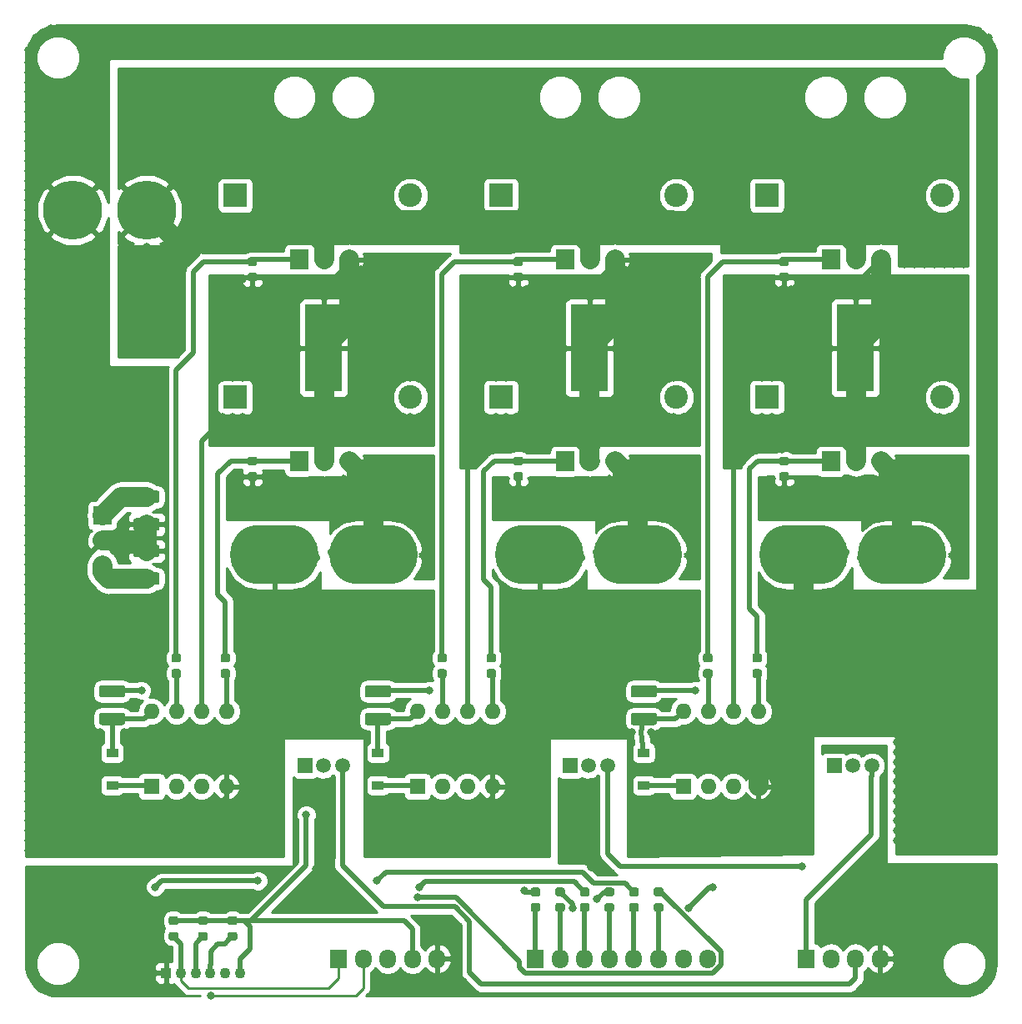
<source format=gbr>
G04 #@! TF.GenerationSoftware,KiCad,Pcbnew,(5.0.0)*
G04 #@! TF.CreationDate,2019-07-28T19:46:13+09:00*
G04 #@! TF.ProjectId,ver.2019_part7,7665722E323031395F70617274372E6B,rev?*
G04 #@! TF.SameCoordinates,Original*
G04 #@! TF.FileFunction,Copper,L2,Bot,Mixed*
G04 #@! TF.FilePolarity,Positive*
%FSLAX46Y46*%
G04 Gerber Fmt 4.6, Leading zero omitted, Abs format (unit mm)*
G04 Created by KiCad (PCBNEW (5.0.0)) date 07/28/19 19:46:13*
%MOMM*%
%LPD*%
G01*
G04 APERTURE LIST*
G04 #@! TA.AperFunction,ComponentPad*
%ADD10C,2.400000*%
G04 #@! TD*
G04 #@! TA.AperFunction,ComponentPad*
%ADD11R,2.400000X2.400000*%
G04 #@! TD*
G04 #@! TA.AperFunction,Conductor*
%ADD12C,0.100000*%
G04 #@! TD*
G04 #@! TA.AperFunction,SMDPad,CuDef*
%ADD13C,1.250000*%
G04 #@! TD*
G04 #@! TA.AperFunction,SMDPad,CuDef*
%ADD14R,1.200000X0.900000*%
G04 #@! TD*
G04 #@! TA.AperFunction,ComponentPad*
%ADD15C,6.000000*%
G04 #@! TD*
G04 #@! TA.AperFunction,ConnectorPad*
%ADD16R,3.810000X8.890000*%
G04 #@! TD*
G04 #@! TA.AperFunction,ComponentPad*
%ADD17R,1.700000X1.950000*%
G04 #@! TD*
G04 #@! TA.AperFunction,ComponentPad*
%ADD18O,1.700000X1.950000*%
G04 #@! TD*
G04 #@! TA.AperFunction,ComponentPad*
%ADD19R,1.100000X1.100000*%
G04 #@! TD*
G04 #@! TA.AperFunction,ComponentPad*
%ADD20C,1.100000*%
G04 #@! TD*
G04 #@! TA.AperFunction,ComponentPad*
%ADD21R,1.905000X2.000000*%
G04 #@! TD*
G04 #@! TA.AperFunction,ComponentPad*
%ADD22O,1.905000X2.000000*%
G04 #@! TD*
G04 #@! TA.AperFunction,SMDPad,CuDef*
%ADD23C,0.875000*%
G04 #@! TD*
G04 #@! TA.AperFunction,ComponentPad*
%ADD24R,1.600000X1.600000*%
G04 #@! TD*
G04 #@! TA.AperFunction,ComponentPad*
%ADD25O,1.600000X1.600000*%
G04 #@! TD*
G04 #@! TA.AperFunction,ComponentPad*
%ADD26R,1.875000X1.875000*%
G04 #@! TD*
G04 #@! TA.AperFunction,ComponentPad*
%ADD27C,1.875000*%
G04 #@! TD*
G04 #@! TA.AperFunction,ComponentPad*
%ADD28O,9.000000X6.000000*%
G04 #@! TD*
G04 #@! TA.AperFunction,ComponentPad*
%ADD29R,1.500000X1.500000*%
G04 #@! TD*
G04 #@! TA.AperFunction,ComponentPad*
%ADD30C,1.500000*%
G04 #@! TD*
G04 #@! TA.AperFunction,ComponentPad*
%ADD31C,0.800000*%
G04 #@! TD*
G04 #@! TA.AperFunction,Conductor*
%ADD32C,0.800000*%
G04 #@! TD*
G04 #@! TA.AperFunction,ViaPad*
%ADD33C,0.800000*%
G04 #@! TD*
G04 #@! TA.AperFunction,Conductor*
%ADD34C,2.000000*%
G04 #@! TD*
G04 #@! TA.AperFunction,Conductor*
%ADD35C,0.500000*%
G04 #@! TD*
G04 #@! TA.AperFunction,Conductor*
%ADD36C,0.250000*%
G04 #@! TD*
G04 #@! TA.AperFunction,Conductor*
%ADD37C,0.254000*%
G04 #@! TD*
G04 APERTURE END LIST*
D10*
G04 #@! TO.P,U17,2*
G04 #@! TO.N,N/C*
X139800000Y-88500000D03*
D11*
G04 #@! TO.P,U17,1*
X122000000Y-88500000D03*
G04 #@! TD*
D12*
G04 #@! TO.N,Net-(C2-Pad1)*
G04 #@! TO.C,C2*
G36*
X164599504Y-120526204D02*
X164623773Y-120529804D01*
X164647571Y-120535765D01*
X164670671Y-120544030D01*
X164692849Y-120554520D01*
X164713893Y-120567133D01*
X164733598Y-120581747D01*
X164751777Y-120598223D01*
X164768253Y-120616402D01*
X164782867Y-120636107D01*
X164795480Y-120657151D01*
X164805970Y-120679329D01*
X164814235Y-120702429D01*
X164820196Y-120726227D01*
X164823796Y-120750496D01*
X164825000Y-120775000D01*
X164825000Y-121525000D01*
X164823796Y-121549504D01*
X164820196Y-121573773D01*
X164814235Y-121597571D01*
X164805970Y-121620671D01*
X164795480Y-121642849D01*
X164782867Y-121663893D01*
X164768253Y-121683598D01*
X164751777Y-121701777D01*
X164733598Y-121718253D01*
X164713893Y-121732867D01*
X164692849Y-121745480D01*
X164670671Y-121755970D01*
X164647571Y-121764235D01*
X164623773Y-121770196D01*
X164599504Y-121773796D01*
X164575000Y-121775000D01*
X162425000Y-121775000D01*
X162400496Y-121773796D01*
X162376227Y-121770196D01*
X162352429Y-121764235D01*
X162329329Y-121755970D01*
X162307151Y-121745480D01*
X162286107Y-121732867D01*
X162266402Y-121718253D01*
X162248223Y-121701777D01*
X162231747Y-121683598D01*
X162217133Y-121663893D01*
X162204520Y-121642849D01*
X162194030Y-121620671D01*
X162185765Y-121597571D01*
X162179804Y-121573773D01*
X162176204Y-121549504D01*
X162175000Y-121525000D01*
X162175000Y-120775000D01*
X162176204Y-120750496D01*
X162179804Y-120726227D01*
X162185765Y-120702429D01*
X162194030Y-120679329D01*
X162204520Y-120657151D01*
X162217133Y-120636107D01*
X162231747Y-120616402D01*
X162248223Y-120598223D01*
X162266402Y-120581747D01*
X162286107Y-120567133D01*
X162307151Y-120554520D01*
X162329329Y-120544030D01*
X162352429Y-120535765D01*
X162376227Y-120529804D01*
X162400496Y-120526204D01*
X162425000Y-120525000D01*
X164575000Y-120525000D01*
X164599504Y-120526204D01*
X164599504Y-120526204D01*
G37*
D13*
G04 #@! TD*
G04 #@! TO.P,C2,1*
G04 #@! TO.N,Net-(C2-Pad1)*
X163500000Y-121150000D03*
D12*
G04 #@! TO.N,/U_Out*
G04 #@! TO.C,C2*
G36*
X164599504Y-117726204D02*
X164623773Y-117729804D01*
X164647571Y-117735765D01*
X164670671Y-117744030D01*
X164692849Y-117754520D01*
X164713893Y-117767133D01*
X164733598Y-117781747D01*
X164751777Y-117798223D01*
X164768253Y-117816402D01*
X164782867Y-117836107D01*
X164795480Y-117857151D01*
X164805970Y-117879329D01*
X164814235Y-117902429D01*
X164820196Y-117926227D01*
X164823796Y-117950496D01*
X164825000Y-117975000D01*
X164825000Y-118725000D01*
X164823796Y-118749504D01*
X164820196Y-118773773D01*
X164814235Y-118797571D01*
X164805970Y-118820671D01*
X164795480Y-118842849D01*
X164782867Y-118863893D01*
X164768253Y-118883598D01*
X164751777Y-118901777D01*
X164733598Y-118918253D01*
X164713893Y-118932867D01*
X164692849Y-118945480D01*
X164670671Y-118955970D01*
X164647571Y-118964235D01*
X164623773Y-118970196D01*
X164599504Y-118973796D01*
X164575000Y-118975000D01*
X162425000Y-118975000D01*
X162400496Y-118973796D01*
X162376227Y-118970196D01*
X162352429Y-118964235D01*
X162329329Y-118955970D01*
X162307151Y-118945480D01*
X162286107Y-118932867D01*
X162266402Y-118918253D01*
X162248223Y-118901777D01*
X162231747Y-118883598D01*
X162217133Y-118863893D01*
X162204520Y-118842849D01*
X162194030Y-118820671D01*
X162185765Y-118797571D01*
X162179804Y-118773773D01*
X162176204Y-118749504D01*
X162175000Y-118725000D01*
X162175000Y-117975000D01*
X162176204Y-117950496D01*
X162179804Y-117926227D01*
X162185765Y-117902429D01*
X162194030Y-117879329D01*
X162204520Y-117857151D01*
X162217133Y-117836107D01*
X162231747Y-117816402D01*
X162248223Y-117798223D01*
X162266402Y-117781747D01*
X162286107Y-117767133D01*
X162307151Y-117754520D01*
X162329329Y-117744030D01*
X162352429Y-117735765D01*
X162376227Y-117729804D01*
X162400496Y-117726204D01*
X162425000Y-117725000D01*
X164575000Y-117725000D01*
X164599504Y-117726204D01*
X164599504Y-117726204D01*
G37*
D13*
G04 #@! TD*
G04 #@! TO.P,C2,2*
G04 #@! TO.N,/U_Out*
X163500000Y-118350000D03*
D12*
G04 #@! TO.N,/V_Out*
G04 #@! TO.C,C3*
G36*
X137599504Y-117726204D02*
X137623773Y-117729804D01*
X137647571Y-117735765D01*
X137670671Y-117744030D01*
X137692849Y-117754520D01*
X137713893Y-117767133D01*
X137733598Y-117781747D01*
X137751777Y-117798223D01*
X137768253Y-117816402D01*
X137782867Y-117836107D01*
X137795480Y-117857151D01*
X137805970Y-117879329D01*
X137814235Y-117902429D01*
X137820196Y-117926227D01*
X137823796Y-117950496D01*
X137825000Y-117975000D01*
X137825000Y-118725000D01*
X137823796Y-118749504D01*
X137820196Y-118773773D01*
X137814235Y-118797571D01*
X137805970Y-118820671D01*
X137795480Y-118842849D01*
X137782867Y-118863893D01*
X137768253Y-118883598D01*
X137751777Y-118901777D01*
X137733598Y-118918253D01*
X137713893Y-118932867D01*
X137692849Y-118945480D01*
X137670671Y-118955970D01*
X137647571Y-118964235D01*
X137623773Y-118970196D01*
X137599504Y-118973796D01*
X137575000Y-118975000D01*
X135425000Y-118975000D01*
X135400496Y-118973796D01*
X135376227Y-118970196D01*
X135352429Y-118964235D01*
X135329329Y-118955970D01*
X135307151Y-118945480D01*
X135286107Y-118932867D01*
X135266402Y-118918253D01*
X135248223Y-118901777D01*
X135231747Y-118883598D01*
X135217133Y-118863893D01*
X135204520Y-118842849D01*
X135194030Y-118820671D01*
X135185765Y-118797571D01*
X135179804Y-118773773D01*
X135176204Y-118749504D01*
X135175000Y-118725000D01*
X135175000Y-117975000D01*
X135176204Y-117950496D01*
X135179804Y-117926227D01*
X135185765Y-117902429D01*
X135194030Y-117879329D01*
X135204520Y-117857151D01*
X135217133Y-117836107D01*
X135231747Y-117816402D01*
X135248223Y-117798223D01*
X135266402Y-117781747D01*
X135286107Y-117767133D01*
X135307151Y-117754520D01*
X135329329Y-117744030D01*
X135352429Y-117735765D01*
X135376227Y-117729804D01*
X135400496Y-117726204D01*
X135425000Y-117725000D01*
X137575000Y-117725000D01*
X137599504Y-117726204D01*
X137599504Y-117726204D01*
G37*
D13*
G04 #@! TD*
G04 #@! TO.P,C3,2*
G04 #@! TO.N,/V_Out*
X136500000Y-118350000D03*
D12*
G04 #@! TO.N,Net-(C3-Pad1)*
G04 #@! TO.C,C3*
G36*
X137599504Y-120526204D02*
X137623773Y-120529804D01*
X137647571Y-120535765D01*
X137670671Y-120544030D01*
X137692849Y-120554520D01*
X137713893Y-120567133D01*
X137733598Y-120581747D01*
X137751777Y-120598223D01*
X137768253Y-120616402D01*
X137782867Y-120636107D01*
X137795480Y-120657151D01*
X137805970Y-120679329D01*
X137814235Y-120702429D01*
X137820196Y-120726227D01*
X137823796Y-120750496D01*
X137825000Y-120775000D01*
X137825000Y-121525000D01*
X137823796Y-121549504D01*
X137820196Y-121573773D01*
X137814235Y-121597571D01*
X137805970Y-121620671D01*
X137795480Y-121642849D01*
X137782867Y-121663893D01*
X137768253Y-121683598D01*
X137751777Y-121701777D01*
X137733598Y-121718253D01*
X137713893Y-121732867D01*
X137692849Y-121745480D01*
X137670671Y-121755970D01*
X137647571Y-121764235D01*
X137623773Y-121770196D01*
X137599504Y-121773796D01*
X137575000Y-121775000D01*
X135425000Y-121775000D01*
X135400496Y-121773796D01*
X135376227Y-121770196D01*
X135352429Y-121764235D01*
X135329329Y-121755970D01*
X135307151Y-121745480D01*
X135286107Y-121732867D01*
X135266402Y-121718253D01*
X135248223Y-121701777D01*
X135231747Y-121683598D01*
X135217133Y-121663893D01*
X135204520Y-121642849D01*
X135194030Y-121620671D01*
X135185765Y-121597571D01*
X135179804Y-121573773D01*
X135176204Y-121549504D01*
X135175000Y-121525000D01*
X135175000Y-120775000D01*
X135176204Y-120750496D01*
X135179804Y-120726227D01*
X135185765Y-120702429D01*
X135194030Y-120679329D01*
X135204520Y-120657151D01*
X135217133Y-120636107D01*
X135231747Y-120616402D01*
X135248223Y-120598223D01*
X135266402Y-120581747D01*
X135286107Y-120567133D01*
X135307151Y-120554520D01*
X135329329Y-120544030D01*
X135352429Y-120535765D01*
X135376227Y-120529804D01*
X135400496Y-120526204D01*
X135425000Y-120525000D01*
X137575000Y-120525000D01*
X137599504Y-120526204D01*
X137599504Y-120526204D01*
G37*
D13*
G04 #@! TD*
G04 #@! TO.P,C3,1*
G04 #@! TO.N,Net-(C3-Pad1)*
X136500000Y-121150000D03*
D12*
G04 #@! TO.N,/W_Out*
G04 #@! TO.C,C4*
G36*
X110599504Y-117726204D02*
X110623773Y-117729804D01*
X110647571Y-117735765D01*
X110670671Y-117744030D01*
X110692849Y-117754520D01*
X110713893Y-117767133D01*
X110733598Y-117781747D01*
X110751777Y-117798223D01*
X110768253Y-117816402D01*
X110782867Y-117836107D01*
X110795480Y-117857151D01*
X110805970Y-117879329D01*
X110814235Y-117902429D01*
X110820196Y-117926227D01*
X110823796Y-117950496D01*
X110825000Y-117975000D01*
X110825000Y-118725000D01*
X110823796Y-118749504D01*
X110820196Y-118773773D01*
X110814235Y-118797571D01*
X110805970Y-118820671D01*
X110795480Y-118842849D01*
X110782867Y-118863893D01*
X110768253Y-118883598D01*
X110751777Y-118901777D01*
X110733598Y-118918253D01*
X110713893Y-118932867D01*
X110692849Y-118945480D01*
X110670671Y-118955970D01*
X110647571Y-118964235D01*
X110623773Y-118970196D01*
X110599504Y-118973796D01*
X110575000Y-118975000D01*
X108425000Y-118975000D01*
X108400496Y-118973796D01*
X108376227Y-118970196D01*
X108352429Y-118964235D01*
X108329329Y-118955970D01*
X108307151Y-118945480D01*
X108286107Y-118932867D01*
X108266402Y-118918253D01*
X108248223Y-118901777D01*
X108231747Y-118883598D01*
X108217133Y-118863893D01*
X108204520Y-118842849D01*
X108194030Y-118820671D01*
X108185765Y-118797571D01*
X108179804Y-118773773D01*
X108176204Y-118749504D01*
X108175000Y-118725000D01*
X108175000Y-117975000D01*
X108176204Y-117950496D01*
X108179804Y-117926227D01*
X108185765Y-117902429D01*
X108194030Y-117879329D01*
X108204520Y-117857151D01*
X108217133Y-117836107D01*
X108231747Y-117816402D01*
X108248223Y-117798223D01*
X108266402Y-117781747D01*
X108286107Y-117767133D01*
X108307151Y-117754520D01*
X108329329Y-117744030D01*
X108352429Y-117735765D01*
X108376227Y-117729804D01*
X108400496Y-117726204D01*
X108425000Y-117725000D01*
X110575000Y-117725000D01*
X110599504Y-117726204D01*
X110599504Y-117726204D01*
G37*
D13*
G04 #@! TD*
G04 #@! TO.P,C4,2*
G04 #@! TO.N,/W_Out*
X109500000Y-118350000D03*
D12*
G04 #@! TO.N,Net-(C4-Pad1)*
G04 #@! TO.C,C4*
G36*
X110599504Y-120526204D02*
X110623773Y-120529804D01*
X110647571Y-120535765D01*
X110670671Y-120544030D01*
X110692849Y-120554520D01*
X110713893Y-120567133D01*
X110733598Y-120581747D01*
X110751777Y-120598223D01*
X110768253Y-120616402D01*
X110782867Y-120636107D01*
X110795480Y-120657151D01*
X110805970Y-120679329D01*
X110814235Y-120702429D01*
X110820196Y-120726227D01*
X110823796Y-120750496D01*
X110825000Y-120775000D01*
X110825000Y-121525000D01*
X110823796Y-121549504D01*
X110820196Y-121573773D01*
X110814235Y-121597571D01*
X110805970Y-121620671D01*
X110795480Y-121642849D01*
X110782867Y-121663893D01*
X110768253Y-121683598D01*
X110751777Y-121701777D01*
X110733598Y-121718253D01*
X110713893Y-121732867D01*
X110692849Y-121745480D01*
X110670671Y-121755970D01*
X110647571Y-121764235D01*
X110623773Y-121770196D01*
X110599504Y-121773796D01*
X110575000Y-121775000D01*
X108425000Y-121775000D01*
X108400496Y-121773796D01*
X108376227Y-121770196D01*
X108352429Y-121764235D01*
X108329329Y-121755970D01*
X108307151Y-121745480D01*
X108286107Y-121732867D01*
X108266402Y-121718253D01*
X108248223Y-121701777D01*
X108231747Y-121683598D01*
X108217133Y-121663893D01*
X108204520Y-121642849D01*
X108194030Y-121620671D01*
X108185765Y-121597571D01*
X108179804Y-121573773D01*
X108176204Y-121549504D01*
X108175000Y-121525000D01*
X108175000Y-120775000D01*
X108176204Y-120750496D01*
X108179804Y-120726227D01*
X108185765Y-120702429D01*
X108194030Y-120679329D01*
X108204520Y-120657151D01*
X108217133Y-120636107D01*
X108231747Y-120616402D01*
X108248223Y-120598223D01*
X108266402Y-120581747D01*
X108286107Y-120567133D01*
X108307151Y-120554520D01*
X108329329Y-120544030D01*
X108352429Y-120535765D01*
X108376227Y-120529804D01*
X108400496Y-120526204D01*
X108425000Y-120525000D01*
X110575000Y-120525000D01*
X110599504Y-120526204D01*
X110599504Y-120526204D01*
G37*
D13*
G04 #@! TD*
G04 #@! TO.P,C4,1*
G04 #@! TO.N,Net-(C4-Pad1)*
X109500000Y-121150000D03*
D12*
G04 #@! TO.N,VCC*
G04 #@! TO.C,C5*
G36*
X114099504Y-97976204D02*
X114123773Y-97979804D01*
X114147571Y-97985765D01*
X114170671Y-97994030D01*
X114192849Y-98004520D01*
X114213893Y-98017133D01*
X114233598Y-98031747D01*
X114251777Y-98048223D01*
X114268253Y-98066402D01*
X114282867Y-98086107D01*
X114295480Y-98107151D01*
X114305970Y-98129329D01*
X114314235Y-98152429D01*
X114320196Y-98176227D01*
X114323796Y-98200496D01*
X114325000Y-98225000D01*
X114325000Y-98975000D01*
X114323796Y-98999504D01*
X114320196Y-99023773D01*
X114314235Y-99047571D01*
X114305970Y-99070671D01*
X114295480Y-99092849D01*
X114282867Y-99113893D01*
X114268253Y-99133598D01*
X114251777Y-99151777D01*
X114233598Y-99168253D01*
X114213893Y-99182867D01*
X114192849Y-99195480D01*
X114170671Y-99205970D01*
X114147571Y-99214235D01*
X114123773Y-99220196D01*
X114099504Y-99223796D01*
X114075000Y-99225000D01*
X111925000Y-99225000D01*
X111900496Y-99223796D01*
X111876227Y-99220196D01*
X111852429Y-99214235D01*
X111829329Y-99205970D01*
X111807151Y-99195480D01*
X111786107Y-99182867D01*
X111766402Y-99168253D01*
X111748223Y-99151777D01*
X111731747Y-99133598D01*
X111717133Y-99113893D01*
X111704520Y-99092849D01*
X111694030Y-99070671D01*
X111685765Y-99047571D01*
X111679804Y-99023773D01*
X111676204Y-98999504D01*
X111675000Y-98975000D01*
X111675000Y-98225000D01*
X111676204Y-98200496D01*
X111679804Y-98176227D01*
X111685765Y-98152429D01*
X111694030Y-98129329D01*
X111704520Y-98107151D01*
X111717133Y-98086107D01*
X111731747Y-98066402D01*
X111748223Y-98048223D01*
X111766402Y-98031747D01*
X111786107Y-98017133D01*
X111807151Y-98004520D01*
X111829329Y-97994030D01*
X111852429Y-97985765D01*
X111876227Y-97979804D01*
X111900496Y-97976204D01*
X111925000Y-97975000D01*
X114075000Y-97975000D01*
X114099504Y-97976204D01*
X114099504Y-97976204D01*
G37*
D13*
G04 #@! TD*
G04 #@! TO.P,C5,1*
G04 #@! TO.N,VCC*
X113000000Y-98600000D03*
D12*
G04 #@! TO.N,GNDPWR*
G04 #@! TO.C,C5*
G36*
X114099504Y-100776204D02*
X114123773Y-100779804D01*
X114147571Y-100785765D01*
X114170671Y-100794030D01*
X114192849Y-100804520D01*
X114213893Y-100817133D01*
X114233598Y-100831747D01*
X114251777Y-100848223D01*
X114268253Y-100866402D01*
X114282867Y-100886107D01*
X114295480Y-100907151D01*
X114305970Y-100929329D01*
X114314235Y-100952429D01*
X114320196Y-100976227D01*
X114323796Y-101000496D01*
X114325000Y-101025000D01*
X114325000Y-101775000D01*
X114323796Y-101799504D01*
X114320196Y-101823773D01*
X114314235Y-101847571D01*
X114305970Y-101870671D01*
X114295480Y-101892849D01*
X114282867Y-101913893D01*
X114268253Y-101933598D01*
X114251777Y-101951777D01*
X114233598Y-101968253D01*
X114213893Y-101982867D01*
X114192849Y-101995480D01*
X114170671Y-102005970D01*
X114147571Y-102014235D01*
X114123773Y-102020196D01*
X114099504Y-102023796D01*
X114075000Y-102025000D01*
X111925000Y-102025000D01*
X111900496Y-102023796D01*
X111876227Y-102020196D01*
X111852429Y-102014235D01*
X111829329Y-102005970D01*
X111807151Y-101995480D01*
X111786107Y-101982867D01*
X111766402Y-101968253D01*
X111748223Y-101951777D01*
X111731747Y-101933598D01*
X111717133Y-101913893D01*
X111704520Y-101892849D01*
X111694030Y-101870671D01*
X111685765Y-101847571D01*
X111679804Y-101823773D01*
X111676204Y-101799504D01*
X111675000Y-101775000D01*
X111675000Y-101025000D01*
X111676204Y-101000496D01*
X111679804Y-100976227D01*
X111685765Y-100952429D01*
X111694030Y-100929329D01*
X111704520Y-100907151D01*
X111717133Y-100886107D01*
X111731747Y-100866402D01*
X111748223Y-100848223D01*
X111766402Y-100831747D01*
X111786107Y-100817133D01*
X111807151Y-100804520D01*
X111829329Y-100794030D01*
X111852429Y-100785765D01*
X111876227Y-100779804D01*
X111900496Y-100776204D01*
X111925000Y-100775000D01*
X114075000Y-100775000D01*
X114099504Y-100776204D01*
X114099504Y-100776204D01*
G37*
D13*
G04 #@! TD*
G04 #@! TO.P,C5,2*
G04 #@! TO.N,GNDPWR*
X113000000Y-101400000D03*
D12*
G04 #@! TO.N,GNDPWR*
G04 #@! TO.C,C6*
G36*
X114099504Y-103476204D02*
X114123773Y-103479804D01*
X114147571Y-103485765D01*
X114170671Y-103494030D01*
X114192849Y-103504520D01*
X114213893Y-103517133D01*
X114233598Y-103531747D01*
X114251777Y-103548223D01*
X114268253Y-103566402D01*
X114282867Y-103586107D01*
X114295480Y-103607151D01*
X114305970Y-103629329D01*
X114314235Y-103652429D01*
X114320196Y-103676227D01*
X114323796Y-103700496D01*
X114325000Y-103725000D01*
X114325000Y-104475000D01*
X114323796Y-104499504D01*
X114320196Y-104523773D01*
X114314235Y-104547571D01*
X114305970Y-104570671D01*
X114295480Y-104592849D01*
X114282867Y-104613893D01*
X114268253Y-104633598D01*
X114251777Y-104651777D01*
X114233598Y-104668253D01*
X114213893Y-104682867D01*
X114192849Y-104695480D01*
X114170671Y-104705970D01*
X114147571Y-104714235D01*
X114123773Y-104720196D01*
X114099504Y-104723796D01*
X114075000Y-104725000D01*
X111925000Y-104725000D01*
X111900496Y-104723796D01*
X111876227Y-104720196D01*
X111852429Y-104714235D01*
X111829329Y-104705970D01*
X111807151Y-104695480D01*
X111786107Y-104682867D01*
X111766402Y-104668253D01*
X111748223Y-104651777D01*
X111731747Y-104633598D01*
X111717133Y-104613893D01*
X111704520Y-104592849D01*
X111694030Y-104570671D01*
X111685765Y-104547571D01*
X111679804Y-104523773D01*
X111676204Y-104499504D01*
X111675000Y-104475000D01*
X111675000Y-103725000D01*
X111676204Y-103700496D01*
X111679804Y-103676227D01*
X111685765Y-103652429D01*
X111694030Y-103629329D01*
X111704520Y-103607151D01*
X111717133Y-103586107D01*
X111731747Y-103566402D01*
X111748223Y-103548223D01*
X111766402Y-103531747D01*
X111786107Y-103517133D01*
X111807151Y-103504520D01*
X111829329Y-103494030D01*
X111852429Y-103485765D01*
X111876227Y-103479804D01*
X111900496Y-103476204D01*
X111925000Y-103475000D01*
X114075000Y-103475000D01*
X114099504Y-103476204D01*
X114099504Y-103476204D01*
G37*
D13*
G04 #@! TD*
G04 #@! TO.P,C6,2*
G04 #@! TO.N,GNDPWR*
X113000000Y-104100000D03*
D12*
G04 #@! TO.N,+12V*
G04 #@! TO.C,C6*
G36*
X114099504Y-106276204D02*
X114123773Y-106279804D01*
X114147571Y-106285765D01*
X114170671Y-106294030D01*
X114192849Y-106304520D01*
X114213893Y-106317133D01*
X114233598Y-106331747D01*
X114251777Y-106348223D01*
X114268253Y-106366402D01*
X114282867Y-106386107D01*
X114295480Y-106407151D01*
X114305970Y-106429329D01*
X114314235Y-106452429D01*
X114320196Y-106476227D01*
X114323796Y-106500496D01*
X114325000Y-106525000D01*
X114325000Y-107275000D01*
X114323796Y-107299504D01*
X114320196Y-107323773D01*
X114314235Y-107347571D01*
X114305970Y-107370671D01*
X114295480Y-107392849D01*
X114282867Y-107413893D01*
X114268253Y-107433598D01*
X114251777Y-107451777D01*
X114233598Y-107468253D01*
X114213893Y-107482867D01*
X114192849Y-107495480D01*
X114170671Y-107505970D01*
X114147571Y-107514235D01*
X114123773Y-107520196D01*
X114099504Y-107523796D01*
X114075000Y-107525000D01*
X111925000Y-107525000D01*
X111900496Y-107523796D01*
X111876227Y-107520196D01*
X111852429Y-107514235D01*
X111829329Y-107505970D01*
X111807151Y-107495480D01*
X111786107Y-107482867D01*
X111766402Y-107468253D01*
X111748223Y-107451777D01*
X111731747Y-107433598D01*
X111717133Y-107413893D01*
X111704520Y-107392849D01*
X111694030Y-107370671D01*
X111685765Y-107347571D01*
X111679804Y-107323773D01*
X111676204Y-107299504D01*
X111675000Y-107275000D01*
X111675000Y-106525000D01*
X111676204Y-106500496D01*
X111679804Y-106476227D01*
X111685765Y-106452429D01*
X111694030Y-106429329D01*
X111704520Y-106407151D01*
X111717133Y-106386107D01*
X111731747Y-106366402D01*
X111748223Y-106348223D01*
X111766402Y-106331747D01*
X111786107Y-106317133D01*
X111807151Y-106304520D01*
X111829329Y-106294030D01*
X111852429Y-106285765D01*
X111876227Y-106279804D01*
X111900496Y-106276204D01*
X111925000Y-106275000D01*
X114075000Y-106275000D01*
X114099504Y-106276204D01*
X114099504Y-106276204D01*
G37*
D13*
G04 #@! TD*
G04 #@! TO.P,C6,1*
G04 #@! TO.N,+12V*
X113000000Y-106900000D03*
D14*
G04 #@! TO.P,D1,1*
G04 #@! TO.N,Net-(C2-Pad1)*
X163500000Y-124600000D03*
G04 #@! TO.P,D1,2*
G04 #@! TO.N,+12V*
X163500000Y-127900000D03*
G04 #@! TD*
G04 #@! TO.P,D2,2*
G04 #@! TO.N,+12V*
X136500000Y-127900000D03*
G04 #@! TO.P,D2,1*
G04 #@! TO.N,Net-(C3-Pad1)*
X136500000Y-124600000D03*
G04 #@! TD*
G04 #@! TO.P,D3,1*
G04 #@! TO.N,Net-(C4-Pad1)*
X109500000Y-124600000D03*
G04 #@! TO.P,D3,2*
G04 #@! TO.N,+12V*
X109500000Y-127900000D03*
G04 #@! TD*
D15*
G04 #@! TO.P,J1,1*
G04 #@! TO.N,GNDPWR*
X105500000Y-69500000D03*
G04 #@! TO.P,J1,2*
G04 #@! TO.N,VCC*
X113000000Y-69500000D03*
G04 #@! TD*
D16*
G04 #@! TO.P,J2,1*
G04 #@! TO.N,/U_Out*
X185000000Y-83500000D03*
G04 #@! TD*
G04 #@! TO.P,J3,1*
G04 #@! TO.N,/V_Out*
X158000000Y-83500000D03*
G04 #@! TD*
G04 #@! TO.P,J4,1*
G04 #@! TO.N,/W_Out*
X131000000Y-83500000D03*
G04 #@! TD*
D17*
G04 #@! TO.P,J5,1*
G04 #@! TO.N,/input_U_H*
X152500000Y-145500000D03*
D18*
G04 #@! TO.P,J5,2*
G04 #@! TO.N,/input_U_L*
X155000000Y-145500000D03*
G04 #@! TO.P,J5,3*
G04 #@! TO.N,/input_V_H*
X157500000Y-145500000D03*
G04 #@! TO.P,J5,4*
G04 #@! TO.N,/input_V_L*
X160000000Y-145500000D03*
G04 #@! TO.P,J5,5*
G04 #@! TO.N,/input_W_H*
X162500000Y-145500000D03*
G04 #@! TO.P,J5,6*
G04 #@! TO.N,/input_W_L*
X165000000Y-145500000D03*
G04 #@! TO.P,J5,7*
G04 #@! TO.N,+5VL*
X167500000Y-145500000D03*
G04 #@! TO.P,J5,8*
G04 #@! TO.N,GND*
X170000000Y-145500000D03*
G04 #@! TD*
D17*
G04 #@! TO.P,J6,1*
G04 #@! TO.N,/U_ADC*
X180000000Y-145500000D03*
D18*
G04 #@! TO.P,J6,2*
G04 #@! TO.N,/V_ADC*
X182500000Y-145500000D03*
G04 #@! TO.P,J6,3*
G04 #@! TO.N,/W_ADC*
X185000000Y-145500000D03*
G04 #@! TO.P,J6,4*
G04 #@! TO.N,GND*
X187500000Y-145500000D03*
G04 #@! TD*
D17*
G04 #@! TO.P,J7,1*
G04 #@! TO.N,/U_Hall*
X132500000Y-145500000D03*
D18*
G04 #@! TO.P,J7,2*
G04 #@! TO.N,/V_Hall*
X135000000Y-145500000D03*
G04 #@! TO.P,J7,3*
G04 #@! TO.N,/W_Hall*
X137500000Y-145500000D03*
G04 #@! TO.P,J7,4*
G04 #@! TO.N,+5VL*
X140000000Y-145500000D03*
G04 #@! TO.P,J7,5*
G04 #@! TO.N,GND*
X142500000Y-145500000D03*
G04 #@! TD*
D19*
G04 #@! TO.P,J8,1*
G04 #@! TO.N,GND*
X114975000Y-146922000D03*
D20*
G04 #@! TO.P,J8,2*
G04 #@! TO.N,/U_Hall*
X116475000Y-146922000D03*
G04 #@! TO.P,J8,3*
G04 #@! TO.N,/V_Hall*
X117975000Y-146922000D03*
G04 #@! TO.P,J8,4*
G04 #@! TO.N,/W_Hall*
X119475000Y-146922000D03*
G04 #@! TO.P,J8,5*
G04 #@! TO.N,N/C*
X120975000Y-146922000D03*
G04 #@! TO.P,J8,6*
G04 #@! TO.N,+5VL*
X122475000Y-146922000D03*
G04 #@! TD*
D21*
G04 #@! TO.P,Q1,1*
G04 #@! TO.N,Net-(Q1-Pad1)*
X128500000Y-74500000D03*
D22*
G04 #@! TO.P,Q1,2*
G04 #@! TO.N,VCC*
X131040000Y-74500000D03*
G04 #@! TO.P,Q1,3*
G04 #@! TO.N,/W_Out*
X133580000Y-74500000D03*
G04 #@! TD*
G04 #@! TO.P,Q2,3*
G04 #@! TO.N,/W_Current*
X133580000Y-95000000D03*
G04 #@! TO.P,Q2,2*
G04 #@! TO.N,/W_Out*
X131040000Y-95000000D03*
D21*
G04 #@! TO.P,Q2,1*
G04 #@! TO.N,Net-(Q2-Pad1)*
X128500000Y-95000000D03*
G04 #@! TD*
G04 #@! TO.P,Q3,1*
G04 #@! TO.N,Net-(Q3-Pad1)*
X155500000Y-74500000D03*
D22*
G04 #@! TO.P,Q3,2*
G04 #@! TO.N,VCC*
X158040000Y-74500000D03*
G04 #@! TO.P,Q3,3*
G04 #@! TO.N,/V_Out*
X160580000Y-74500000D03*
G04 #@! TD*
G04 #@! TO.P,Q4,3*
G04 #@! TO.N,/V_Current*
X160580000Y-95000000D03*
G04 #@! TO.P,Q4,2*
G04 #@! TO.N,/V_Out*
X158040000Y-95000000D03*
D21*
G04 #@! TO.P,Q4,1*
G04 #@! TO.N,Net-(Q4-Pad1)*
X155500000Y-95000000D03*
G04 #@! TD*
D22*
G04 #@! TO.P,Q5,3*
G04 #@! TO.N,/U_Out*
X187580000Y-74500000D03*
G04 #@! TO.P,Q5,2*
G04 #@! TO.N,VCC*
X185040000Y-74500000D03*
D21*
G04 #@! TO.P,Q5,1*
G04 #@! TO.N,Net-(Q5-Pad1)*
X182500000Y-74500000D03*
G04 #@! TD*
G04 #@! TO.P,Q6,1*
G04 #@! TO.N,Net-(Q6-Pad1)*
X182500000Y-95000000D03*
D22*
G04 #@! TO.P,Q6,2*
G04 #@! TO.N,/U_Out*
X185040000Y-95000000D03*
G04 #@! TO.P,Q6,3*
G04 #@! TO.N,/U_Current*
X187580000Y-95000000D03*
G04 #@! TD*
D12*
G04 #@! TO.N,+5VL*
G04 #@! TO.C,R1*
G36*
X122002691Y-141198053D02*
X122023926Y-141201203D01*
X122044750Y-141206419D01*
X122064962Y-141213651D01*
X122084368Y-141222830D01*
X122102781Y-141233866D01*
X122120024Y-141246654D01*
X122135930Y-141261070D01*
X122150346Y-141276976D01*
X122163134Y-141294219D01*
X122174170Y-141312632D01*
X122183349Y-141332038D01*
X122190581Y-141352250D01*
X122195797Y-141373074D01*
X122198947Y-141394309D01*
X122200000Y-141415750D01*
X122200000Y-141853250D01*
X122198947Y-141874691D01*
X122195797Y-141895926D01*
X122190581Y-141916750D01*
X122183349Y-141936962D01*
X122174170Y-141956368D01*
X122163134Y-141974781D01*
X122150346Y-141992024D01*
X122135930Y-142007930D01*
X122120024Y-142022346D01*
X122102781Y-142035134D01*
X122084368Y-142046170D01*
X122064962Y-142055349D01*
X122044750Y-142062581D01*
X122023926Y-142067797D01*
X122002691Y-142070947D01*
X121981250Y-142072000D01*
X121468750Y-142072000D01*
X121447309Y-142070947D01*
X121426074Y-142067797D01*
X121405250Y-142062581D01*
X121385038Y-142055349D01*
X121365632Y-142046170D01*
X121347219Y-142035134D01*
X121329976Y-142022346D01*
X121314070Y-142007930D01*
X121299654Y-141992024D01*
X121286866Y-141974781D01*
X121275830Y-141956368D01*
X121266651Y-141936962D01*
X121259419Y-141916750D01*
X121254203Y-141895926D01*
X121251053Y-141874691D01*
X121250000Y-141853250D01*
X121250000Y-141415750D01*
X121251053Y-141394309D01*
X121254203Y-141373074D01*
X121259419Y-141352250D01*
X121266651Y-141332038D01*
X121275830Y-141312632D01*
X121286866Y-141294219D01*
X121299654Y-141276976D01*
X121314070Y-141261070D01*
X121329976Y-141246654D01*
X121347219Y-141233866D01*
X121365632Y-141222830D01*
X121385038Y-141213651D01*
X121405250Y-141206419D01*
X121426074Y-141201203D01*
X121447309Y-141198053D01*
X121468750Y-141197000D01*
X121981250Y-141197000D01*
X122002691Y-141198053D01*
X122002691Y-141198053D01*
G37*
D23*
G04 #@! TD*
G04 #@! TO.P,R1,2*
G04 #@! TO.N,+5VL*
X121725000Y-141634500D03*
D12*
G04 #@! TO.N,/W_Hall*
G04 #@! TO.C,R1*
G36*
X122002691Y-142773053D02*
X122023926Y-142776203D01*
X122044750Y-142781419D01*
X122064962Y-142788651D01*
X122084368Y-142797830D01*
X122102781Y-142808866D01*
X122120024Y-142821654D01*
X122135930Y-142836070D01*
X122150346Y-142851976D01*
X122163134Y-142869219D01*
X122174170Y-142887632D01*
X122183349Y-142907038D01*
X122190581Y-142927250D01*
X122195797Y-142948074D01*
X122198947Y-142969309D01*
X122200000Y-142990750D01*
X122200000Y-143428250D01*
X122198947Y-143449691D01*
X122195797Y-143470926D01*
X122190581Y-143491750D01*
X122183349Y-143511962D01*
X122174170Y-143531368D01*
X122163134Y-143549781D01*
X122150346Y-143567024D01*
X122135930Y-143582930D01*
X122120024Y-143597346D01*
X122102781Y-143610134D01*
X122084368Y-143621170D01*
X122064962Y-143630349D01*
X122044750Y-143637581D01*
X122023926Y-143642797D01*
X122002691Y-143645947D01*
X121981250Y-143647000D01*
X121468750Y-143647000D01*
X121447309Y-143645947D01*
X121426074Y-143642797D01*
X121405250Y-143637581D01*
X121385038Y-143630349D01*
X121365632Y-143621170D01*
X121347219Y-143610134D01*
X121329976Y-143597346D01*
X121314070Y-143582930D01*
X121299654Y-143567024D01*
X121286866Y-143549781D01*
X121275830Y-143531368D01*
X121266651Y-143511962D01*
X121259419Y-143491750D01*
X121254203Y-143470926D01*
X121251053Y-143449691D01*
X121250000Y-143428250D01*
X121250000Y-142990750D01*
X121251053Y-142969309D01*
X121254203Y-142948074D01*
X121259419Y-142927250D01*
X121266651Y-142907038D01*
X121275830Y-142887632D01*
X121286866Y-142869219D01*
X121299654Y-142851976D01*
X121314070Y-142836070D01*
X121329976Y-142821654D01*
X121347219Y-142808866D01*
X121365632Y-142797830D01*
X121385038Y-142788651D01*
X121405250Y-142781419D01*
X121426074Y-142776203D01*
X121447309Y-142773053D01*
X121468750Y-142772000D01*
X121981250Y-142772000D01*
X122002691Y-142773053D01*
X122002691Y-142773053D01*
G37*
D23*
G04 #@! TD*
G04 #@! TO.P,R1,1*
G04 #@! TO.N,/W_Hall*
X121725000Y-143209500D03*
D12*
G04 #@! TO.N,/V_Hall*
G04 #@! TO.C,R2*
G36*
X119002691Y-142773053D02*
X119023926Y-142776203D01*
X119044750Y-142781419D01*
X119064962Y-142788651D01*
X119084368Y-142797830D01*
X119102781Y-142808866D01*
X119120024Y-142821654D01*
X119135930Y-142836070D01*
X119150346Y-142851976D01*
X119163134Y-142869219D01*
X119174170Y-142887632D01*
X119183349Y-142907038D01*
X119190581Y-142927250D01*
X119195797Y-142948074D01*
X119198947Y-142969309D01*
X119200000Y-142990750D01*
X119200000Y-143428250D01*
X119198947Y-143449691D01*
X119195797Y-143470926D01*
X119190581Y-143491750D01*
X119183349Y-143511962D01*
X119174170Y-143531368D01*
X119163134Y-143549781D01*
X119150346Y-143567024D01*
X119135930Y-143582930D01*
X119120024Y-143597346D01*
X119102781Y-143610134D01*
X119084368Y-143621170D01*
X119064962Y-143630349D01*
X119044750Y-143637581D01*
X119023926Y-143642797D01*
X119002691Y-143645947D01*
X118981250Y-143647000D01*
X118468750Y-143647000D01*
X118447309Y-143645947D01*
X118426074Y-143642797D01*
X118405250Y-143637581D01*
X118385038Y-143630349D01*
X118365632Y-143621170D01*
X118347219Y-143610134D01*
X118329976Y-143597346D01*
X118314070Y-143582930D01*
X118299654Y-143567024D01*
X118286866Y-143549781D01*
X118275830Y-143531368D01*
X118266651Y-143511962D01*
X118259419Y-143491750D01*
X118254203Y-143470926D01*
X118251053Y-143449691D01*
X118250000Y-143428250D01*
X118250000Y-142990750D01*
X118251053Y-142969309D01*
X118254203Y-142948074D01*
X118259419Y-142927250D01*
X118266651Y-142907038D01*
X118275830Y-142887632D01*
X118286866Y-142869219D01*
X118299654Y-142851976D01*
X118314070Y-142836070D01*
X118329976Y-142821654D01*
X118347219Y-142808866D01*
X118365632Y-142797830D01*
X118385038Y-142788651D01*
X118405250Y-142781419D01*
X118426074Y-142776203D01*
X118447309Y-142773053D01*
X118468750Y-142772000D01*
X118981250Y-142772000D01*
X119002691Y-142773053D01*
X119002691Y-142773053D01*
G37*
D23*
G04 #@! TD*
G04 #@! TO.P,R2,1*
G04 #@! TO.N,/V_Hall*
X118725000Y-143209500D03*
D12*
G04 #@! TO.N,+5VL*
G04 #@! TO.C,R2*
G36*
X119002691Y-141198053D02*
X119023926Y-141201203D01*
X119044750Y-141206419D01*
X119064962Y-141213651D01*
X119084368Y-141222830D01*
X119102781Y-141233866D01*
X119120024Y-141246654D01*
X119135930Y-141261070D01*
X119150346Y-141276976D01*
X119163134Y-141294219D01*
X119174170Y-141312632D01*
X119183349Y-141332038D01*
X119190581Y-141352250D01*
X119195797Y-141373074D01*
X119198947Y-141394309D01*
X119200000Y-141415750D01*
X119200000Y-141853250D01*
X119198947Y-141874691D01*
X119195797Y-141895926D01*
X119190581Y-141916750D01*
X119183349Y-141936962D01*
X119174170Y-141956368D01*
X119163134Y-141974781D01*
X119150346Y-141992024D01*
X119135930Y-142007930D01*
X119120024Y-142022346D01*
X119102781Y-142035134D01*
X119084368Y-142046170D01*
X119064962Y-142055349D01*
X119044750Y-142062581D01*
X119023926Y-142067797D01*
X119002691Y-142070947D01*
X118981250Y-142072000D01*
X118468750Y-142072000D01*
X118447309Y-142070947D01*
X118426074Y-142067797D01*
X118405250Y-142062581D01*
X118385038Y-142055349D01*
X118365632Y-142046170D01*
X118347219Y-142035134D01*
X118329976Y-142022346D01*
X118314070Y-142007930D01*
X118299654Y-141992024D01*
X118286866Y-141974781D01*
X118275830Y-141956368D01*
X118266651Y-141936962D01*
X118259419Y-141916750D01*
X118254203Y-141895926D01*
X118251053Y-141874691D01*
X118250000Y-141853250D01*
X118250000Y-141415750D01*
X118251053Y-141394309D01*
X118254203Y-141373074D01*
X118259419Y-141352250D01*
X118266651Y-141332038D01*
X118275830Y-141312632D01*
X118286866Y-141294219D01*
X118299654Y-141276976D01*
X118314070Y-141261070D01*
X118329976Y-141246654D01*
X118347219Y-141233866D01*
X118365632Y-141222830D01*
X118385038Y-141213651D01*
X118405250Y-141206419D01*
X118426074Y-141201203D01*
X118447309Y-141198053D01*
X118468750Y-141197000D01*
X118981250Y-141197000D01*
X119002691Y-141198053D01*
X119002691Y-141198053D01*
G37*
D23*
G04 #@! TD*
G04 #@! TO.P,R2,2*
G04 #@! TO.N,+5VL*
X118725000Y-141634500D03*
D12*
G04 #@! TO.N,+5VL*
G04 #@! TO.C,R3*
G36*
X116002691Y-141198053D02*
X116023926Y-141201203D01*
X116044750Y-141206419D01*
X116064962Y-141213651D01*
X116084368Y-141222830D01*
X116102781Y-141233866D01*
X116120024Y-141246654D01*
X116135930Y-141261070D01*
X116150346Y-141276976D01*
X116163134Y-141294219D01*
X116174170Y-141312632D01*
X116183349Y-141332038D01*
X116190581Y-141352250D01*
X116195797Y-141373074D01*
X116198947Y-141394309D01*
X116200000Y-141415750D01*
X116200000Y-141853250D01*
X116198947Y-141874691D01*
X116195797Y-141895926D01*
X116190581Y-141916750D01*
X116183349Y-141936962D01*
X116174170Y-141956368D01*
X116163134Y-141974781D01*
X116150346Y-141992024D01*
X116135930Y-142007930D01*
X116120024Y-142022346D01*
X116102781Y-142035134D01*
X116084368Y-142046170D01*
X116064962Y-142055349D01*
X116044750Y-142062581D01*
X116023926Y-142067797D01*
X116002691Y-142070947D01*
X115981250Y-142072000D01*
X115468750Y-142072000D01*
X115447309Y-142070947D01*
X115426074Y-142067797D01*
X115405250Y-142062581D01*
X115385038Y-142055349D01*
X115365632Y-142046170D01*
X115347219Y-142035134D01*
X115329976Y-142022346D01*
X115314070Y-142007930D01*
X115299654Y-141992024D01*
X115286866Y-141974781D01*
X115275830Y-141956368D01*
X115266651Y-141936962D01*
X115259419Y-141916750D01*
X115254203Y-141895926D01*
X115251053Y-141874691D01*
X115250000Y-141853250D01*
X115250000Y-141415750D01*
X115251053Y-141394309D01*
X115254203Y-141373074D01*
X115259419Y-141352250D01*
X115266651Y-141332038D01*
X115275830Y-141312632D01*
X115286866Y-141294219D01*
X115299654Y-141276976D01*
X115314070Y-141261070D01*
X115329976Y-141246654D01*
X115347219Y-141233866D01*
X115365632Y-141222830D01*
X115385038Y-141213651D01*
X115405250Y-141206419D01*
X115426074Y-141201203D01*
X115447309Y-141198053D01*
X115468750Y-141197000D01*
X115981250Y-141197000D01*
X116002691Y-141198053D01*
X116002691Y-141198053D01*
G37*
D23*
G04 #@! TD*
G04 #@! TO.P,R3,2*
G04 #@! TO.N,+5VL*
X115725000Y-141634500D03*
D12*
G04 #@! TO.N,/U_Hall*
G04 #@! TO.C,R3*
G36*
X116002691Y-142773053D02*
X116023926Y-142776203D01*
X116044750Y-142781419D01*
X116064962Y-142788651D01*
X116084368Y-142797830D01*
X116102781Y-142808866D01*
X116120024Y-142821654D01*
X116135930Y-142836070D01*
X116150346Y-142851976D01*
X116163134Y-142869219D01*
X116174170Y-142887632D01*
X116183349Y-142907038D01*
X116190581Y-142927250D01*
X116195797Y-142948074D01*
X116198947Y-142969309D01*
X116200000Y-142990750D01*
X116200000Y-143428250D01*
X116198947Y-143449691D01*
X116195797Y-143470926D01*
X116190581Y-143491750D01*
X116183349Y-143511962D01*
X116174170Y-143531368D01*
X116163134Y-143549781D01*
X116150346Y-143567024D01*
X116135930Y-143582930D01*
X116120024Y-143597346D01*
X116102781Y-143610134D01*
X116084368Y-143621170D01*
X116064962Y-143630349D01*
X116044750Y-143637581D01*
X116023926Y-143642797D01*
X116002691Y-143645947D01*
X115981250Y-143647000D01*
X115468750Y-143647000D01*
X115447309Y-143645947D01*
X115426074Y-143642797D01*
X115405250Y-143637581D01*
X115385038Y-143630349D01*
X115365632Y-143621170D01*
X115347219Y-143610134D01*
X115329976Y-143597346D01*
X115314070Y-143582930D01*
X115299654Y-143567024D01*
X115286866Y-143549781D01*
X115275830Y-143531368D01*
X115266651Y-143511962D01*
X115259419Y-143491750D01*
X115254203Y-143470926D01*
X115251053Y-143449691D01*
X115250000Y-143428250D01*
X115250000Y-142990750D01*
X115251053Y-142969309D01*
X115254203Y-142948074D01*
X115259419Y-142927250D01*
X115266651Y-142907038D01*
X115275830Y-142887632D01*
X115286866Y-142869219D01*
X115299654Y-142851976D01*
X115314070Y-142836070D01*
X115329976Y-142821654D01*
X115347219Y-142808866D01*
X115365632Y-142797830D01*
X115385038Y-142788651D01*
X115405250Y-142781419D01*
X115426074Y-142776203D01*
X115447309Y-142773053D01*
X115468750Y-142772000D01*
X115981250Y-142772000D01*
X116002691Y-142773053D01*
X116002691Y-142773053D01*
G37*
D23*
G04 #@! TD*
G04 #@! TO.P,R3,1*
G04 #@! TO.N,/U_Hall*
X115725000Y-143209500D03*
D12*
G04 #@! TO.N,Net-(R4-Pad1)*
G04 #@! TO.C,R4*
G36*
X152777691Y-138276053D02*
X152798926Y-138279203D01*
X152819750Y-138284419D01*
X152839962Y-138291651D01*
X152859368Y-138300830D01*
X152877781Y-138311866D01*
X152895024Y-138324654D01*
X152910930Y-138339070D01*
X152925346Y-138354976D01*
X152938134Y-138372219D01*
X152949170Y-138390632D01*
X152958349Y-138410038D01*
X152965581Y-138430250D01*
X152970797Y-138451074D01*
X152973947Y-138472309D01*
X152975000Y-138493750D01*
X152975000Y-138931250D01*
X152973947Y-138952691D01*
X152970797Y-138973926D01*
X152965581Y-138994750D01*
X152958349Y-139014962D01*
X152949170Y-139034368D01*
X152938134Y-139052781D01*
X152925346Y-139070024D01*
X152910930Y-139085930D01*
X152895024Y-139100346D01*
X152877781Y-139113134D01*
X152859368Y-139124170D01*
X152839962Y-139133349D01*
X152819750Y-139140581D01*
X152798926Y-139145797D01*
X152777691Y-139148947D01*
X152756250Y-139150000D01*
X152243750Y-139150000D01*
X152222309Y-139148947D01*
X152201074Y-139145797D01*
X152180250Y-139140581D01*
X152160038Y-139133349D01*
X152140632Y-139124170D01*
X152122219Y-139113134D01*
X152104976Y-139100346D01*
X152089070Y-139085930D01*
X152074654Y-139070024D01*
X152061866Y-139052781D01*
X152050830Y-139034368D01*
X152041651Y-139014962D01*
X152034419Y-138994750D01*
X152029203Y-138973926D01*
X152026053Y-138952691D01*
X152025000Y-138931250D01*
X152025000Y-138493750D01*
X152026053Y-138472309D01*
X152029203Y-138451074D01*
X152034419Y-138430250D01*
X152041651Y-138410038D01*
X152050830Y-138390632D01*
X152061866Y-138372219D01*
X152074654Y-138354976D01*
X152089070Y-138339070D01*
X152104976Y-138324654D01*
X152122219Y-138311866D01*
X152140632Y-138300830D01*
X152160038Y-138291651D01*
X152180250Y-138284419D01*
X152201074Y-138279203D01*
X152222309Y-138276053D01*
X152243750Y-138275000D01*
X152756250Y-138275000D01*
X152777691Y-138276053D01*
X152777691Y-138276053D01*
G37*
D23*
G04 #@! TD*
G04 #@! TO.P,R4,1*
G04 #@! TO.N,Net-(R4-Pad1)*
X152500000Y-138712500D03*
D12*
G04 #@! TO.N,/input_U_H*
G04 #@! TO.C,R4*
G36*
X152777691Y-139851053D02*
X152798926Y-139854203D01*
X152819750Y-139859419D01*
X152839962Y-139866651D01*
X152859368Y-139875830D01*
X152877781Y-139886866D01*
X152895024Y-139899654D01*
X152910930Y-139914070D01*
X152925346Y-139929976D01*
X152938134Y-139947219D01*
X152949170Y-139965632D01*
X152958349Y-139985038D01*
X152965581Y-140005250D01*
X152970797Y-140026074D01*
X152973947Y-140047309D01*
X152975000Y-140068750D01*
X152975000Y-140506250D01*
X152973947Y-140527691D01*
X152970797Y-140548926D01*
X152965581Y-140569750D01*
X152958349Y-140589962D01*
X152949170Y-140609368D01*
X152938134Y-140627781D01*
X152925346Y-140645024D01*
X152910930Y-140660930D01*
X152895024Y-140675346D01*
X152877781Y-140688134D01*
X152859368Y-140699170D01*
X152839962Y-140708349D01*
X152819750Y-140715581D01*
X152798926Y-140720797D01*
X152777691Y-140723947D01*
X152756250Y-140725000D01*
X152243750Y-140725000D01*
X152222309Y-140723947D01*
X152201074Y-140720797D01*
X152180250Y-140715581D01*
X152160038Y-140708349D01*
X152140632Y-140699170D01*
X152122219Y-140688134D01*
X152104976Y-140675346D01*
X152089070Y-140660930D01*
X152074654Y-140645024D01*
X152061866Y-140627781D01*
X152050830Y-140609368D01*
X152041651Y-140589962D01*
X152034419Y-140569750D01*
X152029203Y-140548926D01*
X152026053Y-140527691D01*
X152025000Y-140506250D01*
X152025000Y-140068750D01*
X152026053Y-140047309D01*
X152029203Y-140026074D01*
X152034419Y-140005250D01*
X152041651Y-139985038D01*
X152050830Y-139965632D01*
X152061866Y-139947219D01*
X152074654Y-139929976D01*
X152089070Y-139914070D01*
X152104976Y-139899654D01*
X152122219Y-139886866D01*
X152140632Y-139875830D01*
X152160038Y-139866651D01*
X152180250Y-139859419D01*
X152201074Y-139854203D01*
X152222309Y-139851053D01*
X152243750Y-139850000D01*
X152756250Y-139850000D01*
X152777691Y-139851053D01*
X152777691Y-139851053D01*
G37*
D23*
G04 #@! TD*
G04 #@! TO.P,R4,2*
G04 #@! TO.N,/input_U_H*
X152500000Y-140287500D03*
D12*
G04 #@! TO.N,/input_U_L*
G04 #@! TO.C,R5*
G36*
X155277691Y-139851053D02*
X155298926Y-139854203D01*
X155319750Y-139859419D01*
X155339962Y-139866651D01*
X155359368Y-139875830D01*
X155377781Y-139886866D01*
X155395024Y-139899654D01*
X155410930Y-139914070D01*
X155425346Y-139929976D01*
X155438134Y-139947219D01*
X155449170Y-139965632D01*
X155458349Y-139985038D01*
X155465581Y-140005250D01*
X155470797Y-140026074D01*
X155473947Y-140047309D01*
X155475000Y-140068750D01*
X155475000Y-140506250D01*
X155473947Y-140527691D01*
X155470797Y-140548926D01*
X155465581Y-140569750D01*
X155458349Y-140589962D01*
X155449170Y-140609368D01*
X155438134Y-140627781D01*
X155425346Y-140645024D01*
X155410930Y-140660930D01*
X155395024Y-140675346D01*
X155377781Y-140688134D01*
X155359368Y-140699170D01*
X155339962Y-140708349D01*
X155319750Y-140715581D01*
X155298926Y-140720797D01*
X155277691Y-140723947D01*
X155256250Y-140725000D01*
X154743750Y-140725000D01*
X154722309Y-140723947D01*
X154701074Y-140720797D01*
X154680250Y-140715581D01*
X154660038Y-140708349D01*
X154640632Y-140699170D01*
X154622219Y-140688134D01*
X154604976Y-140675346D01*
X154589070Y-140660930D01*
X154574654Y-140645024D01*
X154561866Y-140627781D01*
X154550830Y-140609368D01*
X154541651Y-140589962D01*
X154534419Y-140569750D01*
X154529203Y-140548926D01*
X154526053Y-140527691D01*
X154525000Y-140506250D01*
X154525000Y-140068750D01*
X154526053Y-140047309D01*
X154529203Y-140026074D01*
X154534419Y-140005250D01*
X154541651Y-139985038D01*
X154550830Y-139965632D01*
X154561866Y-139947219D01*
X154574654Y-139929976D01*
X154589070Y-139914070D01*
X154604976Y-139899654D01*
X154622219Y-139886866D01*
X154640632Y-139875830D01*
X154660038Y-139866651D01*
X154680250Y-139859419D01*
X154701074Y-139854203D01*
X154722309Y-139851053D01*
X154743750Y-139850000D01*
X155256250Y-139850000D01*
X155277691Y-139851053D01*
X155277691Y-139851053D01*
G37*
D23*
G04 #@! TD*
G04 #@! TO.P,R5,2*
G04 #@! TO.N,/input_U_L*
X155000000Y-140287500D03*
D12*
G04 #@! TO.N,Net-(R5-Pad1)*
G04 #@! TO.C,R5*
G36*
X155277691Y-138276053D02*
X155298926Y-138279203D01*
X155319750Y-138284419D01*
X155339962Y-138291651D01*
X155359368Y-138300830D01*
X155377781Y-138311866D01*
X155395024Y-138324654D01*
X155410930Y-138339070D01*
X155425346Y-138354976D01*
X155438134Y-138372219D01*
X155449170Y-138390632D01*
X155458349Y-138410038D01*
X155465581Y-138430250D01*
X155470797Y-138451074D01*
X155473947Y-138472309D01*
X155475000Y-138493750D01*
X155475000Y-138931250D01*
X155473947Y-138952691D01*
X155470797Y-138973926D01*
X155465581Y-138994750D01*
X155458349Y-139014962D01*
X155449170Y-139034368D01*
X155438134Y-139052781D01*
X155425346Y-139070024D01*
X155410930Y-139085930D01*
X155395024Y-139100346D01*
X155377781Y-139113134D01*
X155359368Y-139124170D01*
X155339962Y-139133349D01*
X155319750Y-139140581D01*
X155298926Y-139145797D01*
X155277691Y-139148947D01*
X155256250Y-139150000D01*
X154743750Y-139150000D01*
X154722309Y-139148947D01*
X154701074Y-139145797D01*
X154680250Y-139140581D01*
X154660038Y-139133349D01*
X154640632Y-139124170D01*
X154622219Y-139113134D01*
X154604976Y-139100346D01*
X154589070Y-139085930D01*
X154574654Y-139070024D01*
X154561866Y-139052781D01*
X154550830Y-139034368D01*
X154541651Y-139014962D01*
X154534419Y-138994750D01*
X154529203Y-138973926D01*
X154526053Y-138952691D01*
X154525000Y-138931250D01*
X154525000Y-138493750D01*
X154526053Y-138472309D01*
X154529203Y-138451074D01*
X154534419Y-138430250D01*
X154541651Y-138410038D01*
X154550830Y-138390632D01*
X154561866Y-138372219D01*
X154574654Y-138354976D01*
X154589070Y-138339070D01*
X154604976Y-138324654D01*
X154622219Y-138311866D01*
X154640632Y-138300830D01*
X154660038Y-138291651D01*
X154680250Y-138284419D01*
X154701074Y-138279203D01*
X154722309Y-138276053D01*
X154743750Y-138275000D01*
X155256250Y-138275000D01*
X155277691Y-138276053D01*
X155277691Y-138276053D01*
G37*
D23*
G04 #@! TD*
G04 #@! TO.P,R5,1*
G04 #@! TO.N,Net-(R5-Pad1)*
X155000000Y-138712500D03*
D12*
G04 #@! TO.N,Net-(R6-Pad1)*
G04 #@! TO.C,R6*
G36*
X157777691Y-138276053D02*
X157798926Y-138279203D01*
X157819750Y-138284419D01*
X157839962Y-138291651D01*
X157859368Y-138300830D01*
X157877781Y-138311866D01*
X157895024Y-138324654D01*
X157910930Y-138339070D01*
X157925346Y-138354976D01*
X157938134Y-138372219D01*
X157949170Y-138390632D01*
X157958349Y-138410038D01*
X157965581Y-138430250D01*
X157970797Y-138451074D01*
X157973947Y-138472309D01*
X157975000Y-138493750D01*
X157975000Y-138931250D01*
X157973947Y-138952691D01*
X157970797Y-138973926D01*
X157965581Y-138994750D01*
X157958349Y-139014962D01*
X157949170Y-139034368D01*
X157938134Y-139052781D01*
X157925346Y-139070024D01*
X157910930Y-139085930D01*
X157895024Y-139100346D01*
X157877781Y-139113134D01*
X157859368Y-139124170D01*
X157839962Y-139133349D01*
X157819750Y-139140581D01*
X157798926Y-139145797D01*
X157777691Y-139148947D01*
X157756250Y-139150000D01*
X157243750Y-139150000D01*
X157222309Y-139148947D01*
X157201074Y-139145797D01*
X157180250Y-139140581D01*
X157160038Y-139133349D01*
X157140632Y-139124170D01*
X157122219Y-139113134D01*
X157104976Y-139100346D01*
X157089070Y-139085930D01*
X157074654Y-139070024D01*
X157061866Y-139052781D01*
X157050830Y-139034368D01*
X157041651Y-139014962D01*
X157034419Y-138994750D01*
X157029203Y-138973926D01*
X157026053Y-138952691D01*
X157025000Y-138931250D01*
X157025000Y-138493750D01*
X157026053Y-138472309D01*
X157029203Y-138451074D01*
X157034419Y-138430250D01*
X157041651Y-138410038D01*
X157050830Y-138390632D01*
X157061866Y-138372219D01*
X157074654Y-138354976D01*
X157089070Y-138339070D01*
X157104976Y-138324654D01*
X157122219Y-138311866D01*
X157140632Y-138300830D01*
X157160038Y-138291651D01*
X157180250Y-138284419D01*
X157201074Y-138279203D01*
X157222309Y-138276053D01*
X157243750Y-138275000D01*
X157756250Y-138275000D01*
X157777691Y-138276053D01*
X157777691Y-138276053D01*
G37*
D23*
G04 #@! TD*
G04 #@! TO.P,R6,1*
G04 #@! TO.N,Net-(R6-Pad1)*
X157500000Y-138712500D03*
D12*
G04 #@! TO.N,/input_V_H*
G04 #@! TO.C,R6*
G36*
X157777691Y-139851053D02*
X157798926Y-139854203D01*
X157819750Y-139859419D01*
X157839962Y-139866651D01*
X157859368Y-139875830D01*
X157877781Y-139886866D01*
X157895024Y-139899654D01*
X157910930Y-139914070D01*
X157925346Y-139929976D01*
X157938134Y-139947219D01*
X157949170Y-139965632D01*
X157958349Y-139985038D01*
X157965581Y-140005250D01*
X157970797Y-140026074D01*
X157973947Y-140047309D01*
X157975000Y-140068750D01*
X157975000Y-140506250D01*
X157973947Y-140527691D01*
X157970797Y-140548926D01*
X157965581Y-140569750D01*
X157958349Y-140589962D01*
X157949170Y-140609368D01*
X157938134Y-140627781D01*
X157925346Y-140645024D01*
X157910930Y-140660930D01*
X157895024Y-140675346D01*
X157877781Y-140688134D01*
X157859368Y-140699170D01*
X157839962Y-140708349D01*
X157819750Y-140715581D01*
X157798926Y-140720797D01*
X157777691Y-140723947D01*
X157756250Y-140725000D01*
X157243750Y-140725000D01*
X157222309Y-140723947D01*
X157201074Y-140720797D01*
X157180250Y-140715581D01*
X157160038Y-140708349D01*
X157140632Y-140699170D01*
X157122219Y-140688134D01*
X157104976Y-140675346D01*
X157089070Y-140660930D01*
X157074654Y-140645024D01*
X157061866Y-140627781D01*
X157050830Y-140609368D01*
X157041651Y-140589962D01*
X157034419Y-140569750D01*
X157029203Y-140548926D01*
X157026053Y-140527691D01*
X157025000Y-140506250D01*
X157025000Y-140068750D01*
X157026053Y-140047309D01*
X157029203Y-140026074D01*
X157034419Y-140005250D01*
X157041651Y-139985038D01*
X157050830Y-139965632D01*
X157061866Y-139947219D01*
X157074654Y-139929976D01*
X157089070Y-139914070D01*
X157104976Y-139899654D01*
X157122219Y-139886866D01*
X157140632Y-139875830D01*
X157160038Y-139866651D01*
X157180250Y-139859419D01*
X157201074Y-139854203D01*
X157222309Y-139851053D01*
X157243750Y-139850000D01*
X157756250Y-139850000D01*
X157777691Y-139851053D01*
X157777691Y-139851053D01*
G37*
D23*
G04 #@! TD*
G04 #@! TO.P,R6,2*
G04 #@! TO.N,/input_V_H*
X157500000Y-140287500D03*
D12*
G04 #@! TO.N,/input_V_L*
G04 #@! TO.C,R7*
G36*
X160277691Y-139851053D02*
X160298926Y-139854203D01*
X160319750Y-139859419D01*
X160339962Y-139866651D01*
X160359368Y-139875830D01*
X160377781Y-139886866D01*
X160395024Y-139899654D01*
X160410930Y-139914070D01*
X160425346Y-139929976D01*
X160438134Y-139947219D01*
X160449170Y-139965632D01*
X160458349Y-139985038D01*
X160465581Y-140005250D01*
X160470797Y-140026074D01*
X160473947Y-140047309D01*
X160475000Y-140068750D01*
X160475000Y-140506250D01*
X160473947Y-140527691D01*
X160470797Y-140548926D01*
X160465581Y-140569750D01*
X160458349Y-140589962D01*
X160449170Y-140609368D01*
X160438134Y-140627781D01*
X160425346Y-140645024D01*
X160410930Y-140660930D01*
X160395024Y-140675346D01*
X160377781Y-140688134D01*
X160359368Y-140699170D01*
X160339962Y-140708349D01*
X160319750Y-140715581D01*
X160298926Y-140720797D01*
X160277691Y-140723947D01*
X160256250Y-140725000D01*
X159743750Y-140725000D01*
X159722309Y-140723947D01*
X159701074Y-140720797D01*
X159680250Y-140715581D01*
X159660038Y-140708349D01*
X159640632Y-140699170D01*
X159622219Y-140688134D01*
X159604976Y-140675346D01*
X159589070Y-140660930D01*
X159574654Y-140645024D01*
X159561866Y-140627781D01*
X159550830Y-140609368D01*
X159541651Y-140589962D01*
X159534419Y-140569750D01*
X159529203Y-140548926D01*
X159526053Y-140527691D01*
X159525000Y-140506250D01*
X159525000Y-140068750D01*
X159526053Y-140047309D01*
X159529203Y-140026074D01*
X159534419Y-140005250D01*
X159541651Y-139985038D01*
X159550830Y-139965632D01*
X159561866Y-139947219D01*
X159574654Y-139929976D01*
X159589070Y-139914070D01*
X159604976Y-139899654D01*
X159622219Y-139886866D01*
X159640632Y-139875830D01*
X159660038Y-139866651D01*
X159680250Y-139859419D01*
X159701074Y-139854203D01*
X159722309Y-139851053D01*
X159743750Y-139850000D01*
X160256250Y-139850000D01*
X160277691Y-139851053D01*
X160277691Y-139851053D01*
G37*
D23*
G04 #@! TD*
G04 #@! TO.P,R7,2*
G04 #@! TO.N,/input_V_L*
X160000000Y-140287500D03*
D12*
G04 #@! TO.N,Net-(R7-Pad1)*
G04 #@! TO.C,R7*
G36*
X160277691Y-138276053D02*
X160298926Y-138279203D01*
X160319750Y-138284419D01*
X160339962Y-138291651D01*
X160359368Y-138300830D01*
X160377781Y-138311866D01*
X160395024Y-138324654D01*
X160410930Y-138339070D01*
X160425346Y-138354976D01*
X160438134Y-138372219D01*
X160449170Y-138390632D01*
X160458349Y-138410038D01*
X160465581Y-138430250D01*
X160470797Y-138451074D01*
X160473947Y-138472309D01*
X160475000Y-138493750D01*
X160475000Y-138931250D01*
X160473947Y-138952691D01*
X160470797Y-138973926D01*
X160465581Y-138994750D01*
X160458349Y-139014962D01*
X160449170Y-139034368D01*
X160438134Y-139052781D01*
X160425346Y-139070024D01*
X160410930Y-139085930D01*
X160395024Y-139100346D01*
X160377781Y-139113134D01*
X160359368Y-139124170D01*
X160339962Y-139133349D01*
X160319750Y-139140581D01*
X160298926Y-139145797D01*
X160277691Y-139148947D01*
X160256250Y-139150000D01*
X159743750Y-139150000D01*
X159722309Y-139148947D01*
X159701074Y-139145797D01*
X159680250Y-139140581D01*
X159660038Y-139133349D01*
X159640632Y-139124170D01*
X159622219Y-139113134D01*
X159604976Y-139100346D01*
X159589070Y-139085930D01*
X159574654Y-139070024D01*
X159561866Y-139052781D01*
X159550830Y-139034368D01*
X159541651Y-139014962D01*
X159534419Y-138994750D01*
X159529203Y-138973926D01*
X159526053Y-138952691D01*
X159525000Y-138931250D01*
X159525000Y-138493750D01*
X159526053Y-138472309D01*
X159529203Y-138451074D01*
X159534419Y-138430250D01*
X159541651Y-138410038D01*
X159550830Y-138390632D01*
X159561866Y-138372219D01*
X159574654Y-138354976D01*
X159589070Y-138339070D01*
X159604976Y-138324654D01*
X159622219Y-138311866D01*
X159640632Y-138300830D01*
X159660038Y-138291651D01*
X159680250Y-138284419D01*
X159701074Y-138279203D01*
X159722309Y-138276053D01*
X159743750Y-138275000D01*
X160256250Y-138275000D01*
X160277691Y-138276053D01*
X160277691Y-138276053D01*
G37*
D23*
G04 #@! TD*
G04 #@! TO.P,R7,1*
G04 #@! TO.N,Net-(R7-Pad1)*
X160000000Y-138712500D03*
D12*
G04 #@! TO.N,Net-(R8-Pad1)*
G04 #@! TO.C,R8*
G36*
X162777691Y-138276053D02*
X162798926Y-138279203D01*
X162819750Y-138284419D01*
X162839962Y-138291651D01*
X162859368Y-138300830D01*
X162877781Y-138311866D01*
X162895024Y-138324654D01*
X162910930Y-138339070D01*
X162925346Y-138354976D01*
X162938134Y-138372219D01*
X162949170Y-138390632D01*
X162958349Y-138410038D01*
X162965581Y-138430250D01*
X162970797Y-138451074D01*
X162973947Y-138472309D01*
X162975000Y-138493750D01*
X162975000Y-138931250D01*
X162973947Y-138952691D01*
X162970797Y-138973926D01*
X162965581Y-138994750D01*
X162958349Y-139014962D01*
X162949170Y-139034368D01*
X162938134Y-139052781D01*
X162925346Y-139070024D01*
X162910930Y-139085930D01*
X162895024Y-139100346D01*
X162877781Y-139113134D01*
X162859368Y-139124170D01*
X162839962Y-139133349D01*
X162819750Y-139140581D01*
X162798926Y-139145797D01*
X162777691Y-139148947D01*
X162756250Y-139150000D01*
X162243750Y-139150000D01*
X162222309Y-139148947D01*
X162201074Y-139145797D01*
X162180250Y-139140581D01*
X162160038Y-139133349D01*
X162140632Y-139124170D01*
X162122219Y-139113134D01*
X162104976Y-139100346D01*
X162089070Y-139085930D01*
X162074654Y-139070024D01*
X162061866Y-139052781D01*
X162050830Y-139034368D01*
X162041651Y-139014962D01*
X162034419Y-138994750D01*
X162029203Y-138973926D01*
X162026053Y-138952691D01*
X162025000Y-138931250D01*
X162025000Y-138493750D01*
X162026053Y-138472309D01*
X162029203Y-138451074D01*
X162034419Y-138430250D01*
X162041651Y-138410038D01*
X162050830Y-138390632D01*
X162061866Y-138372219D01*
X162074654Y-138354976D01*
X162089070Y-138339070D01*
X162104976Y-138324654D01*
X162122219Y-138311866D01*
X162140632Y-138300830D01*
X162160038Y-138291651D01*
X162180250Y-138284419D01*
X162201074Y-138279203D01*
X162222309Y-138276053D01*
X162243750Y-138275000D01*
X162756250Y-138275000D01*
X162777691Y-138276053D01*
X162777691Y-138276053D01*
G37*
D23*
G04 #@! TD*
G04 #@! TO.P,R8,1*
G04 #@! TO.N,Net-(R8-Pad1)*
X162500000Y-138712500D03*
D12*
G04 #@! TO.N,/input_W_H*
G04 #@! TO.C,R8*
G36*
X162777691Y-139851053D02*
X162798926Y-139854203D01*
X162819750Y-139859419D01*
X162839962Y-139866651D01*
X162859368Y-139875830D01*
X162877781Y-139886866D01*
X162895024Y-139899654D01*
X162910930Y-139914070D01*
X162925346Y-139929976D01*
X162938134Y-139947219D01*
X162949170Y-139965632D01*
X162958349Y-139985038D01*
X162965581Y-140005250D01*
X162970797Y-140026074D01*
X162973947Y-140047309D01*
X162975000Y-140068750D01*
X162975000Y-140506250D01*
X162973947Y-140527691D01*
X162970797Y-140548926D01*
X162965581Y-140569750D01*
X162958349Y-140589962D01*
X162949170Y-140609368D01*
X162938134Y-140627781D01*
X162925346Y-140645024D01*
X162910930Y-140660930D01*
X162895024Y-140675346D01*
X162877781Y-140688134D01*
X162859368Y-140699170D01*
X162839962Y-140708349D01*
X162819750Y-140715581D01*
X162798926Y-140720797D01*
X162777691Y-140723947D01*
X162756250Y-140725000D01*
X162243750Y-140725000D01*
X162222309Y-140723947D01*
X162201074Y-140720797D01*
X162180250Y-140715581D01*
X162160038Y-140708349D01*
X162140632Y-140699170D01*
X162122219Y-140688134D01*
X162104976Y-140675346D01*
X162089070Y-140660930D01*
X162074654Y-140645024D01*
X162061866Y-140627781D01*
X162050830Y-140609368D01*
X162041651Y-140589962D01*
X162034419Y-140569750D01*
X162029203Y-140548926D01*
X162026053Y-140527691D01*
X162025000Y-140506250D01*
X162025000Y-140068750D01*
X162026053Y-140047309D01*
X162029203Y-140026074D01*
X162034419Y-140005250D01*
X162041651Y-139985038D01*
X162050830Y-139965632D01*
X162061866Y-139947219D01*
X162074654Y-139929976D01*
X162089070Y-139914070D01*
X162104976Y-139899654D01*
X162122219Y-139886866D01*
X162140632Y-139875830D01*
X162160038Y-139866651D01*
X162180250Y-139859419D01*
X162201074Y-139854203D01*
X162222309Y-139851053D01*
X162243750Y-139850000D01*
X162756250Y-139850000D01*
X162777691Y-139851053D01*
X162777691Y-139851053D01*
G37*
D23*
G04 #@! TD*
G04 #@! TO.P,R8,2*
G04 #@! TO.N,/input_W_H*
X162500000Y-140287500D03*
D12*
G04 #@! TO.N,Net-(R9-Pad1)*
G04 #@! TO.C,R9*
G36*
X165277691Y-138276053D02*
X165298926Y-138279203D01*
X165319750Y-138284419D01*
X165339962Y-138291651D01*
X165359368Y-138300830D01*
X165377781Y-138311866D01*
X165395024Y-138324654D01*
X165410930Y-138339070D01*
X165425346Y-138354976D01*
X165438134Y-138372219D01*
X165449170Y-138390632D01*
X165458349Y-138410038D01*
X165465581Y-138430250D01*
X165470797Y-138451074D01*
X165473947Y-138472309D01*
X165475000Y-138493750D01*
X165475000Y-138931250D01*
X165473947Y-138952691D01*
X165470797Y-138973926D01*
X165465581Y-138994750D01*
X165458349Y-139014962D01*
X165449170Y-139034368D01*
X165438134Y-139052781D01*
X165425346Y-139070024D01*
X165410930Y-139085930D01*
X165395024Y-139100346D01*
X165377781Y-139113134D01*
X165359368Y-139124170D01*
X165339962Y-139133349D01*
X165319750Y-139140581D01*
X165298926Y-139145797D01*
X165277691Y-139148947D01*
X165256250Y-139150000D01*
X164743750Y-139150000D01*
X164722309Y-139148947D01*
X164701074Y-139145797D01*
X164680250Y-139140581D01*
X164660038Y-139133349D01*
X164640632Y-139124170D01*
X164622219Y-139113134D01*
X164604976Y-139100346D01*
X164589070Y-139085930D01*
X164574654Y-139070024D01*
X164561866Y-139052781D01*
X164550830Y-139034368D01*
X164541651Y-139014962D01*
X164534419Y-138994750D01*
X164529203Y-138973926D01*
X164526053Y-138952691D01*
X164525000Y-138931250D01*
X164525000Y-138493750D01*
X164526053Y-138472309D01*
X164529203Y-138451074D01*
X164534419Y-138430250D01*
X164541651Y-138410038D01*
X164550830Y-138390632D01*
X164561866Y-138372219D01*
X164574654Y-138354976D01*
X164589070Y-138339070D01*
X164604976Y-138324654D01*
X164622219Y-138311866D01*
X164640632Y-138300830D01*
X164660038Y-138291651D01*
X164680250Y-138284419D01*
X164701074Y-138279203D01*
X164722309Y-138276053D01*
X164743750Y-138275000D01*
X165256250Y-138275000D01*
X165277691Y-138276053D01*
X165277691Y-138276053D01*
G37*
D23*
G04 #@! TD*
G04 #@! TO.P,R9,1*
G04 #@! TO.N,Net-(R9-Pad1)*
X165000000Y-138712500D03*
D12*
G04 #@! TO.N,/input_W_L*
G04 #@! TO.C,R9*
G36*
X165277691Y-139851053D02*
X165298926Y-139854203D01*
X165319750Y-139859419D01*
X165339962Y-139866651D01*
X165359368Y-139875830D01*
X165377781Y-139886866D01*
X165395024Y-139899654D01*
X165410930Y-139914070D01*
X165425346Y-139929976D01*
X165438134Y-139947219D01*
X165449170Y-139965632D01*
X165458349Y-139985038D01*
X165465581Y-140005250D01*
X165470797Y-140026074D01*
X165473947Y-140047309D01*
X165475000Y-140068750D01*
X165475000Y-140506250D01*
X165473947Y-140527691D01*
X165470797Y-140548926D01*
X165465581Y-140569750D01*
X165458349Y-140589962D01*
X165449170Y-140609368D01*
X165438134Y-140627781D01*
X165425346Y-140645024D01*
X165410930Y-140660930D01*
X165395024Y-140675346D01*
X165377781Y-140688134D01*
X165359368Y-140699170D01*
X165339962Y-140708349D01*
X165319750Y-140715581D01*
X165298926Y-140720797D01*
X165277691Y-140723947D01*
X165256250Y-140725000D01*
X164743750Y-140725000D01*
X164722309Y-140723947D01*
X164701074Y-140720797D01*
X164680250Y-140715581D01*
X164660038Y-140708349D01*
X164640632Y-140699170D01*
X164622219Y-140688134D01*
X164604976Y-140675346D01*
X164589070Y-140660930D01*
X164574654Y-140645024D01*
X164561866Y-140627781D01*
X164550830Y-140609368D01*
X164541651Y-140589962D01*
X164534419Y-140569750D01*
X164529203Y-140548926D01*
X164526053Y-140527691D01*
X164525000Y-140506250D01*
X164525000Y-140068750D01*
X164526053Y-140047309D01*
X164529203Y-140026074D01*
X164534419Y-140005250D01*
X164541651Y-139985038D01*
X164550830Y-139965632D01*
X164561866Y-139947219D01*
X164574654Y-139929976D01*
X164589070Y-139914070D01*
X164604976Y-139899654D01*
X164622219Y-139886866D01*
X164640632Y-139875830D01*
X164660038Y-139866651D01*
X164680250Y-139859419D01*
X164701074Y-139854203D01*
X164722309Y-139851053D01*
X164743750Y-139850000D01*
X165256250Y-139850000D01*
X165277691Y-139851053D01*
X165277691Y-139851053D01*
G37*
D23*
G04 #@! TD*
G04 #@! TO.P,R9,2*
G04 #@! TO.N,/input_W_L*
X165000000Y-140287500D03*
D12*
G04 #@! TO.N,Net-(Q1-Pad1)*
G04 #@! TO.C,R10*
G36*
X116277691Y-114526053D02*
X116298926Y-114529203D01*
X116319750Y-114534419D01*
X116339962Y-114541651D01*
X116359368Y-114550830D01*
X116377781Y-114561866D01*
X116395024Y-114574654D01*
X116410930Y-114589070D01*
X116425346Y-114604976D01*
X116438134Y-114622219D01*
X116449170Y-114640632D01*
X116458349Y-114660038D01*
X116465581Y-114680250D01*
X116470797Y-114701074D01*
X116473947Y-114722309D01*
X116475000Y-114743750D01*
X116475000Y-115181250D01*
X116473947Y-115202691D01*
X116470797Y-115223926D01*
X116465581Y-115244750D01*
X116458349Y-115264962D01*
X116449170Y-115284368D01*
X116438134Y-115302781D01*
X116425346Y-115320024D01*
X116410930Y-115335930D01*
X116395024Y-115350346D01*
X116377781Y-115363134D01*
X116359368Y-115374170D01*
X116339962Y-115383349D01*
X116319750Y-115390581D01*
X116298926Y-115395797D01*
X116277691Y-115398947D01*
X116256250Y-115400000D01*
X115743750Y-115400000D01*
X115722309Y-115398947D01*
X115701074Y-115395797D01*
X115680250Y-115390581D01*
X115660038Y-115383349D01*
X115640632Y-115374170D01*
X115622219Y-115363134D01*
X115604976Y-115350346D01*
X115589070Y-115335930D01*
X115574654Y-115320024D01*
X115561866Y-115302781D01*
X115550830Y-115284368D01*
X115541651Y-115264962D01*
X115534419Y-115244750D01*
X115529203Y-115223926D01*
X115526053Y-115202691D01*
X115525000Y-115181250D01*
X115525000Y-114743750D01*
X115526053Y-114722309D01*
X115529203Y-114701074D01*
X115534419Y-114680250D01*
X115541651Y-114660038D01*
X115550830Y-114640632D01*
X115561866Y-114622219D01*
X115574654Y-114604976D01*
X115589070Y-114589070D01*
X115604976Y-114574654D01*
X115622219Y-114561866D01*
X115640632Y-114550830D01*
X115660038Y-114541651D01*
X115680250Y-114534419D01*
X115701074Y-114529203D01*
X115722309Y-114526053D01*
X115743750Y-114525000D01*
X116256250Y-114525000D01*
X116277691Y-114526053D01*
X116277691Y-114526053D01*
G37*
D23*
G04 #@! TD*
G04 #@! TO.P,R10,1*
G04 #@! TO.N,Net-(Q1-Pad1)*
X116000000Y-114962500D03*
D12*
G04 #@! TO.N,/W_H*
G04 #@! TO.C,R10*
G36*
X116277691Y-116101053D02*
X116298926Y-116104203D01*
X116319750Y-116109419D01*
X116339962Y-116116651D01*
X116359368Y-116125830D01*
X116377781Y-116136866D01*
X116395024Y-116149654D01*
X116410930Y-116164070D01*
X116425346Y-116179976D01*
X116438134Y-116197219D01*
X116449170Y-116215632D01*
X116458349Y-116235038D01*
X116465581Y-116255250D01*
X116470797Y-116276074D01*
X116473947Y-116297309D01*
X116475000Y-116318750D01*
X116475000Y-116756250D01*
X116473947Y-116777691D01*
X116470797Y-116798926D01*
X116465581Y-116819750D01*
X116458349Y-116839962D01*
X116449170Y-116859368D01*
X116438134Y-116877781D01*
X116425346Y-116895024D01*
X116410930Y-116910930D01*
X116395024Y-116925346D01*
X116377781Y-116938134D01*
X116359368Y-116949170D01*
X116339962Y-116958349D01*
X116319750Y-116965581D01*
X116298926Y-116970797D01*
X116277691Y-116973947D01*
X116256250Y-116975000D01*
X115743750Y-116975000D01*
X115722309Y-116973947D01*
X115701074Y-116970797D01*
X115680250Y-116965581D01*
X115660038Y-116958349D01*
X115640632Y-116949170D01*
X115622219Y-116938134D01*
X115604976Y-116925346D01*
X115589070Y-116910930D01*
X115574654Y-116895024D01*
X115561866Y-116877781D01*
X115550830Y-116859368D01*
X115541651Y-116839962D01*
X115534419Y-116819750D01*
X115529203Y-116798926D01*
X115526053Y-116777691D01*
X115525000Y-116756250D01*
X115525000Y-116318750D01*
X115526053Y-116297309D01*
X115529203Y-116276074D01*
X115534419Y-116255250D01*
X115541651Y-116235038D01*
X115550830Y-116215632D01*
X115561866Y-116197219D01*
X115574654Y-116179976D01*
X115589070Y-116164070D01*
X115604976Y-116149654D01*
X115622219Y-116136866D01*
X115640632Y-116125830D01*
X115660038Y-116116651D01*
X115680250Y-116109419D01*
X115701074Y-116104203D01*
X115722309Y-116101053D01*
X115743750Y-116100000D01*
X116256250Y-116100000D01*
X116277691Y-116101053D01*
X116277691Y-116101053D01*
G37*
D23*
G04 #@! TD*
G04 #@! TO.P,R10,2*
G04 #@! TO.N,/W_H*
X116000000Y-116537500D03*
D12*
G04 #@! TO.N,/W_L*
G04 #@! TO.C,R11*
G36*
X121277691Y-116101053D02*
X121298926Y-116104203D01*
X121319750Y-116109419D01*
X121339962Y-116116651D01*
X121359368Y-116125830D01*
X121377781Y-116136866D01*
X121395024Y-116149654D01*
X121410930Y-116164070D01*
X121425346Y-116179976D01*
X121438134Y-116197219D01*
X121449170Y-116215632D01*
X121458349Y-116235038D01*
X121465581Y-116255250D01*
X121470797Y-116276074D01*
X121473947Y-116297309D01*
X121475000Y-116318750D01*
X121475000Y-116756250D01*
X121473947Y-116777691D01*
X121470797Y-116798926D01*
X121465581Y-116819750D01*
X121458349Y-116839962D01*
X121449170Y-116859368D01*
X121438134Y-116877781D01*
X121425346Y-116895024D01*
X121410930Y-116910930D01*
X121395024Y-116925346D01*
X121377781Y-116938134D01*
X121359368Y-116949170D01*
X121339962Y-116958349D01*
X121319750Y-116965581D01*
X121298926Y-116970797D01*
X121277691Y-116973947D01*
X121256250Y-116975000D01*
X120743750Y-116975000D01*
X120722309Y-116973947D01*
X120701074Y-116970797D01*
X120680250Y-116965581D01*
X120660038Y-116958349D01*
X120640632Y-116949170D01*
X120622219Y-116938134D01*
X120604976Y-116925346D01*
X120589070Y-116910930D01*
X120574654Y-116895024D01*
X120561866Y-116877781D01*
X120550830Y-116859368D01*
X120541651Y-116839962D01*
X120534419Y-116819750D01*
X120529203Y-116798926D01*
X120526053Y-116777691D01*
X120525000Y-116756250D01*
X120525000Y-116318750D01*
X120526053Y-116297309D01*
X120529203Y-116276074D01*
X120534419Y-116255250D01*
X120541651Y-116235038D01*
X120550830Y-116215632D01*
X120561866Y-116197219D01*
X120574654Y-116179976D01*
X120589070Y-116164070D01*
X120604976Y-116149654D01*
X120622219Y-116136866D01*
X120640632Y-116125830D01*
X120660038Y-116116651D01*
X120680250Y-116109419D01*
X120701074Y-116104203D01*
X120722309Y-116101053D01*
X120743750Y-116100000D01*
X121256250Y-116100000D01*
X121277691Y-116101053D01*
X121277691Y-116101053D01*
G37*
D23*
G04 #@! TD*
G04 #@! TO.P,R11,2*
G04 #@! TO.N,/W_L*
X121000000Y-116537500D03*
D12*
G04 #@! TO.N,Net-(Q2-Pad1)*
G04 #@! TO.C,R11*
G36*
X121277691Y-114526053D02*
X121298926Y-114529203D01*
X121319750Y-114534419D01*
X121339962Y-114541651D01*
X121359368Y-114550830D01*
X121377781Y-114561866D01*
X121395024Y-114574654D01*
X121410930Y-114589070D01*
X121425346Y-114604976D01*
X121438134Y-114622219D01*
X121449170Y-114640632D01*
X121458349Y-114660038D01*
X121465581Y-114680250D01*
X121470797Y-114701074D01*
X121473947Y-114722309D01*
X121475000Y-114743750D01*
X121475000Y-115181250D01*
X121473947Y-115202691D01*
X121470797Y-115223926D01*
X121465581Y-115244750D01*
X121458349Y-115264962D01*
X121449170Y-115284368D01*
X121438134Y-115302781D01*
X121425346Y-115320024D01*
X121410930Y-115335930D01*
X121395024Y-115350346D01*
X121377781Y-115363134D01*
X121359368Y-115374170D01*
X121339962Y-115383349D01*
X121319750Y-115390581D01*
X121298926Y-115395797D01*
X121277691Y-115398947D01*
X121256250Y-115400000D01*
X120743750Y-115400000D01*
X120722309Y-115398947D01*
X120701074Y-115395797D01*
X120680250Y-115390581D01*
X120660038Y-115383349D01*
X120640632Y-115374170D01*
X120622219Y-115363134D01*
X120604976Y-115350346D01*
X120589070Y-115335930D01*
X120574654Y-115320024D01*
X120561866Y-115302781D01*
X120550830Y-115284368D01*
X120541651Y-115264962D01*
X120534419Y-115244750D01*
X120529203Y-115223926D01*
X120526053Y-115202691D01*
X120525000Y-115181250D01*
X120525000Y-114743750D01*
X120526053Y-114722309D01*
X120529203Y-114701074D01*
X120534419Y-114680250D01*
X120541651Y-114660038D01*
X120550830Y-114640632D01*
X120561866Y-114622219D01*
X120574654Y-114604976D01*
X120589070Y-114589070D01*
X120604976Y-114574654D01*
X120622219Y-114561866D01*
X120640632Y-114550830D01*
X120660038Y-114541651D01*
X120680250Y-114534419D01*
X120701074Y-114529203D01*
X120722309Y-114526053D01*
X120743750Y-114525000D01*
X121256250Y-114525000D01*
X121277691Y-114526053D01*
X121277691Y-114526053D01*
G37*
D23*
G04 #@! TD*
G04 #@! TO.P,R11,1*
G04 #@! TO.N,Net-(Q2-Pad1)*
X121000000Y-114962500D03*
D12*
G04 #@! TO.N,Net-(Q3-Pad1)*
G04 #@! TO.C,R12*
G36*
X143277691Y-114526053D02*
X143298926Y-114529203D01*
X143319750Y-114534419D01*
X143339962Y-114541651D01*
X143359368Y-114550830D01*
X143377781Y-114561866D01*
X143395024Y-114574654D01*
X143410930Y-114589070D01*
X143425346Y-114604976D01*
X143438134Y-114622219D01*
X143449170Y-114640632D01*
X143458349Y-114660038D01*
X143465581Y-114680250D01*
X143470797Y-114701074D01*
X143473947Y-114722309D01*
X143475000Y-114743750D01*
X143475000Y-115181250D01*
X143473947Y-115202691D01*
X143470797Y-115223926D01*
X143465581Y-115244750D01*
X143458349Y-115264962D01*
X143449170Y-115284368D01*
X143438134Y-115302781D01*
X143425346Y-115320024D01*
X143410930Y-115335930D01*
X143395024Y-115350346D01*
X143377781Y-115363134D01*
X143359368Y-115374170D01*
X143339962Y-115383349D01*
X143319750Y-115390581D01*
X143298926Y-115395797D01*
X143277691Y-115398947D01*
X143256250Y-115400000D01*
X142743750Y-115400000D01*
X142722309Y-115398947D01*
X142701074Y-115395797D01*
X142680250Y-115390581D01*
X142660038Y-115383349D01*
X142640632Y-115374170D01*
X142622219Y-115363134D01*
X142604976Y-115350346D01*
X142589070Y-115335930D01*
X142574654Y-115320024D01*
X142561866Y-115302781D01*
X142550830Y-115284368D01*
X142541651Y-115264962D01*
X142534419Y-115244750D01*
X142529203Y-115223926D01*
X142526053Y-115202691D01*
X142525000Y-115181250D01*
X142525000Y-114743750D01*
X142526053Y-114722309D01*
X142529203Y-114701074D01*
X142534419Y-114680250D01*
X142541651Y-114660038D01*
X142550830Y-114640632D01*
X142561866Y-114622219D01*
X142574654Y-114604976D01*
X142589070Y-114589070D01*
X142604976Y-114574654D01*
X142622219Y-114561866D01*
X142640632Y-114550830D01*
X142660038Y-114541651D01*
X142680250Y-114534419D01*
X142701074Y-114529203D01*
X142722309Y-114526053D01*
X142743750Y-114525000D01*
X143256250Y-114525000D01*
X143277691Y-114526053D01*
X143277691Y-114526053D01*
G37*
D23*
G04 #@! TD*
G04 #@! TO.P,R12,1*
G04 #@! TO.N,Net-(Q3-Pad1)*
X143000000Y-114962500D03*
D12*
G04 #@! TO.N,/V_H*
G04 #@! TO.C,R12*
G36*
X143277691Y-116101053D02*
X143298926Y-116104203D01*
X143319750Y-116109419D01*
X143339962Y-116116651D01*
X143359368Y-116125830D01*
X143377781Y-116136866D01*
X143395024Y-116149654D01*
X143410930Y-116164070D01*
X143425346Y-116179976D01*
X143438134Y-116197219D01*
X143449170Y-116215632D01*
X143458349Y-116235038D01*
X143465581Y-116255250D01*
X143470797Y-116276074D01*
X143473947Y-116297309D01*
X143475000Y-116318750D01*
X143475000Y-116756250D01*
X143473947Y-116777691D01*
X143470797Y-116798926D01*
X143465581Y-116819750D01*
X143458349Y-116839962D01*
X143449170Y-116859368D01*
X143438134Y-116877781D01*
X143425346Y-116895024D01*
X143410930Y-116910930D01*
X143395024Y-116925346D01*
X143377781Y-116938134D01*
X143359368Y-116949170D01*
X143339962Y-116958349D01*
X143319750Y-116965581D01*
X143298926Y-116970797D01*
X143277691Y-116973947D01*
X143256250Y-116975000D01*
X142743750Y-116975000D01*
X142722309Y-116973947D01*
X142701074Y-116970797D01*
X142680250Y-116965581D01*
X142660038Y-116958349D01*
X142640632Y-116949170D01*
X142622219Y-116938134D01*
X142604976Y-116925346D01*
X142589070Y-116910930D01*
X142574654Y-116895024D01*
X142561866Y-116877781D01*
X142550830Y-116859368D01*
X142541651Y-116839962D01*
X142534419Y-116819750D01*
X142529203Y-116798926D01*
X142526053Y-116777691D01*
X142525000Y-116756250D01*
X142525000Y-116318750D01*
X142526053Y-116297309D01*
X142529203Y-116276074D01*
X142534419Y-116255250D01*
X142541651Y-116235038D01*
X142550830Y-116215632D01*
X142561866Y-116197219D01*
X142574654Y-116179976D01*
X142589070Y-116164070D01*
X142604976Y-116149654D01*
X142622219Y-116136866D01*
X142640632Y-116125830D01*
X142660038Y-116116651D01*
X142680250Y-116109419D01*
X142701074Y-116104203D01*
X142722309Y-116101053D01*
X142743750Y-116100000D01*
X143256250Y-116100000D01*
X143277691Y-116101053D01*
X143277691Y-116101053D01*
G37*
D23*
G04 #@! TD*
G04 #@! TO.P,R12,2*
G04 #@! TO.N,/V_H*
X143000000Y-116537500D03*
D12*
G04 #@! TO.N,/V_L*
G04 #@! TO.C,R13*
G36*
X148277691Y-116101053D02*
X148298926Y-116104203D01*
X148319750Y-116109419D01*
X148339962Y-116116651D01*
X148359368Y-116125830D01*
X148377781Y-116136866D01*
X148395024Y-116149654D01*
X148410930Y-116164070D01*
X148425346Y-116179976D01*
X148438134Y-116197219D01*
X148449170Y-116215632D01*
X148458349Y-116235038D01*
X148465581Y-116255250D01*
X148470797Y-116276074D01*
X148473947Y-116297309D01*
X148475000Y-116318750D01*
X148475000Y-116756250D01*
X148473947Y-116777691D01*
X148470797Y-116798926D01*
X148465581Y-116819750D01*
X148458349Y-116839962D01*
X148449170Y-116859368D01*
X148438134Y-116877781D01*
X148425346Y-116895024D01*
X148410930Y-116910930D01*
X148395024Y-116925346D01*
X148377781Y-116938134D01*
X148359368Y-116949170D01*
X148339962Y-116958349D01*
X148319750Y-116965581D01*
X148298926Y-116970797D01*
X148277691Y-116973947D01*
X148256250Y-116975000D01*
X147743750Y-116975000D01*
X147722309Y-116973947D01*
X147701074Y-116970797D01*
X147680250Y-116965581D01*
X147660038Y-116958349D01*
X147640632Y-116949170D01*
X147622219Y-116938134D01*
X147604976Y-116925346D01*
X147589070Y-116910930D01*
X147574654Y-116895024D01*
X147561866Y-116877781D01*
X147550830Y-116859368D01*
X147541651Y-116839962D01*
X147534419Y-116819750D01*
X147529203Y-116798926D01*
X147526053Y-116777691D01*
X147525000Y-116756250D01*
X147525000Y-116318750D01*
X147526053Y-116297309D01*
X147529203Y-116276074D01*
X147534419Y-116255250D01*
X147541651Y-116235038D01*
X147550830Y-116215632D01*
X147561866Y-116197219D01*
X147574654Y-116179976D01*
X147589070Y-116164070D01*
X147604976Y-116149654D01*
X147622219Y-116136866D01*
X147640632Y-116125830D01*
X147660038Y-116116651D01*
X147680250Y-116109419D01*
X147701074Y-116104203D01*
X147722309Y-116101053D01*
X147743750Y-116100000D01*
X148256250Y-116100000D01*
X148277691Y-116101053D01*
X148277691Y-116101053D01*
G37*
D23*
G04 #@! TD*
G04 #@! TO.P,R13,2*
G04 #@! TO.N,/V_L*
X148000000Y-116537500D03*
D12*
G04 #@! TO.N,Net-(Q4-Pad1)*
G04 #@! TO.C,R13*
G36*
X148277691Y-114526053D02*
X148298926Y-114529203D01*
X148319750Y-114534419D01*
X148339962Y-114541651D01*
X148359368Y-114550830D01*
X148377781Y-114561866D01*
X148395024Y-114574654D01*
X148410930Y-114589070D01*
X148425346Y-114604976D01*
X148438134Y-114622219D01*
X148449170Y-114640632D01*
X148458349Y-114660038D01*
X148465581Y-114680250D01*
X148470797Y-114701074D01*
X148473947Y-114722309D01*
X148475000Y-114743750D01*
X148475000Y-115181250D01*
X148473947Y-115202691D01*
X148470797Y-115223926D01*
X148465581Y-115244750D01*
X148458349Y-115264962D01*
X148449170Y-115284368D01*
X148438134Y-115302781D01*
X148425346Y-115320024D01*
X148410930Y-115335930D01*
X148395024Y-115350346D01*
X148377781Y-115363134D01*
X148359368Y-115374170D01*
X148339962Y-115383349D01*
X148319750Y-115390581D01*
X148298926Y-115395797D01*
X148277691Y-115398947D01*
X148256250Y-115400000D01*
X147743750Y-115400000D01*
X147722309Y-115398947D01*
X147701074Y-115395797D01*
X147680250Y-115390581D01*
X147660038Y-115383349D01*
X147640632Y-115374170D01*
X147622219Y-115363134D01*
X147604976Y-115350346D01*
X147589070Y-115335930D01*
X147574654Y-115320024D01*
X147561866Y-115302781D01*
X147550830Y-115284368D01*
X147541651Y-115264962D01*
X147534419Y-115244750D01*
X147529203Y-115223926D01*
X147526053Y-115202691D01*
X147525000Y-115181250D01*
X147525000Y-114743750D01*
X147526053Y-114722309D01*
X147529203Y-114701074D01*
X147534419Y-114680250D01*
X147541651Y-114660038D01*
X147550830Y-114640632D01*
X147561866Y-114622219D01*
X147574654Y-114604976D01*
X147589070Y-114589070D01*
X147604976Y-114574654D01*
X147622219Y-114561866D01*
X147640632Y-114550830D01*
X147660038Y-114541651D01*
X147680250Y-114534419D01*
X147701074Y-114529203D01*
X147722309Y-114526053D01*
X147743750Y-114525000D01*
X148256250Y-114525000D01*
X148277691Y-114526053D01*
X148277691Y-114526053D01*
G37*
D23*
G04 #@! TD*
G04 #@! TO.P,R13,1*
G04 #@! TO.N,Net-(Q4-Pad1)*
X148000000Y-114962500D03*
D12*
G04 #@! TO.N,Net-(Q5-Pad1)*
G04 #@! TO.C,R14*
G36*
X170277691Y-114526053D02*
X170298926Y-114529203D01*
X170319750Y-114534419D01*
X170339962Y-114541651D01*
X170359368Y-114550830D01*
X170377781Y-114561866D01*
X170395024Y-114574654D01*
X170410930Y-114589070D01*
X170425346Y-114604976D01*
X170438134Y-114622219D01*
X170449170Y-114640632D01*
X170458349Y-114660038D01*
X170465581Y-114680250D01*
X170470797Y-114701074D01*
X170473947Y-114722309D01*
X170475000Y-114743750D01*
X170475000Y-115181250D01*
X170473947Y-115202691D01*
X170470797Y-115223926D01*
X170465581Y-115244750D01*
X170458349Y-115264962D01*
X170449170Y-115284368D01*
X170438134Y-115302781D01*
X170425346Y-115320024D01*
X170410930Y-115335930D01*
X170395024Y-115350346D01*
X170377781Y-115363134D01*
X170359368Y-115374170D01*
X170339962Y-115383349D01*
X170319750Y-115390581D01*
X170298926Y-115395797D01*
X170277691Y-115398947D01*
X170256250Y-115400000D01*
X169743750Y-115400000D01*
X169722309Y-115398947D01*
X169701074Y-115395797D01*
X169680250Y-115390581D01*
X169660038Y-115383349D01*
X169640632Y-115374170D01*
X169622219Y-115363134D01*
X169604976Y-115350346D01*
X169589070Y-115335930D01*
X169574654Y-115320024D01*
X169561866Y-115302781D01*
X169550830Y-115284368D01*
X169541651Y-115264962D01*
X169534419Y-115244750D01*
X169529203Y-115223926D01*
X169526053Y-115202691D01*
X169525000Y-115181250D01*
X169525000Y-114743750D01*
X169526053Y-114722309D01*
X169529203Y-114701074D01*
X169534419Y-114680250D01*
X169541651Y-114660038D01*
X169550830Y-114640632D01*
X169561866Y-114622219D01*
X169574654Y-114604976D01*
X169589070Y-114589070D01*
X169604976Y-114574654D01*
X169622219Y-114561866D01*
X169640632Y-114550830D01*
X169660038Y-114541651D01*
X169680250Y-114534419D01*
X169701074Y-114529203D01*
X169722309Y-114526053D01*
X169743750Y-114525000D01*
X170256250Y-114525000D01*
X170277691Y-114526053D01*
X170277691Y-114526053D01*
G37*
D23*
G04 #@! TD*
G04 #@! TO.P,R14,1*
G04 #@! TO.N,Net-(Q5-Pad1)*
X170000000Y-114962500D03*
D12*
G04 #@! TO.N,/U_H*
G04 #@! TO.C,R14*
G36*
X170277691Y-116101053D02*
X170298926Y-116104203D01*
X170319750Y-116109419D01*
X170339962Y-116116651D01*
X170359368Y-116125830D01*
X170377781Y-116136866D01*
X170395024Y-116149654D01*
X170410930Y-116164070D01*
X170425346Y-116179976D01*
X170438134Y-116197219D01*
X170449170Y-116215632D01*
X170458349Y-116235038D01*
X170465581Y-116255250D01*
X170470797Y-116276074D01*
X170473947Y-116297309D01*
X170475000Y-116318750D01*
X170475000Y-116756250D01*
X170473947Y-116777691D01*
X170470797Y-116798926D01*
X170465581Y-116819750D01*
X170458349Y-116839962D01*
X170449170Y-116859368D01*
X170438134Y-116877781D01*
X170425346Y-116895024D01*
X170410930Y-116910930D01*
X170395024Y-116925346D01*
X170377781Y-116938134D01*
X170359368Y-116949170D01*
X170339962Y-116958349D01*
X170319750Y-116965581D01*
X170298926Y-116970797D01*
X170277691Y-116973947D01*
X170256250Y-116975000D01*
X169743750Y-116975000D01*
X169722309Y-116973947D01*
X169701074Y-116970797D01*
X169680250Y-116965581D01*
X169660038Y-116958349D01*
X169640632Y-116949170D01*
X169622219Y-116938134D01*
X169604976Y-116925346D01*
X169589070Y-116910930D01*
X169574654Y-116895024D01*
X169561866Y-116877781D01*
X169550830Y-116859368D01*
X169541651Y-116839962D01*
X169534419Y-116819750D01*
X169529203Y-116798926D01*
X169526053Y-116777691D01*
X169525000Y-116756250D01*
X169525000Y-116318750D01*
X169526053Y-116297309D01*
X169529203Y-116276074D01*
X169534419Y-116255250D01*
X169541651Y-116235038D01*
X169550830Y-116215632D01*
X169561866Y-116197219D01*
X169574654Y-116179976D01*
X169589070Y-116164070D01*
X169604976Y-116149654D01*
X169622219Y-116136866D01*
X169640632Y-116125830D01*
X169660038Y-116116651D01*
X169680250Y-116109419D01*
X169701074Y-116104203D01*
X169722309Y-116101053D01*
X169743750Y-116100000D01*
X170256250Y-116100000D01*
X170277691Y-116101053D01*
X170277691Y-116101053D01*
G37*
D23*
G04 #@! TD*
G04 #@! TO.P,R14,2*
G04 #@! TO.N,/U_H*
X170000000Y-116537500D03*
D12*
G04 #@! TO.N,/U_L*
G04 #@! TO.C,R15*
G36*
X175277691Y-116101053D02*
X175298926Y-116104203D01*
X175319750Y-116109419D01*
X175339962Y-116116651D01*
X175359368Y-116125830D01*
X175377781Y-116136866D01*
X175395024Y-116149654D01*
X175410930Y-116164070D01*
X175425346Y-116179976D01*
X175438134Y-116197219D01*
X175449170Y-116215632D01*
X175458349Y-116235038D01*
X175465581Y-116255250D01*
X175470797Y-116276074D01*
X175473947Y-116297309D01*
X175475000Y-116318750D01*
X175475000Y-116756250D01*
X175473947Y-116777691D01*
X175470797Y-116798926D01*
X175465581Y-116819750D01*
X175458349Y-116839962D01*
X175449170Y-116859368D01*
X175438134Y-116877781D01*
X175425346Y-116895024D01*
X175410930Y-116910930D01*
X175395024Y-116925346D01*
X175377781Y-116938134D01*
X175359368Y-116949170D01*
X175339962Y-116958349D01*
X175319750Y-116965581D01*
X175298926Y-116970797D01*
X175277691Y-116973947D01*
X175256250Y-116975000D01*
X174743750Y-116975000D01*
X174722309Y-116973947D01*
X174701074Y-116970797D01*
X174680250Y-116965581D01*
X174660038Y-116958349D01*
X174640632Y-116949170D01*
X174622219Y-116938134D01*
X174604976Y-116925346D01*
X174589070Y-116910930D01*
X174574654Y-116895024D01*
X174561866Y-116877781D01*
X174550830Y-116859368D01*
X174541651Y-116839962D01*
X174534419Y-116819750D01*
X174529203Y-116798926D01*
X174526053Y-116777691D01*
X174525000Y-116756250D01*
X174525000Y-116318750D01*
X174526053Y-116297309D01*
X174529203Y-116276074D01*
X174534419Y-116255250D01*
X174541651Y-116235038D01*
X174550830Y-116215632D01*
X174561866Y-116197219D01*
X174574654Y-116179976D01*
X174589070Y-116164070D01*
X174604976Y-116149654D01*
X174622219Y-116136866D01*
X174640632Y-116125830D01*
X174660038Y-116116651D01*
X174680250Y-116109419D01*
X174701074Y-116104203D01*
X174722309Y-116101053D01*
X174743750Y-116100000D01*
X175256250Y-116100000D01*
X175277691Y-116101053D01*
X175277691Y-116101053D01*
G37*
D23*
G04 #@! TD*
G04 #@! TO.P,R15,2*
G04 #@! TO.N,/U_L*
X175000000Y-116537500D03*
D12*
G04 #@! TO.N,Net-(Q6-Pad1)*
G04 #@! TO.C,R15*
G36*
X175277691Y-114526053D02*
X175298926Y-114529203D01*
X175319750Y-114534419D01*
X175339962Y-114541651D01*
X175359368Y-114550830D01*
X175377781Y-114561866D01*
X175395024Y-114574654D01*
X175410930Y-114589070D01*
X175425346Y-114604976D01*
X175438134Y-114622219D01*
X175449170Y-114640632D01*
X175458349Y-114660038D01*
X175465581Y-114680250D01*
X175470797Y-114701074D01*
X175473947Y-114722309D01*
X175475000Y-114743750D01*
X175475000Y-115181250D01*
X175473947Y-115202691D01*
X175470797Y-115223926D01*
X175465581Y-115244750D01*
X175458349Y-115264962D01*
X175449170Y-115284368D01*
X175438134Y-115302781D01*
X175425346Y-115320024D01*
X175410930Y-115335930D01*
X175395024Y-115350346D01*
X175377781Y-115363134D01*
X175359368Y-115374170D01*
X175339962Y-115383349D01*
X175319750Y-115390581D01*
X175298926Y-115395797D01*
X175277691Y-115398947D01*
X175256250Y-115400000D01*
X174743750Y-115400000D01*
X174722309Y-115398947D01*
X174701074Y-115395797D01*
X174680250Y-115390581D01*
X174660038Y-115383349D01*
X174640632Y-115374170D01*
X174622219Y-115363134D01*
X174604976Y-115350346D01*
X174589070Y-115335930D01*
X174574654Y-115320024D01*
X174561866Y-115302781D01*
X174550830Y-115284368D01*
X174541651Y-115264962D01*
X174534419Y-115244750D01*
X174529203Y-115223926D01*
X174526053Y-115202691D01*
X174525000Y-115181250D01*
X174525000Y-114743750D01*
X174526053Y-114722309D01*
X174529203Y-114701074D01*
X174534419Y-114680250D01*
X174541651Y-114660038D01*
X174550830Y-114640632D01*
X174561866Y-114622219D01*
X174574654Y-114604976D01*
X174589070Y-114589070D01*
X174604976Y-114574654D01*
X174622219Y-114561866D01*
X174640632Y-114550830D01*
X174660038Y-114541651D01*
X174680250Y-114534419D01*
X174701074Y-114529203D01*
X174722309Y-114526053D01*
X174743750Y-114525000D01*
X175256250Y-114525000D01*
X175277691Y-114526053D01*
X175277691Y-114526053D01*
G37*
D23*
G04 #@! TD*
G04 #@! TO.P,R15,1*
G04 #@! TO.N,Net-(Q6-Pad1)*
X175000000Y-114962500D03*
D12*
G04 #@! TO.N,Net-(Q1-Pad1)*
G04 #@! TO.C,R16*
G36*
X124027691Y-74276053D02*
X124048926Y-74279203D01*
X124069750Y-74284419D01*
X124089962Y-74291651D01*
X124109368Y-74300830D01*
X124127781Y-74311866D01*
X124145024Y-74324654D01*
X124160930Y-74339070D01*
X124175346Y-74354976D01*
X124188134Y-74372219D01*
X124199170Y-74390632D01*
X124208349Y-74410038D01*
X124215581Y-74430250D01*
X124220797Y-74451074D01*
X124223947Y-74472309D01*
X124225000Y-74493750D01*
X124225000Y-74931250D01*
X124223947Y-74952691D01*
X124220797Y-74973926D01*
X124215581Y-74994750D01*
X124208349Y-75014962D01*
X124199170Y-75034368D01*
X124188134Y-75052781D01*
X124175346Y-75070024D01*
X124160930Y-75085930D01*
X124145024Y-75100346D01*
X124127781Y-75113134D01*
X124109368Y-75124170D01*
X124089962Y-75133349D01*
X124069750Y-75140581D01*
X124048926Y-75145797D01*
X124027691Y-75148947D01*
X124006250Y-75150000D01*
X123493750Y-75150000D01*
X123472309Y-75148947D01*
X123451074Y-75145797D01*
X123430250Y-75140581D01*
X123410038Y-75133349D01*
X123390632Y-75124170D01*
X123372219Y-75113134D01*
X123354976Y-75100346D01*
X123339070Y-75085930D01*
X123324654Y-75070024D01*
X123311866Y-75052781D01*
X123300830Y-75034368D01*
X123291651Y-75014962D01*
X123284419Y-74994750D01*
X123279203Y-74973926D01*
X123276053Y-74952691D01*
X123275000Y-74931250D01*
X123275000Y-74493750D01*
X123276053Y-74472309D01*
X123279203Y-74451074D01*
X123284419Y-74430250D01*
X123291651Y-74410038D01*
X123300830Y-74390632D01*
X123311866Y-74372219D01*
X123324654Y-74354976D01*
X123339070Y-74339070D01*
X123354976Y-74324654D01*
X123372219Y-74311866D01*
X123390632Y-74300830D01*
X123410038Y-74291651D01*
X123430250Y-74284419D01*
X123451074Y-74279203D01*
X123472309Y-74276053D01*
X123493750Y-74275000D01*
X124006250Y-74275000D01*
X124027691Y-74276053D01*
X124027691Y-74276053D01*
G37*
D23*
G04 #@! TD*
G04 #@! TO.P,R16,2*
G04 #@! TO.N,Net-(Q1-Pad1)*
X123750000Y-74712500D03*
D12*
G04 #@! TO.N,/W_Out*
G04 #@! TO.C,R16*
G36*
X124027691Y-75851053D02*
X124048926Y-75854203D01*
X124069750Y-75859419D01*
X124089962Y-75866651D01*
X124109368Y-75875830D01*
X124127781Y-75886866D01*
X124145024Y-75899654D01*
X124160930Y-75914070D01*
X124175346Y-75929976D01*
X124188134Y-75947219D01*
X124199170Y-75965632D01*
X124208349Y-75985038D01*
X124215581Y-76005250D01*
X124220797Y-76026074D01*
X124223947Y-76047309D01*
X124225000Y-76068750D01*
X124225000Y-76506250D01*
X124223947Y-76527691D01*
X124220797Y-76548926D01*
X124215581Y-76569750D01*
X124208349Y-76589962D01*
X124199170Y-76609368D01*
X124188134Y-76627781D01*
X124175346Y-76645024D01*
X124160930Y-76660930D01*
X124145024Y-76675346D01*
X124127781Y-76688134D01*
X124109368Y-76699170D01*
X124089962Y-76708349D01*
X124069750Y-76715581D01*
X124048926Y-76720797D01*
X124027691Y-76723947D01*
X124006250Y-76725000D01*
X123493750Y-76725000D01*
X123472309Y-76723947D01*
X123451074Y-76720797D01*
X123430250Y-76715581D01*
X123410038Y-76708349D01*
X123390632Y-76699170D01*
X123372219Y-76688134D01*
X123354976Y-76675346D01*
X123339070Y-76660930D01*
X123324654Y-76645024D01*
X123311866Y-76627781D01*
X123300830Y-76609368D01*
X123291651Y-76589962D01*
X123284419Y-76569750D01*
X123279203Y-76548926D01*
X123276053Y-76527691D01*
X123275000Y-76506250D01*
X123275000Y-76068750D01*
X123276053Y-76047309D01*
X123279203Y-76026074D01*
X123284419Y-76005250D01*
X123291651Y-75985038D01*
X123300830Y-75965632D01*
X123311866Y-75947219D01*
X123324654Y-75929976D01*
X123339070Y-75914070D01*
X123354976Y-75899654D01*
X123372219Y-75886866D01*
X123390632Y-75875830D01*
X123410038Y-75866651D01*
X123430250Y-75859419D01*
X123451074Y-75854203D01*
X123472309Y-75851053D01*
X123493750Y-75850000D01*
X124006250Y-75850000D01*
X124027691Y-75851053D01*
X124027691Y-75851053D01*
G37*
D23*
G04 #@! TD*
G04 #@! TO.P,R16,1*
G04 #@! TO.N,/W_Out*
X123750000Y-76287500D03*
D12*
G04 #@! TO.N,/W_Current*
G04 #@! TO.C,R17*
G36*
X124027691Y-96101053D02*
X124048926Y-96104203D01*
X124069750Y-96109419D01*
X124089962Y-96116651D01*
X124109368Y-96125830D01*
X124127781Y-96136866D01*
X124145024Y-96149654D01*
X124160930Y-96164070D01*
X124175346Y-96179976D01*
X124188134Y-96197219D01*
X124199170Y-96215632D01*
X124208349Y-96235038D01*
X124215581Y-96255250D01*
X124220797Y-96276074D01*
X124223947Y-96297309D01*
X124225000Y-96318750D01*
X124225000Y-96756250D01*
X124223947Y-96777691D01*
X124220797Y-96798926D01*
X124215581Y-96819750D01*
X124208349Y-96839962D01*
X124199170Y-96859368D01*
X124188134Y-96877781D01*
X124175346Y-96895024D01*
X124160930Y-96910930D01*
X124145024Y-96925346D01*
X124127781Y-96938134D01*
X124109368Y-96949170D01*
X124089962Y-96958349D01*
X124069750Y-96965581D01*
X124048926Y-96970797D01*
X124027691Y-96973947D01*
X124006250Y-96975000D01*
X123493750Y-96975000D01*
X123472309Y-96973947D01*
X123451074Y-96970797D01*
X123430250Y-96965581D01*
X123410038Y-96958349D01*
X123390632Y-96949170D01*
X123372219Y-96938134D01*
X123354976Y-96925346D01*
X123339070Y-96910930D01*
X123324654Y-96895024D01*
X123311866Y-96877781D01*
X123300830Y-96859368D01*
X123291651Y-96839962D01*
X123284419Y-96819750D01*
X123279203Y-96798926D01*
X123276053Y-96777691D01*
X123275000Y-96756250D01*
X123275000Y-96318750D01*
X123276053Y-96297309D01*
X123279203Y-96276074D01*
X123284419Y-96255250D01*
X123291651Y-96235038D01*
X123300830Y-96215632D01*
X123311866Y-96197219D01*
X123324654Y-96179976D01*
X123339070Y-96164070D01*
X123354976Y-96149654D01*
X123372219Y-96136866D01*
X123390632Y-96125830D01*
X123410038Y-96116651D01*
X123430250Y-96109419D01*
X123451074Y-96104203D01*
X123472309Y-96101053D01*
X123493750Y-96100000D01*
X124006250Y-96100000D01*
X124027691Y-96101053D01*
X124027691Y-96101053D01*
G37*
D23*
G04 #@! TD*
G04 #@! TO.P,R17,1*
G04 #@! TO.N,/W_Current*
X123750000Y-96537500D03*
D12*
G04 #@! TO.N,Net-(Q2-Pad1)*
G04 #@! TO.C,R17*
G36*
X124027691Y-94526053D02*
X124048926Y-94529203D01*
X124069750Y-94534419D01*
X124089962Y-94541651D01*
X124109368Y-94550830D01*
X124127781Y-94561866D01*
X124145024Y-94574654D01*
X124160930Y-94589070D01*
X124175346Y-94604976D01*
X124188134Y-94622219D01*
X124199170Y-94640632D01*
X124208349Y-94660038D01*
X124215581Y-94680250D01*
X124220797Y-94701074D01*
X124223947Y-94722309D01*
X124225000Y-94743750D01*
X124225000Y-95181250D01*
X124223947Y-95202691D01*
X124220797Y-95223926D01*
X124215581Y-95244750D01*
X124208349Y-95264962D01*
X124199170Y-95284368D01*
X124188134Y-95302781D01*
X124175346Y-95320024D01*
X124160930Y-95335930D01*
X124145024Y-95350346D01*
X124127781Y-95363134D01*
X124109368Y-95374170D01*
X124089962Y-95383349D01*
X124069750Y-95390581D01*
X124048926Y-95395797D01*
X124027691Y-95398947D01*
X124006250Y-95400000D01*
X123493750Y-95400000D01*
X123472309Y-95398947D01*
X123451074Y-95395797D01*
X123430250Y-95390581D01*
X123410038Y-95383349D01*
X123390632Y-95374170D01*
X123372219Y-95363134D01*
X123354976Y-95350346D01*
X123339070Y-95335930D01*
X123324654Y-95320024D01*
X123311866Y-95302781D01*
X123300830Y-95284368D01*
X123291651Y-95264962D01*
X123284419Y-95244750D01*
X123279203Y-95223926D01*
X123276053Y-95202691D01*
X123275000Y-95181250D01*
X123275000Y-94743750D01*
X123276053Y-94722309D01*
X123279203Y-94701074D01*
X123284419Y-94680250D01*
X123291651Y-94660038D01*
X123300830Y-94640632D01*
X123311866Y-94622219D01*
X123324654Y-94604976D01*
X123339070Y-94589070D01*
X123354976Y-94574654D01*
X123372219Y-94561866D01*
X123390632Y-94550830D01*
X123410038Y-94541651D01*
X123430250Y-94534419D01*
X123451074Y-94529203D01*
X123472309Y-94526053D01*
X123493750Y-94525000D01*
X124006250Y-94525000D01*
X124027691Y-94526053D01*
X124027691Y-94526053D01*
G37*
D23*
G04 #@! TD*
G04 #@! TO.P,R17,2*
G04 #@! TO.N,Net-(Q2-Pad1)*
X123750000Y-94962500D03*
D12*
G04 #@! TO.N,Net-(Q3-Pad1)*
G04 #@! TO.C,R18*
G36*
X151027691Y-74276053D02*
X151048926Y-74279203D01*
X151069750Y-74284419D01*
X151089962Y-74291651D01*
X151109368Y-74300830D01*
X151127781Y-74311866D01*
X151145024Y-74324654D01*
X151160930Y-74339070D01*
X151175346Y-74354976D01*
X151188134Y-74372219D01*
X151199170Y-74390632D01*
X151208349Y-74410038D01*
X151215581Y-74430250D01*
X151220797Y-74451074D01*
X151223947Y-74472309D01*
X151225000Y-74493750D01*
X151225000Y-74931250D01*
X151223947Y-74952691D01*
X151220797Y-74973926D01*
X151215581Y-74994750D01*
X151208349Y-75014962D01*
X151199170Y-75034368D01*
X151188134Y-75052781D01*
X151175346Y-75070024D01*
X151160930Y-75085930D01*
X151145024Y-75100346D01*
X151127781Y-75113134D01*
X151109368Y-75124170D01*
X151089962Y-75133349D01*
X151069750Y-75140581D01*
X151048926Y-75145797D01*
X151027691Y-75148947D01*
X151006250Y-75150000D01*
X150493750Y-75150000D01*
X150472309Y-75148947D01*
X150451074Y-75145797D01*
X150430250Y-75140581D01*
X150410038Y-75133349D01*
X150390632Y-75124170D01*
X150372219Y-75113134D01*
X150354976Y-75100346D01*
X150339070Y-75085930D01*
X150324654Y-75070024D01*
X150311866Y-75052781D01*
X150300830Y-75034368D01*
X150291651Y-75014962D01*
X150284419Y-74994750D01*
X150279203Y-74973926D01*
X150276053Y-74952691D01*
X150275000Y-74931250D01*
X150275000Y-74493750D01*
X150276053Y-74472309D01*
X150279203Y-74451074D01*
X150284419Y-74430250D01*
X150291651Y-74410038D01*
X150300830Y-74390632D01*
X150311866Y-74372219D01*
X150324654Y-74354976D01*
X150339070Y-74339070D01*
X150354976Y-74324654D01*
X150372219Y-74311866D01*
X150390632Y-74300830D01*
X150410038Y-74291651D01*
X150430250Y-74284419D01*
X150451074Y-74279203D01*
X150472309Y-74276053D01*
X150493750Y-74275000D01*
X151006250Y-74275000D01*
X151027691Y-74276053D01*
X151027691Y-74276053D01*
G37*
D23*
G04 #@! TD*
G04 #@! TO.P,R18,2*
G04 #@! TO.N,Net-(Q3-Pad1)*
X150750000Y-74712500D03*
D12*
G04 #@! TO.N,/V_Out*
G04 #@! TO.C,R18*
G36*
X151027691Y-75851053D02*
X151048926Y-75854203D01*
X151069750Y-75859419D01*
X151089962Y-75866651D01*
X151109368Y-75875830D01*
X151127781Y-75886866D01*
X151145024Y-75899654D01*
X151160930Y-75914070D01*
X151175346Y-75929976D01*
X151188134Y-75947219D01*
X151199170Y-75965632D01*
X151208349Y-75985038D01*
X151215581Y-76005250D01*
X151220797Y-76026074D01*
X151223947Y-76047309D01*
X151225000Y-76068750D01*
X151225000Y-76506250D01*
X151223947Y-76527691D01*
X151220797Y-76548926D01*
X151215581Y-76569750D01*
X151208349Y-76589962D01*
X151199170Y-76609368D01*
X151188134Y-76627781D01*
X151175346Y-76645024D01*
X151160930Y-76660930D01*
X151145024Y-76675346D01*
X151127781Y-76688134D01*
X151109368Y-76699170D01*
X151089962Y-76708349D01*
X151069750Y-76715581D01*
X151048926Y-76720797D01*
X151027691Y-76723947D01*
X151006250Y-76725000D01*
X150493750Y-76725000D01*
X150472309Y-76723947D01*
X150451074Y-76720797D01*
X150430250Y-76715581D01*
X150410038Y-76708349D01*
X150390632Y-76699170D01*
X150372219Y-76688134D01*
X150354976Y-76675346D01*
X150339070Y-76660930D01*
X150324654Y-76645024D01*
X150311866Y-76627781D01*
X150300830Y-76609368D01*
X150291651Y-76589962D01*
X150284419Y-76569750D01*
X150279203Y-76548926D01*
X150276053Y-76527691D01*
X150275000Y-76506250D01*
X150275000Y-76068750D01*
X150276053Y-76047309D01*
X150279203Y-76026074D01*
X150284419Y-76005250D01*
X150291651Y-75985038D01*
X150300830Y-75965632D01*
X150311866Y-75947219D01*
X150324654Y-75929976D01*
X150339070Y-75914070D01*
X150354976Y-75899654D01*
X150372219Y-75886866D01*
X150390632Y-75875830D01*
X150410038Y-75866651D01*
X150430250Y-75859419D01*
X150451074Y-75854203D01*
X150472309Y-75851053D01*
X150493750Y-75850000D01*
X151006250Y-75850000D01*
X151027691Y-75851053D01*
X151027691Y-75851053D01*
G37*
D23*
G04 #@! TD*
G04 #@! TO.P,R18,1*
G04 #@! TO.N,/V_Out*
X150750000Y-76287500D03*
D12*
G04 #@! TO.N,/V_Current*
G04 #@! TO.C,R19*
G36*
X151027691Y-96101053D02*
X151048926Y-96104203D01*
X151069750Y-96109419D01*
X151089962Y-96116651D01*
X151109368Y-96125830D01*
X151127781Y-96136866D01*
X151145024Y-96149654D01*
X151160930Y-96164070D01*
X151175346Y-96179976D01*
X151188134Y-96197219D01*
X151199170Y-96215632D01*
X151208349Y-96235038D01*
X151215581Y-96255250D01*
X151220797Y-96276074D01*
X151223947Y-96297309D01*
X151225000Y-96318750D01*
X151225000Y-96756250D01*
X151223947Y-96777691D01*
X151220797Y-96798926D01*
X151215581Y-96819750D01*
X151208349Y-96839962D01*
X151199170Y-96859368D01*
X151188134Y-96877781D01*
X151175346Y-96895024D01*
X151160930Y-96910930D01*
X151145024Y-96925346D01*
X151127781Y-96938134D01*
X151109368Y-96949170D01*
X151089962Y-96958349D01*
X151069750Y-96965581D01*
X151048926Y-96970797D01*
X151027691Y-96973947D01*
X151006250Y-96975000D01*
X150493750Y-96975000D01*
X150472309Y-96973947D01*
X150451074Y-96970797D01*
X150430250Y-96965581D01*
X150410038Y-96958349D01*
X150390632Y-96949170D01*
X150372219Y-96938134D01*
X150354976Y-96925346D01*
X150339070Y-96910930D01*
X150324654Y-96895024D01*
X150311866Y-96877781D01*
X150300830Y-96859368D01*
X150291651Y-96839962D01*
X150284419Y-96819750D01*
X150279203Y-96798926D01*
X150276053Y-96777691D01*
X150275000Y-96756250D01*
X150275000Y-96318750D01*
X150276053Y-96297309D01*
X150279203Y-96276074D01*
X150284419Y-96255250D01*
X150291651Y-96235038D01*
X150300830Y-96215632D01*
X150311866Y-96197219D01*
X150324654Y-96179976D01*
X150339070Y-96164070D01*
X150354976Y-96149654D01*
X150372219Y-96136866D01*
X150390632Y-96125830D01*
X150410038Y-96116651D01*
X150430250Y-96109419D01*
X150451074Y-96104203D01*
X150472309Y-96101053D01*
X150493750Y-96100000D01*
X151006250Y-96100000D01*
X151027691Y-96101053D01*
X151027691Y-96101053D01*
G37*
D23*
G04 #@! TD*
G04 #@! TO.P,R19,1*
G04 #@! TO.N,/V_Current*
X150750000Y-96537500D03*
D12*
G04 #@! TO.N,Net-(Q4-Pad1)*
G04 #@! TO.C,R19*
G36*
X151027691Y-94526053D02*
X151048926Y-94529203D01*
X151069750Y-94534419D01*
X151089962Y-94541651D01*
X151109368Y-94550830D01*
X151127781Y-94561866D01*
X151145024Y-94574654D01*
X151160930Y-94589070D01*
X151175346Y-94604976D01*
X151188134Y-94622219D01*
X151199170Y-94640632D01*
X151208349Y-94660038D01*
X151215581Y-94680250D01*
X151220797Y-94701074D01*
X151223947Y-94722309D01*
X151225000Y-94743750D01*
X151225000Y-95181250D01*
X151223947Y-95202691D01*
X151220797Y-95223926D01*
X151215581Y-95244750D01*
X151208349Y-95264962D01*
X151199170Y-95284368D01*
X151188134Y-95302781D01*
X151175346Y-95320024D01*
X151160930Y-95335930D01*
X151145024Y-95350346D01*
X151127781Y-95363134D01*
X151109368Y-95374170D01*
X151089962Y-95383349D01*
X151069750Y-95390581D01*
X151048926Y-95395797D01*
X151027691Y-95398947D01*
X151006250Y-95400000D01*
X150493750Y-95400000D01*
X150472309Y-95398947D01*
X150451074Y-95395797D01*
X150430250Y-95390581D01*
X150410038Y-95383349D01*
X150390632Y-95374170D01*
X150372219Y-95363134D01*
X150354976Y-95350346D01*
X150339070Y-95335930D01*
X150324654Y-95320024D01*
X150311866Y-95302781D01*
X150300830Y-95284368D01*
X150291651Y-95264962D01*
X150284419Y-95244750D01*
X150279203Y-95223926D01*
X150276053Y-95202691D01*
X150275000Y-95181250D01*
X150275000Y-94743750D01*
X150276053Y-94722309D01*
X150279203Y-94701074D01*
X150284419Y-94680250D01*
X150291651Y-94660038D01*
X150300830Y-94640632D01*
X150311866Y-94622219D01*
X150324654Y-94604976D01*
X150339070Y-94589070D01*
X150354976Y-94574654D01*
X150372219Y-94561866D01*
X150390632Y-94550830D01*
X150410038Y-94541651D01*
X150430250Y-94534419D01*
X150451074Y-94529203D01*
X150472309Y-94526053D01*
X150493750Y-94525000D01*
X151006250Y-94525000D01*
X151027691Y-94526053D01*
X151027691Y-94526053D01*
G37*
D23*
G04 #@! TD*
G04 #@! TO.P,R19,2*
G04 #@! TO.N,Net-(Q4-Pad1)*
X150750000Y-94962500D03*
D12*
G04 #@! TO.N,Net-(Q5-Pad1)*
G04 #@! TO.C,R20*
G36*
X178027691Y-74276053D02*
X178048926Y-74279203D01*
X178069750Y-74284419D01*
X178089962Y-74291651D01*
X178109368Y-74300830D01*
X178127781Y-74311866D01*
X178145024Y-74324654D01*
X178160930Y-74339070D01*
X178175346Y-74354976D01*
X178188134Y-74372219D01*
X178199170Y-74390632D01*
X178208349Y-74410038D01*
X178215581Y-74430250D01*
X178220797Y-74451074D01*
X178223947Y-74472309D01*
X178225000Y-74493750D01*
X178225000Y-74931250D01*
X178223947Y-74952691D01*
X178220797Y-74973926D01*
X178215581Y-74994750D01*
X178208349Y-75014962D01*
X178199170Y-75034368D01*
X178188134Y-75052781D01*
X178175346Y-75070024D01*
X178160930Y-75085930D01*
X178145024Y-75100346D01*
X178127781Y-75113134D01*
X178109368Y-75124170D01*
X178089962Y-75133349D01*
X178069750Y-75140581D01*
X178048926Y-75145797D01*
X178027691Y-75148947D01*
X178006250Y-75150000D01*
X177493750Y-75150000D01*
X177472309Y-75148947D01*
X177451074Y-75145797D01*
X177430250Y-75140581D01*
X177410038Y-75133349D01*
X177390632Y-75124170D01*
X177372219Y-75113134D01*
X177354976Y-75100346D01*
X177339070Y-75085930D01*
X177324654Y-75070024D01*
X177311866Y-75052781D01*
X177300830Y-75034368D01*
X177291651Y-75014962D01*
X177284419Y-74994750D01*
X177279203Y-74973926D01*
X177276053Y-74952691D01*
X177275000Y-74931250D01*
X177275000Y-74493750D01*
X177276053Y-74472309D01*
X177279203Y-74451074D01*
X177284419Y-74430250D01*
X177291651Y-74410038D01*
X177300830Y-74390632D01*
X177311866Y-74372219D01*
X177324654Y-74354976D01*
X177339070Y-74339070D01*
X177354976Y-74324654D01*
X177372219Y-74311866D01*
X177390632Y-74300830D01*
X177410038Y-74291651D01*
X177430250Y-74284419D01*
X177451074Y-74279203D01*
X177472309Y-74276053D01*
X177493750Y-74275000D01*
X178006250Y-74275000D01*
X178027691Y-74276053D01*
X178027691Y-74276053D01*
G37*
D23*
G04 #@! TD*
G04 #@! TO.P,R20,2*
G04 #@! TO.N,Net-(Q5-Pad1)*
X177750000Y-74712500D03*
D12*
G04 #@! TO.N,/U_Out*
G04 #@! TO.C,R20*
G36*
X178027691Y-75851053D02*
X178048926Y-75854203D01*
X178069750Y-75859419D01*
X178089962Y-75866651D01*
X178109368Y-75875830D01*
X178127781Y-75886866D01*
X178145024Y-75899654D01*
X178160930Y-75914070D01*
X178175346Y-75929976D01*
X178188134Y-75947219D01*
X178199170Y-75965632D01*
X178208349Y-75985038D01*
X178215581Y-76005250D01*
X178220797Y-76026074D01*
X178223947Y-76047309D01*
X178225000Y-76068750D01*
X178225000Y-76506250D01*
X178223947Y-76527691D01*
X178220797Y-76548926D01*
X178215581Y-76569750D01*
X178208349Y-76589962D01*
X178199170Y-76609368D01*
X178188134Y-76627781D01*
X178175346Y-76645024D01*
X178160930Y-76660930D01*
X178145024Y-76675346D01*
X178127781Y-76688134D01*
X178109368Y-76699170D01*
X178089962Y-76708349D01*
X178069750Y-76715581D01*
X178048926Y-76720797D01*
X178027691Y-76723947D01*
X178006250Y-76725000D01*
X177493750Y-76725000D01*
X177472309Y-76723947D01*
X177451074Y-76720797D01*
X177430250Y-76715581D01*
X177410038Y-76708349D01*
X177390632Y-76699170D01*
X177372219Y-76688134D01*
X177354976Y-76675346D01*
X177339070Y-76660930D01*
X177324654Y-76645024D01*
X177311866Y-76627781D01*
X177300830Y-76609368D01*
X177291651Y-76589962D01*
X177284419Y-76569750D01*
X177279203Y-76548926D01*
X177276053Y-76527691D01*
X177275000Y-76506250D01*
X177275000Y-76068750D01*
X177276053Y-76047309D01*
X177279203Y-76026074D01*
X177284419Y-76005250D01*
X177291651Y-75985038D01*
X177300830Y-75965632D01*
X177311866Y-75947219D01*
X177324654Y-75929976D01*
X177339070Y-75914070D01*
X177354976Y-75899654D01*
X177372219Y-75886866D01*
X177390632Y-75875830D01*
X177410038Y-75866651D01*
X177430250Y-75859419D01*
X177451074Y-75854203D01*
X177472309Y-75851053D01*
X177493750Y-75850000D01*
X178006250Y-75850000D01*
X178027691Y-75851053D01*
X178027691Y-75851053D01*
G37*
D23*
G04 #@! TD*
G04 #@! TO.P,R20,1*
G04 #@! TO.N,/U_Out*
X177750000Y-76287500D03*
D12*
G04 #@! TO.N,/U_Current*
G04 #@! TO.C,R21*
G36*
X178027691Y-96101053D02*
X178048926Y-96104203D01*
X178069750Y-96109419D01*
X178089962Y-96116651D01*
X178109368Y-96125830D01*
X178127781Y-96136866D01*
X178145024Y-96149654D01*
X178160930Y-96164070D01*
X178175346Y-96179976D01*
X178188134Y-96197219D01*
X178199170Y-96215632D01*
X178208349Y-96235038D01*
X178215581Y-96255250D01*
X178220797Y-96276074D01*
X178223947Y-96297309D01*
X178225000Y-96318750D01*
X178225000Y-96756250D01*
X178223947Y-96777691D01*
X178220797Y-96798926D01*
X178215581Y-96819750D01*
X178208349Y-96839962D01*
X178199170Y-96859368D01*
X178188134Y-96877781D01*
X178175346Y-96895024D01*
X178160930Y-96910930D01*
X178145024Y-96925346D01*
X178127781Y-96938134D01*
X178109368Y-96949170D01*
X178089962Y-96958349D01*
X178069750Y-96965581D01*
X178048926Y-96970797D01*
X178027691Y-96973947D01*
X178006250Y-96975000D01*
X177493750Y-96975000D01*
X177472309Y-96973947D01*
X177451074Y-96970797D01*
X177430250Y-96965581D01*
X177410038Y-96958349D01*
X177390632Y-96949170D01*
X177372219Y-96938134D01*
X177354976Y-96925346D01*
X177339070Y-96910930D01*
X177324654Y-96895024D01*
X177311866Y-96877781D01*
X177300830Y-96859368D01*
X177291651Y-96839962D01*
X177284419Y-96819750D01*
X177279203Y-96798926D01*
X177276053Y-96777691D01*
X177275000Y-96756250D01*
X177275000Y-96318750D01*
X177276053Y-96297309D01*
X177279203Y-96276074D01*
X177284419Y-96255250D01*
X177291651Y-96235038D01*
X177300830Y-96215632D01*
X177311866Y-96197219D01*
X177324654Y-96179976D01*
X177339070Y-96164070D01*
X177354976Y-96149654D01*
X177372219Y-96136866D01*
X177390632Y-96125830D01*
X177410038Y-96116651D01*
X177430250Y-96109419D01*
X177451074Y-96104203D01*
X177472309Y-96101053D01*
X177493750Y-96100000D01*
X178006250Y-96100000D01*
X178027691Y-96101053D01*
X178027691Y-96101053D01*
G37*
D23*
G04 #@! TD*
G04 #@! TO.P,R21,1*
G04 #@! TO.N,/U_Current*
X177750000Y-96537500D03*
D12*
G04 #@! TO.N,Net-(Q6-Pad1)*
G04 #@! TO.C,R21*
G36*
X178027691Y-94526053D02*
X178048926Y-94529203D01*
X178069750Y-94534419D01*
X178089962Y-94541651D01*
X178109368Y-94550830D01*
X178127781Y-94561866D01*
X178145024Y-94574654D01*
X178160930Y-94589070D01*
X178175346Y-94604976D01*
X178188134Y-94622219D01*
X178199170Y-94640632D01*
X178208349Y-94660038D01*
X178215581Y-94680250D01*
X178220797Y-94701074D01*
X178223947Y-94722309D01*
X178225000Y-94743750D01*
X178225000Y-95181250D01*
X178223947Y-95202691D01*
X178220797Y-95223926D01*
X178215581Y-95244750D01*
X178208349Y-95264962D01*
X178199170Y-95284368D01*
X178188134Y-95302781D01*
X178175346Y-95320024D01*
X178160930Y-95335930D01*
X178145024Y-95350346D01*
X178127781Y-95363134D01*
X178109368Y-95374170D01*
X178089962Y-95383349D01*
X178069750Y-95390581D01*
X178048926Y-95395797D01*
X178027691Y-95398947D01*
X178006250Y-95400000D01*
X177493750Y-95400000D01*
X177472309Y-95398947D01*
X177451074Y-95395797D01*
X177430250Y-95390581D01*
X177410038Y-95383349D01*
X177390632Y-95374170D01*
X177372219Y-95363134D01*
X177354976Y-95350346D01*
X177339070Y-95335930D01*
X177324654Y-95320024D01*
X177311866Y-95302781D01*
X177300830Y-95284368D01*
X177291651Y-95264962D01*
X177284419Y-95244750D01*
X177279203Y-95223926D01*
X177276053Y-95202691D01*
X177275000Y-95181250D01*
X177275000Y-94743750D01*
X177276053Y-94722309D01*
X177279203Y-94701074D01*
X177284419Y-94680250D01*
X177291651Y-94660038D01*
X177300830Y-94640632D01*
X177311866Y-94622219D01*
X177324654Y-94604976D01*
X177339070Y-94589070D01*
X177354976Y-94574654D01*
X177372219Y-94561866D01*
X177390632Y-94550830D01*
X177410038Y-94541651D01*
X177430250Y-94534419D01*
X177451074Y-94529203D01*
X177472309Y-94526053D01*
X177493750Y-94525000D01*
X178006250Y-94525000D01*
X178027691Y-94526053D01*
X178027691Y-94526053D01*
G37*
D23*
G04 #@! TD*
G04 #@! TO.P,R21,2*
G04 #@! TO.N,Net-(Q6-Pad1)*
X177750000Y-94962500D03*
D24*
G04 #@! TO.P,U7,1*
G04 #@! TO.N,+12V*
X167500000Y-128000000D03*
D25*
G04 #@! TO.P,U7,5*
G04 #@! TO.N,/U_L*
X175120000Y-120380000D03*
G04 #@! TO.P,U7,2*
G04 #@! TO.N,Net-(U1-Pad5)*
X170040000Y-128000000D03*
G04 #@! TO.P,U7,6*
G04 #@! TO.N,/U_Out*
X172580000Y-120380000D03*
G04 #@! TO.P,U7,3*
G04 #@! TO.N,Net-(U2-Pad5)*
X172580000Y-128000000D03*
G04 #@! TO.P,U7,7*
G04 #@! TO.N,/U_H*
X170040000Y-120380000D03*
G04 #@! TO.P,U7,4*
G04 #@! TO.N,GNDPWR*
X175120000Y-128000000D03*
G04 #@! TO.P,U7,8*
G04 #@! TO.N,Net-(C2-Pad1)*
X167500000Y-120380000D03*
G04 #@! TD*
D24*
G04 #@! TO.P,U8,1*
G04 #@! TO.N,+12V*
X140500000Y-128000000D03*
D25*
G04 #@! TO.P,U8,5*
G04 #@! TO.N,/V_L*
X148120000Y-120380000D03*
G04 #@! TO.P,U8,2*
G04 #@! TO.N,Net-(U3-Pad5)*
X143040000Y-128000000D03*
G04 #@! TO.P,U8,6*
G04 #@! TO.N,/V_Out*
X145580000Y-120380000D03*
G04 #@! TO.P,U8,3*
G04 #@! TO.N,Net-(U4-Pad5)*
X145580000Y-128000000D03*
G04 #@! TO.P,U8,7*
G04 #@! TO.N,/V_H*
X143040000Y-120380000D03*
G04 #@! TO.P,U8,4*
G04 #@! TO.N,GNDPWR*
X148120000Y-128000000D03*
G04 #@! TO.P,U8,8*
G04 #@! TO.N,Net-(C3-Pad1)*
X140500000Y-120380000D03*
G04 #@! TD*
G04 #@! TO.P,U9,8*
G04 #@! TO.N,Net-(C4-Pad1)*
X113500000Y-120380000D03*
G04 #@! TO.P,U9,4*
G04 #@! TO.N,GNDPWR*
X121120000Y-128000000D03*
G04 #@! TO.P,U9,7*
G04 #@! TO.N,/W_H*
X116040000Y-120380000D03*
G04 #@! TO.P,U9,3*
G04 #@! TO.N,Net-(U6-Pad5)*
X118580000Y-128000000D03*
G04 #@! TO.P,U9,6*
G04 #@! TO.N,/W_Out*
X118580000Y-120380000D03*
G04 #@! TO.P,U9,2*
G04 #@! TO.N,Net-(U5-Pad5)*
X116040000Y-128000000D03*
G04 #@! TO.P,U9,5*
G04 #@! TO.N,/W_L*
X121120000Y-120380000D03*
D24*
G04 #@! TO.P,U9,1*
G04 #@! TO.N,+12V*
X113500000Y-128000000D03*
G04 #@! TD*
D26*
G04 #@! TO.P,U10,1*
G04 #@! TO.N,VCC*
X108500000Y-100500000D03*
D27*
G04 #@! TO.P,U10,2*
G04 #@! TO.N,GNDPWR*
X108500000Y-103040000D03*
G04 #@! TO.P,U10,3*
G04 #@! TO.N,+12V*
X108500000Y-105580000D03*
G04 #@! TD*
D28*
G04 #@! TO.P,U11,5*
G04 #@! TO.N,GNDPWR*
X179750000Y-104500000D03*
G04 #@! TO.P,U11,4*
G04 #@! TO.N,/U_Current*
X189750000Y-104500000D03*
D29*
G04 #@! TO.P,U11,1*
G04 #@! TO.N,+5VL*
X182840000Y-125900000D03*
D30*
G04 #@! TO.P,U11,3*
G04 #@! TO.N,/U_ADC*
X186660000Y-125900000D03*
G04 #@! TO.P,U11,2*
G04 #@! TO.N,GND*
X184750000Y-125900000D03*
D31*
G04 #@! TO.P,U11,5*
G04 #@! TO.N,GNDPWR*
X183700000Y-103870000D03*
D32*
G04 #@! TD*
G04 #@! TO.N,GNDPWR*
G04 #@! TO.C,U11*
X183700000Y-103870000D02*
X183700000Y-103870000D01*
D31*
G04 #@! TO.P,U11,5*
G04 #@! TO.N,GNDPWR*
X183700000Y-105130000D03*
D32*
G04 #@! TD*
G04 #@! TO.N,GNDPWR*
G04 #@! TO.C,U11*
X183700000Y-105130000D02*
X183700000Y-105130000D01*
D31*
G04 #@! TO.P,U11,5*
G04 #@! TO.N,GNDPWR*
X182950000Y-106160000D03*
X182950000Y-102840000D03*
X175800000Y-103870000D03*
X175800000Y-105130000D03*
X176550000Y-106160000D03*
X176550000Y-102840000D03*
X180420000Y-106550000D03*
X179080000Y-106550000D03*
X181750000Y-106550000D03*
X177750000Y-106550000D03*
X180420000Y-102450000D03*
X179080000Y-102450000D03*
X177750000Y-102450000D03*
X181750000Y-102450000D03*
G04 #@! TO.P,U11,4*
G04 #@! TO.N,/U_Current*
X186550000Y-106160000D03*
X186550000Y-102840000D03*
X185800000Y-105130000D03*
D32*
G04 #@! TD*
G04 #@! TO.N,/U_Current*
G04 #@! TO.C,U11*
X185800000Y-105130000D02*
X185800000Y-105130000D01*
D31*
G04 #@! TO.P,U11,4*
G04 #@! TO.N,/U_Current*
X185800000Y-103870000D03*
D32*
G04 #@! TD*
G04 #@! TO.N,/U_Current*
G04 #@! TO.C,U11*
X185800000Y-103870000D02*
X185800000Y-103870000D01*
D31*
G04 #@! TO.P,U11,4*
G04 #@! TO.N,/U_Current*
X192950000Y-106160000D03*
X192950000Y-102840000D03*
X193700000Y-103870000D03*
X191750000Y-106550000D03*
X190420000Y-106550000D03*
X189080000Y-106550000D03*
X187750000Y-106550000D03*
X191750000Y-102450000D03*
X190420000Y-102450000D03*
X189080000Y-102450000D03*
X187750000Y-102450000D03*
X193700000Y-105130000D03*
G04 #@! TD*
G04 #@! TO.P,U12,4*
G04 #@! TO.N,/V_Current*
X166860000Y-105130000D03*
X160910000Y-102450000D03*
X162240000Y-102450000D03*
X163580000Y-102450000D03*
X164910000Y-102450000D03*
X160910000Y-106550000D03*
X162240000Y-106550000D03*
X163580000Y-106550000D03*
X164910000Y-106550000D03*
X166860000Y-103870000D03*
X166110000Y-102840000D03*
X166110000Y-106160000D03*
X158960000Y-103870000D03*
D32*
G04 #@! TD*
G04 #@! TO.N,/V_Current*
G04 #@! TO.C,U12*
X158960000Y-103870000D02*
X158960000Y-103870000D01*
D31*
G04 #@! TO.P,U12,4*
G04 #@! TO.N,/V_Current*
X158960000Y-105130000D03*
D32*
G04 #@! TD*
G04 #@! TO.N,/V_Current*
G04 #@! TO.C,U12*
X158960000Y-105130000D02*
X158960000Y-105130000D01*
D31*
G04 #@! TO.P,U12,4*
G04 #@! TO.N,/V_Current*
X159710000Y-102840000D03*
X159710000Y-106160000D03*
G04 #@! TO.P,U12,5*
G04 #@! TO.N,GNDPWR*
X154910000Y-102450000D03*
X150910000Y-102450000D03*
X152240000Y-102450000D03*
X153580000Y-102450000D03*
X150910000Y-106550000D03*
X154910000Y-106550000D03*
X152240000Y-106550000D03*
X153580000Y-106550000D03*
X149710000Y-102840000D03*
X149710000Y-106160000D03*
X148960000Y-105130000D03*
X148960000Y-103870000D03*
X156110000Y-102840000D03*
X156110000Y-106160000D03*
X156860000Y-105130000D03*
D32*
G04 #@! TD*
G04 #@! TO.N,GNDPWR*
G04 #@! TO.C,U12*
X156860000Y-105130000D02*
X156860000Y-105130000D01*
D31*
G04 #@! TO.P,U12,5*
G04 #@! TO.N,GNDPWR*
X156860000Y-103870000D03*
D32*
G04 #@! TD*
G04 #@! TO.N,GNDPWR*
G04 #@! TO.C,U12*
X156860000Y-103870000D02*
X156860000Y-103870000D01*
D30*
G04 #@! TO.P,U12,2*
G04 #@! TO.N,GND*
X157910000Y-125900000D03*
G04 #@! TO.P,U12,3*
G04 #@! TO.N,/V_ADC*
X159820000Y-125900000D03*
D29*
G04 #@! TO.P,U12,1*
G04 #@! TO.N,+5VL*
X156000000Y-125900000D03*
D28*
G04 #@! TO.P,U12,4*
G04 #@! TO.N,/V_Current*
X162910000Y-104500000D03*
G04 #@! TO.P,U12,5*
G04 #@! TO.N,GNDPWR*
X152910000Y-104500000D03*
G04 #@! TD*
D31*
G04 #@! TO.P,U13,4*
G04 #@! TO.N,/W_Current*
X139950000Y-105130000D03*
X134000000Y-102450000D03*
X135330000Y-102450000D03*
X136670000Y-102450000D03*
X138000000Y-102450000D03*
X134000000Y-106550000D03*
X135330000Y-106550000D03*
X136670000Y-106550000D03*
X138000000Y-106550000D03*
X139950000Y-103870000D03*
X139200000Y-102840000D03*
X139200000Y-106160000D03*
X132050000Y-103870000D03*
D32*
G04 #@! TD*
G04 #@! TO.N,/W_Current*
G04 #@! TO.C,U13*
X132050000Y-103870000D02*
X132050000Y-103870000D01*
D31*
G04 #@! TO.P,U13,4*
G04 #@! TO.N,/W_Current*
X132050000Y-105130000D03*
D32*
G04 #@! TD*
G04 #@! TO.N,/W_Current*
G04 #@! TO.C,U13*
X132050000Y-105130000D02*
X132050000Y-105130000D01*
D31*
G04 #@! TO.P,U13,4*
G04 #@! TO.N,/W_Current*
X132800000Y-102840000D03*
X132800000Y-106160000D03*
G04 #@! TO.P,U13,5*
G04 #@! TO.N,GNDPWR*
X128000000Y-102450000D03*
X124000000Y-102450000D03*
X125330000Y-102450000D03*
X126670000Y-102450000D03*
X124000000Y-106550000D03*
X128000000Y-106550000D03*
X125330000Y-106550000D03*
X126670000Y-106550000D03*
X122800000Y-102840000D03*
X122800000Y-106160000D03*
X122050000Y-105130000D03*
X122050000Y-103870000D03*
X129200000Y-102840000D03*
X129200000Y-106160000D03*
X129950000Y-105130000D03*
D32*
G04 #@! TD*
G04 #@! TO.N,GNDPWR*
G04 #@! TO.C,U13*
X129950000Y-105130000D02*
X129950000Y-105130000D01*
D31*
G04 #@! TO.P,U13,5*
G04 #@! TO.N,GNDPWR*
X129950000Y-103870000D03*
D32*
G04 #@! TD*
G04 #@! TO.N,GNDPWR*
G04 #@! TO.C,U13*
X129950000Y-103870000D02*
X129950000Y-103870000D01*
D30*
G04 #@! TO.P,U13,2*
G04 #@! TO.N,GND*
X131000000Y-125900000D03*
G04 #@! TO.P,U13,3*
G04 #@! TO.N,/W_ADC*
X132910000Y-125900000D03*
D29*
G04 #@! TO.P,U13,1*
G04 #@! TO.N,+5VL*
X129090000Y-125900000D03*
D28*
G04 #@! TO.P,U13,4*
G04 #@! TO.N,/W_Current*
X136000000Y-104500000D03*
G04 #@! TO.P,U13,5*
G04 #@! TO.N,GNDPWR*
X126000000Y-104500000D03*
G04 #@! TD*
D11*
G04 #@! TO.P,U14,1*
G04 #@! TO.N,N/C*
X149000000Y-68000000D03*
D10*
G04 #@! TO.P,U14,2*
X166800000Y-68000000D03*
G04 #@! TD*
G04 #@! TO.P,U15,2*
G04 #@! TO.N,N/C*
X193800000Y-68000000D03*
D11*
G04 #@! TO.P,U15,1*
X176000000Y-68000000D03*
G04 #@! TD*
G04 #@! TO.P,U16,1*
G04 #@! TO.N,N/C*
X122000000Y-68000000D03*
D10*
G04 #@! TO.P,U16,2*
X139800000Y-68000000D03*
G04 #@! TD*
D11*
G04 #@! TO.P,U18,1*
G04 #@! TO.N,N/C*
X149000000Y-88500000D03*
D10*
G04 #@! TO.P,U18,2*
X166800000Y-88500000D03*
G04 #@! TD*
G04 #@! TO.P,U19,2*
G04 #@! TO.N,N/C*
X193800000Y-88500000D03*
D11*
G04 #@! TO.P,U19,1*
X176000000Y-88500000D03*
G04 #@! TD*
D33*
G04 #@! TO.N,VCC*
X110500000Y-55500000D03*
X111500000Y-55500000D03*
X112500000Y-55500000D03*
X113500000Y-55500000D03*
X114500000Y-55500000D03*
X115500000Y-55500000D03*
X116500000Y-55500000D03*
X117500000Y-55500000D03*
X118500000Y-55500000D03*
X119500000Y-55500000D03*
X120500000Y-55500000D03*
X121500000Y-55500000D03*
X122500000Y-55500000D03*
X123500000Y-55500000D03*
X124500000Y-55500000D03*
X125500000Y-55500000D03*
X126500000Y-55500000D03*
X127500000Y-55500000D03*
X128500000Y-55500000D03*
X129500000Y-55500000D03*
X130500000Y-55500000D03*
X131500000Y-55500000D03*
X132500000Y-55500000D03*
X133500000Y-55500000D03*
X134500000Y-55500000D03*
X135500000Y-55500000D03*
X136500000Y-55500000D03*
X137500000Y-55500000D03*
X138500000Y-55500000D03*
X139500000Y-55500000D03*
X140500000Y-55500000D03*
X141500000Y-55500000D03*
X142500000Y-55500000D03*
X143500000Y-55500000D03*
X144500000Y-55500000D03*
X145500000Y-55500000D03*
X146500000Y-55500000D03*
X147500000Y-55500000D03*
X148500000Y-55500000D03*
X149500000Y-55500000D03*
X150500000Y-55500000D03*
X151500000Y-55500000D03*
X152500000Y-55500000D03*
X153500000Y-55500000D03*
X154500000Y-55500000D03*
X155500000Y-55500000D03*
X156500000Y-55500000D03*
X157500000Y-55500000D03*
X158500000Y-55500000D03*
X159500000Y-55500000D03*
X160500000Y-55500000D03*
X161500000Y-55500000D03*
X162500000Y-55500000D03*
X163500000Y-55500000D03*
X164500000Y-55500000D03*
X165500000Y-55500000D03*
X166500000Y-55500000D03*
X167500000Y-55500000D03*
X168500000Y-55500000D03*
X169500000Y-55500000D03*
X170500000Y-55500000D03*
X171500000Y-55500000D03*
X172500000Y-55500000D03*
X173500000Y-55500000D03*
X174500000Y-55500000D03*
X175500000Y-55500000D03*
X176500000Y-55500000D03*
X177500000Y-55500000D03*
X178500000Y-55500000D03*
X179500000Y-55500000D03*
X180500000Y-55500000D03*
X181500000Y-55500000D03*
X182500000Y-55500000D03*
X183500000Y-55500000D03*
X184500000Y-55500000D03*
X185500000Y-55500000D03*
X186500000Y-55500000D03*
X187500000Y-55500000D03*
X188500000Y-55500000D03*
X189500000Y-55500000D03*
X190500000Y-55500000D03*
X191500000Y-55500000D03*
X192500000Y-55500000D03*
X192750000Y-56500000D03*
X193750000Y-57250000D03*
X194750000Y-57750000D03*
X196000000Y-58000000D03*
X196000000Y-59000000D03*
X196000000Y-60000000D03*
X196000000Y-61000000D03*
X196000000Y-62000000D03*
X196000000Y-63000000D03*
X196000000Y-64000000D03*
X196000000Y-65000000D03*
X196000000Y-66000000D03*
X196000000Y-67000000D03*
X196000000Y-68000000D03*
X196000000Y-69000000D03*
X196000000Y-70000000D03*
X196000000Y-71000000D03*
X196000000Y-72000000D03*
X196000000Y-73000000D03*
X196000000Y-74000000D03*
X196000000Y-75000000D03*
X195000000Y-75000000D03*
X194000000Y-75000000D03*
X193000000Y-75000000D03*
X192000000Y-75000000D03*
X191000000Y-75000000D03*
X190000000Y-75000000D03*
X190000000Y-74000000D03*
X190000000Y-73000000D03*
X190000000Y-73000000D03*
X190000000Y-73000000D03*
X189000000Y-72500000D03*
X188000000Y-72500000D03*
X187000000Y-72500000D03*
X185040000Y-71500000D03*
X171000000Y-72500000D03*
X170000000Y-72500000D03*
X169000000Y-72500000D03*
X168000000Y-72500000D03*
X167000000Y-72500000D03*
X166000000Y-72500000D03*
X165000000Y-72500000D03*
X164000000Y-72500000D03*
X163000000Y-72500000D03*
X162000000Y-72500000D03*
X161000000Y-72500000D03*
X160000000Y-72500000D03*
X158040000Y-72500000D03*
X156250000Y-72500000D03*
X155250000Y-72500000D03*
X154250000Y-72500000D03*
X145250000Y-73500000D03*
X145250000Y-72500000D03*
X144250000Y-72500000D03*
X143250000Y-72500000D03*
X142250000Y-72500000D03*
X141250000Y-72500000D03*
X140250000Y-72500000D03*
X139250000Y-72500000D03*
X138250000Y-72500000D03*
X137250000Y-72500000D03*
X136250000Y-72500000D03*
X135250000Y-72500000D03*
X134250000Y-72500000D03*
X133250000Y-72500000D03*
X129250000Y-72250000D03*
X128250000Y-72250000D03*
X127250000Y-72250000D03*
X126500000Y-73250000D03*
X113000000Y-73250000D03*
X113000000Y-73250000D03*
X113000000Y-73250000D03*
X113000000Y-73250000D03*
G04 #@! TO.N,GNDPWR*
X171000000Y-130920000D03*
X144250000Y-130750000D03*
X117670000Y-130250000D03*
X101000000Y-71500000D03*
X101000000Y-70500000D03*
X101000000Y-69500000D03*
X101000000Y-68500000D03*
X101000000Y-67500000D03*
X101000000Y-66500000D03*
X101000000Y-65500000D03*
X101000000Y-64500000D03*
X101000000Y-63500000D03*
X101000000Y-62500000D03*
X101000000Y-61500000D03*
X101000000Y-60500000D03*
X101000000Y-59500000D03*
X101000000Y-58500000D03*
X101000000Y-57500000D03*
X101000000Y-56500000D03*
X101000000Y-55500000D03*
X101000000Y-54500000D03*
X101000000Y-53250000D03*
X101750000Y-52000000D03*
X103250000Y-51000000D03*
X104250000Y-51000000D03*
X105250000Y-51000000D03*
X106250000Y-51000000D03*
X107250000Y-51000000D03*
X108250000Y-51000000D03*
X109250000Y-51000000D03*
X110250000Y-51000000D03*
X111250000Y-51000000D03*
X112250000Y-51000000D03*
X113250000Y-51000000D03*
X114250000Y-51000000D03*
X115250000Y-51000000D03*
X116250000Y-51000000D03*
X117250000Y-51000000D03*
X118250000Y-51000000D03*
X119250000Y-51000000D03*
X120250000Y-51000000D03*
X121250000Y-51000000D03*
X122250000Y-51000000D03*
X123250000Y-51000000D03*
X124250000Y-51000000D03*
X125250000Y-51000000D03*
X126250000Y-51000000D03*
X127250000Y-51000000D03*
X128250000Y-51000000D03*
X129250000Y-51000000D03*
X130250000Y-51000000D03*
X131250000Y-51000000D03*
X132250000Y-51000000D03*
X133250000Y-51000000D03*
X134250000Y-51000000D03*
X135250000Y-51000000D03*
X136250000Y-51000000D03*
X137250000Y-51000000D03*
X138250000Y-51000000D03*
X139250000Y-51000000D03*
X140250000Y-51000000D03*
X141250000Y-51000000D03*
X142250000Y-51000000D03*
X143250000Y-51000000D03*
X144250000Y-51000000D03*
X145250000Y-51000000D03*
X146250000Y-51000000D03*
X147250000Y-51000000D03*
X148250000Y-51000000D03*
X149250000Y-51000000D03*
X150250000Y-51000000D03*
X151250000Y-51000000D03*
X152250000Y-51000000D03*
X153250000Y-51000000D03*
X154250000Y-51000000D03*
X155250000Y-51000000D03*
X156250000Y-51000000D03*
X157250000Y-51000000D03*
X158250000Y-51000000D03*
X159250000Y-51000000D03*
X160250000Y-51000000D03*
X161250000Y-51000000D03*
X162250000Y-51000000D03*
X163250000Y-51000000D03*
X164250000Y-51000000D03*
X165250000Y-51000000D03*
X166250000Y-51000000D03*
X167250000Y-51000000D03*
X168250000Y-51000000D03*
X169250000Y-51000000D03*
X170250000Y-51000000D03*
X171250000Y-51000000D03*
X172250000Y-51000000D03*
X173250000Y-51000000D03*
X174250000Y-51000000D03*
X175250000Y-51000000D03*
X176250000Y-51000000D03*
X177250000Y-51000000D03*
X178250000Y-51000000D03*
X179250000Y-51000000D03*
X180250000Y-51000000D03*
X181250000Y-51000000D03*
X182250000Y-51000000D03*
X183250000Y-51000000D03*
X184250000Y-51000000D03*
X185250000Y-51000000D03*
X186250000Y-51000000D03*
X187250000Y-51000000D03*
X188250000Y-51000000D03*
X189250000Y-51000000D03*
X190250000Y-51000000D03*
X191250000Y-51000000D03*
X192250000Y-51000000D03*
X193250000Y-51000000D03*
X194250000Y-51000000D03*
X195250000Y-51000000D03*
X196250000Y-51000000D03*
X197500000Y-51250000D03*
X198500000Y-52000000D03*
X199000000Y-53250000D03*
X199000000Y-54500000D03*
X199000000Y-55500000D03*
X199000000Y-56500000D03*
X199000000Y-57500000D03*
X199000000Y-57500000D03*
X199000000Y-57500000D03*
X199000000Y-58500000D03*
X199000000Y-59500000D03*
X199000000Y-60500000D03*
X199000000Y-61500000D03*
X199000000Y-62500000D03*
X199000000Y-63500000D03*
X199000000Y-64500000D03*
X199000000Y-65500000D03*
X199000000Y-66500000D03*
X199000000Y-67500000D03*
X199000000Y-68500000D03*
X199000000Y-69500000D03*
X199000000Y-70500000D03*
X199000000Y-71500000D03*
X199000000Y-72500000D03*
X199000000Y-73500000D03*
X199000000Y-74500000D03*
X199000000Y-75500000D03*
X199000000Y-76500000D03*
X199000000Y-77500000D03*
X199000000Y-78500000D03*
X199000000Y-79500000D03*
X199000000Y-80500000D03*
X199000000Y-81500000D03*
X199000000Y-82500000D03*
X199000000Y-83500000D03*
X199000000Y-84500000D03*
X199000000Y-85500000D03*
X199000000Y-86500000D03*
X199000000Y-87500000D03*
X199000000Y-88500000D03*
X199000000Y-89500000D03*
X199000000Y-90500000D03*
X199000000Y-91500000D03*
X199000000Y-92500000D03*
X199000000Y-93500000D03*
X199000000Y-94500000D03*
X199000000Y-95500000D03*
X199000000Y-96500000D03*
X199000000Y-97500000D03*
X199000000Y-98500000D03*
X199000000Y-99500000D03*
X199000000Y-100500000D03*
X199000000Y-101500000D03*
X199000000Y-102500000D03*
X199000000Y-103500000D03*
X199000000Y-104500000D03*
X199000000Y-105500000D03*
X199000000Y-106500000D03*
X199000000Y-107500000D03*
X199000000Y-108500000D03*
X199000000Y-109500000D03*
X199000000Y-110500000D03*
X199000000Y-111500000D03*
X199000000Y-112500000D03*
X199000000Y-113500000D03*
X199000000Y-114500000D03*
X199000000Y-115500000D03*
X199000000Y-116500000D03*
X199000000Y-117500000D03*
X199000000Y-118500000D03*
X199000000Y-119500000D03*
X199000000Y-120500000D03*
X199000000Y-121500000D03*
X199000000Y-122500000D03*
X199000000Y-123500000D03*
X199000000Y-124500000D03*
X199000000Y-125500000D03*
X199000000Y-126500000D03*
X199000000Y-127500000D03*
X199000000Y-128500000D03*
X199000000Y-129500000D03*
X199000000Y-130500000D03*
X199000000Y-131500000D03*
X199000000Y-132500000D03*
X199000000Y-133500000D03*
X199000000Y-134500000D03*
X198000000Y-134500000D03*
X197000000Y-134500000D03*
X196000000Y-134500000D03*
X195000000Y-134500000D03*
X194000000Y-134500000D03*
X193000000Y-134500000D03*
X192000000Y-134500000D03*
X191000000Y-134500000D03*
X190000000Y-134500000D03*
X189250000Y-133500000D03*
X189250000Y-132500000D03*
X189250000Y-131500000D03*
X189250000Y-130500000D03*
X189250000Y-129500000D03*
X189250000Y-128500000D03*
X189250000Y-127500000D03*
X189250000Y-126500000D03*
X189250000Y-125500000D03*
X189250000Y-124500000D03*
X189250000Y-123500000D03*
X189250000Y-122500000D03*
X188250000Y-122500000D03*
X187250000Y-122500000D03*
X186250000Y-122500000D03*
X185250000Y-122500000D03*
X184250000Y-122500000D03*
X183250000Y-122500000D03*
X182250000Y-122500000D03*
X181250000Y-122500000D03*
X180250000Y-122500000D03*
X177750000Y-122500000D03*
X175250000Y-122500000D03*
X174250000Y-122500000D03*
X173250000Y-122500000D03*
X172250000Y-122500000D03*
X171250000Y-122500000D03*
X170250000Y-122500000D03*
X169250000Y-122500000D03*
X168250000Y-122500000D03*
X167250000Y-122500000D03*
X166250000Y-122500000D03*
X165250000Y-122500000D03*
X164250000Y-122500000D03*
X162250000Y-122500000D03*
X161250000Y-122500000D03*
X160250000Y-122500000D03*
X159250000Y-122500000D03*
X158250000Y-122500000D03*
X157250000Y-122500000D03*
X156250000Y-122500000D03*
X155250000Y-122500000D03*
X154250000Y-122500000D03*
X153250000Y-122500000D03*
X152250000Y-122500000D03*
X151250000Y-122500000D03*
X150250000Y-122500000D03*
X149250000Y-122500000D03*
X148250000Y-122500000D03*
X147250000Y-122500000D03*
X146250000Y-122500000D03*
X145250000Y-122500000D03*
X144250000Y-122500000D03*
X143250000Y-122500000D03*
X142250000Y-122500000D03*
X141250000Y-122500000D03*
X140250000Y-122500000D03*
X139250000Y-122500000D03*
X138250000Y-122500000D03*
X134750000Y-122500000D03*
X133750000Y-122500000D03*
X132750000Y-122500000D03*
X131750000Y-122500000D03*
X130750000Y-122500000D03*
X129750000Y-122500000D03*
X128750000Y-122500000D03*
X127750000Y-122500000D03*
X126750000Y-122500000D03*
X125750000Y-122500000D03*
X124750000Y-122500000D03*
X123750000Y-122500000D03*
X122750000Y-122500000D03*
X121750000Y-122500000D03*
X120750000Y-122500000D03*
X119750000Y-122500000D03*
X118750000Y-122500000D03*
X117750000Y-122500000D03*
X116750000Y-122500000D03*
X115750000Y-122500000D03*
X114750000Y-122500000D03*
X113750000Y-122500000D03*
X112750000Y-122500000D03*
X111750000Y-122500000D03*
X110750000Y-122500000D03*
X108250000Y-122500000D03*
X101000000Y-89500000D03*
X101000000Y-88500000D03*
X101000000Y-87500000D03*
X101000000Y-86500000D03*
X101000000Y-85500000D03*
X101000000Y-84500000D03*
X101000000Y-83500000D03*
X101000000Y-82500000D03*
X101000000Y-81500000D03*
X101000000Y-80500000D03*
X101000000Y-79500000D03*
X101000000Y-78500000D03*
X101000000Y-77500000D03*
X101000000Y-76500000D03*
X101000000Y-75500000D03*
X101000000Y-74500000D03*
X101000000Y-73500000D03*
X101000000Y-72500000D03*
X101000000Y-108500000D03*
X101000000Y-107500000D03*
X101000000Y-106500000D03*
X101000000Y-105500000D03*
X101000000Y-104500000D03*
X101000000Y-103500000D03*
X101000000Y-102500000D03*
X101000000Y-101500000D03*
X101000000Y-100500000D03*
X101000000Y-99500000D03*
X101000000Y-98500000D03*
X101000000Y-97500000D03*
X101000000Y-96500000D03*
X101000000Y-95500000D03*
X101000000Y-94500000D03*
X101000000Y-93500000D03*
X101000000Y-92500000D03*
X101000000Y-91500000D03*
X101000000Y-90500000D03*
X101000000Y-126500000D03*
X101000000Y-125500000D03*
X101000000Y-124500000D03*
X101000000Y-123500000D03*
X101000000Y-122500000D03*
X101000000Y-121500000D03*
X101000000Y-120500000D03*
X101000000Y-119500000D03*
X101000000Y-118500000D03*
X101000000Y-117500000D03*
X101000000Y-116500000D03*
X101000000Y-115500000D03*
X101000000Y-114500000D03*
X101000000Y-113500000D03*
X101000000Y-112500000D03*
X101000000Y-111500000D03*
X101000000Y-110500000D03*
X101000000Y-109500000D03*
X101000000Y-127500000D03*
X101000000Y-128500000D03*
X101000000Y-129500000D03*
X101000000Y-130500000D03*
X101000000Y-131500000D03*
X101000000Y-132500000D03*
X101000000Y-133500000D03*
X101000000Y-134500000D03*
X102000000Y-134750000D03*
X103000000Y-134750000D03*
X104000000Y-134750000D03*
X105000000Y-134750000D03*
X106000000Y-134750000D03*
X107000000Y-134750000D03*
X108000000Y-134750000D03*
X109000000Y-134750000D03*
X110000000Y-134750000D03*
X111000000Y-134750000D03*
X112000000Y-134750000D03*
X113000000Y-134750000D03*
X114000000Y-134750000D03*
X115750000Y-134750000D03*
G04 #@! TO.N,/U_Out*
X179500000Y-87500000D03*
X179500000Y-88500000D03*
X179500000Y-89500000D03*
X180500000Y-87500000D03*
X180500000Y-88500000D03*
X180500000Y-89500000D03*
X181500000Y-87500000D03*
X181500000Y-88500000D03*
X181500000Y-89500000D03*
X183500000Y-89500000D03*
X190500000Y-87500000D03*
X190500000Y-88500000D03*
X190500000Y-89500000D03*
X191500000Y-87500000D03*
X191500000Y-88500000D03*
X191500000Y-89500000D03*
X168750000Y-118250000D03*
X188500000Y-77500000D03*
X188500000Y-78500000D03*
X188500000Y-79500000D03*
X188500000Y-80500000D03*
X188500000Y-81500000D03*
X173500000Y-93750000D03*
X188500000Y-76500000D03*
X184500000Y-89500000D03*
X185500000Y-89500000D03*
X184500000Y-90500000D03*
X184500000Y-91750000D03*
X184500000Y-92750000D03*
X185500000Y-90500000D03*
X185500000Y-91750000D03*
X185500000Y-92750000D03*
X173500000Y-76500000D03*
X173500000Y-77500000D03*
X173500000Y-78500000D03*
X173500000Y-79500000D03*
X173500000Y-80500000D03*
X173500000Y-81500000D03*
X173500000Y-82500000D03*
X173500000Y-83500000D03*
X173500000Y-84500000D03*
X173500000Y-85500000D03*
X173500000Y-86500000D03*
X173500000Y-87500000D03*
X173500000Y-88500000D03*
X173500000Y-89500000D03*
X173500000Y-90500000D03*
X173500000Y-91750000D03*
X173500000Y-92750000D03*
X174500000Y-76500000D03*
X174500000Y-77500000D03*
X174500000Y-78500000D03*
X174500000Y-79500000D03*
X174500000Y-80500000D03*
X174500000Y-81500000D03*
X174500000Y-82500000D03*
X174500000Y-83500000D03*
X174500000Y-84500000D03*
X174500000Y-85500000D03*
X174500000Y-86500000D03*
X174500000Y-90500000D03*
X174500000Y-91750000D03*
X174500000Y-92750000D03*
X175500000Y-76500000D03*
X175500000Y-77500000D03*
X175500000Y-78500000D03*
X175500000Y-79500000D03*
X175500000Y-80500000D03*
X175500000Y-81500000D03*
X175500000Y-82500000D03*
X175500000Y-83500000D03*
X175500000Y-84500000D03*
X175500000Y-85500000D03*
X175500000Y-86500000D03*
X175500000Y-90500000D03*
X175500000Y-91750000D03*
X175500000Y-92750000D03*
X176500000Y-76500000D03*
X176500000Y-77500000D03*
X176500000Y-78500000D03*
X176500000Y-79500000D03*
X176500000Y-80500000D03*
X176500000Y-81500000D03*
X176500000Y-82500000D03*
X176500000Y-83500000D03*
X176500000Y-84500000D03*
X176500000Y-85500000D03*
X176500000Y-86500000D03*
X176500000Y-90500000D03*
X176500000Y-91750000D03*
X176500000Y-92750000D03*
X177500000Y-77500000D03*
X177500000Y-78500000D03*
X177500000Y-79500000D03*
X177500000Y-80500000D03*
X177500000Y-81500000D03*
X177500000Y-82500000D03*
X177500000Y-83500000D03*
X177500000Y-84500000D03*
X177500000Y-85500000D03*
X177500000Y-86500000D03*
X177500000Y-90500000D03*
X177500000Y-91750000D03*
X177500000Y-92750000D03*
X178500000Y-77500000D03*
X178500000Y-78500000D03*
X178500000Y-79500000D03*
X178500000Y-80500000D03*
X178500000Y-81500000D03*
X178500000Y-82500000D03*
X178500000Y-83500000D03*
X178500000Y-84500000D03*
X178500000Y-85500000D03*
X178500000Y-86500000D03*
X178500000Y-87500000D03*
X178500000Y-88500000D03*
X178500000Y-89500000D03*
X178500000Y-90500000D03*
X178500000Y-91750000D03*
X178500000Y-92750000D03*
X179500000Y-77500000D03*
X179500000Y-78500000D03*
X179500000Y-79500000D03*
X179500000Y-80500000D03*
X179500000Y-81500000D03*
X179500000Y-82500000D03*
X179500000Y-83500000D03*
X179500000Y-84500000D03*
X179500000Y-85500000D03*
X179500000Y-86500000D03*
X179500000Y-90500000D03*
X179500000Y-91750000D03*
X179500000Y-92750000D03*
X180500000Y-77500000D03*
X180500000Y-78500000D03*
X180500000Y-79500000D03*
X180500000Y-80500000D03*
X180500000Y-81500000D03*
X180500000Y-82500000D03*
X180500000Y-83500000D03*
X180500000Y-84500000D03*
X180500000Y-85500000D03*
X180500000Y-86500000D03*
X180500000Y-90500000D03*
X180500000Y-91750000D03*
X180500000Y-92750000D03*
X181500000Y-77500000D03*
X181500000Y-78500000D03*
X181500000Y-79500000D03*
X181500000Y-80500000D03*
X181500000Y-81500000D03*
X181500000Y-82500000D03*
X181500000Y-83500000D03*
X181500000Y-84500000D03*
X181500000Y-85500000D03*
X181500000Y-86500000D03*
X181500000Y-90500000D03*
X181500000Y-91750000D03*
X181500000Y-92750000D03*
X182500000Y-89500000D03*
X182500000Y-90500000D03*
X182500000Y-91750000D03*
X182500000Y-92750000D03*
X183500000Y-90500000D03*
X183500000Y-91750000D03*
X183500000Y-92750000D03*
X186500000Y-89500000D03*
X187500000Y-89500000D03*
X186500000Y-90500000D03*
X186500000Y-91750000D03*
X186500000Y-92750000D03*
X187500000Y-90500000D03*
X187500000Y-91750000D03*
X187500000Y-92750000D03*
X188500000Y-82500000D03*
X188500000Y-83500000D03*
X188500000Y-84500000D03*
X188500000Y-85500000D03*
X188500000Y-86500000D03*
X188500000Y-90500000D03*
X188500000Y-91750000D03*
X188500000Y-92750000D03*
X189500000Y-77500000D03*
X189500000Y-78500000D03*
X189500000Y-79500000D03*
X189500000Y-80500000D03*
X189500000Y-81500000D03*
X189500000Y-82500000D03*
X189500000Y-83500000D03*
X189500000Y-84500000D03*
X189500000Y-85500000D03*
X189500000Y-86500000D03*
X189500000Y-87500000D03*
X189500000Y-88500000D03*
X189500000Y-89500000D03*
X189500000Y-90500000D03*
X189500000Y-91750000D03*
X189500000Y-92750000D03*
X190500000Y-77500000D03*
X190500000Y-78500000D03*
X190500000Y-79500000D03*
X190500000Y-80500000D03*
X190500000Y-81500000D03*
X190500000Y-82500000D03*
X190500000Y-83500000D03*
X190500000Y-84500000D03*
X190500000Y-85500000D03*
X190500000Y-86500000D03*
X190500000Y-90500000D03*
X190500000Y-91750000D03*
X190500000Y-92750000D03*
X191500000Y-77500000D03*
X191500000Y-78500000D03*
X191500000Y-79500000D03*
X191500000Y-80500000D03*
X191500000Y-81500000D03*
X191500000Y-82500000D03*
X191500000Y-83500000D03*
X191500000Y-84500000D03*
X191500000Y-85500000D03*
X191500000Y-86500000D03*
X191500000Y-90500000D03*
X191500000Y-91750000D03*
X191500000Y-92750000D03*
X192500000Y-77500000D03*
X192500000Y-78500000D03*
X192500000Y-79500000D03*
X192500000Y-80500000D03*
X192500000Y-81500000D03*
X192500000Y-82500000D03*
X192500000Y-83500000D03*
X192500000Y-84500000D03*
X192500000Y-85500000D03*
X192500000Y-86500000D03*
X192500000Y-90500000D03*
X192500000Y-91750000D03*
X192500000Y-92750000D03*
X188500000Y-87500000D03*
X188500000Y-88500000D03*
X188500000Y-89500000D03*
X193500000Y-90500000D03*
X193500000Y-91750000D03*
X193500000Y-92750000D03*
X194500000Y-90500000D03*
X194500000Y-91750000D03*
X194500000Y-92750000D03*
X195500000Y-90500000D03*
X195500000Y-91750000D03*
X195500000Y-92750000D03*
X193500000Y-77500000D03*
X193500000Y-78500000D03*
X193500000Y-79500000D03*
X193500000Y-80500000D03*
X193500000Y-81500000D03*
X193500000Y-82500000D03*
X193500000Y-83500000D03*
X193500000Y-84500000D03*
X193500000Y-85500000D03*
X193500000Y-86500000D03*
X194500000Y-77500000D03*
X194500000Y-78500000D03*
X194500000Y-79500000D03*
X194500000Y-80500000D03*
X194500000Y-81500000D03*
X194500000Y-82500000D03*
X194500000Y-83500000D03*
X194500000Y-84500000D03*
X194500000Y-85500000D03*
X194500000Y-86500000D03*
X195500000Y-77500000D03*
X195500000Y-78500000D03*
X195500000Y-79500000D03*
X195500000Y-80500000D03*
X195500000Y-81500000D03*
X195500000Y-82500000D03*
X195500000Y-83500000D03*
X195500000Y-84500000D03*
X195500000Y-85500000D03*
X195500000Y-86500000D03*
X174500000Y-93750000D03*
X189500000Y-76500000D03*
X175500000Y-93750000D03*
X190500000Y-76500000D03*
X176500000Y-93750000D03*
X191500000Y-76500000D03*
X177500000Y-93750000D03*
X192500000Y-76500000D03*
X178500000Y-93750000D03*
X193500000Y-76500000D03*
X179500000Y-93750000D03*
X194500000Y-76500000D03*
X180500000Y-93750000D03*
X195500000Y-76500000D03*
G04 #@! TO.N,/V_Out*
X141750000Y-118250000D03*
X146500000Y-79500000D03*
X146500000Y-80500000D03*
X146500000Y-81500000D03*
X146500000Y-76500000D03*
X146500000Y-77500000D03*
X146500000Y-78500000D03*
X158500000Y-89500000D03*
X161500000Y-80500000D03*
X158500000Y-92750000D03*
X161500000Y-77500000D03*
X158500000Y-90500000D03*
X161500000Y-75500000D03*
X157500000Y-91750000D03*
X157500000Y-92750000D03*
X158500000Y-91750000D03*
X161500000Y-76500000D03*
X161500000Y-78500000D03*
X161500000Y-79500000D03*
X161500000Y-81500000D03*
X157500000Y-89500000D03*
X157500000Y-90500000D03*
X152500000Y-87500000D03*
X152500000Y-88500000D03*
X152500000Y-89500000D03*
X153500000Y-87500000D03*
X153500000Y-88500000D03*
X153500000Y-89500000D03*
X154500000Y-87500000D03*
X154500000Y-88500000D03*
X154500000Y-89500000D03*
X156500000Y-89500000D03*
X163500000Y-88500000D03*
X164500000Y-87500000D03*
X163500000Y-87500000D03*
X164500000Y-88500000D03*
X163500000Y-89500000D03*
X164500000Y-89500000D03*
X167500000Y-80500000D03*
X167500000Y-79500000D03*
X167500000Y-76500000D03*
X168500000Y-86500000D03*
X168500000Y-78500000D03*
X166500000Y-75500000D03*
X162500000Y-75500000D03*
X166500000Y-76500000D03*
X166500000Y-83500000D03*
X164500000Y-76500000D03*
X167500000Y-82500000D03*
X165500000Y-76500000D03*
X167500000Y-84500000D03*
X167500000Y-78500000D03*
X168500000Y-80500000D03*
X163500000Y-76500000D03*
X167500000Y-77500000D03*
X168500000Y-77500000D03*
X166500000Y-86500000D03*
X168500000Y-79500000D03*
X166500000Y-85500000D03*
X162500000Y-76500000D03*
X167500000Y-85500000D03*
X168500000Y-84500000D03*
X168500000Y-81500000D03*
X168500000Y-85500000D03*
X168500000Y-75500000D03*
X167500000Y-75500000D03*
X168500000Y-76500000D03*
X164500000Y-75500000D03*
X167500000Y-86500000D03*
X168500000Y-83500000D03*
X167500000Y-83500000D03*
X163500000Y-75500000D03*
X166500000Y-84500000D03*
X166500000Y-82500000D03*
X167500000Y-81500000D03*
X168500000Y-82500000D03*
X165500000Y-75500000D03*
X148500000Y-84500000D03*
X147500000Y-76500000D03*
X146500000Y-92750000D03*
X149500000Y-84500000D03*
X146500000Y-82500000D03*
X148500000Y-85500000D03*
X149500000Y-81500000D03*
X146500000Y-83500000D03*
X148500000Y-90500000D03*
X149500000Y-86500000D03*
X149500000Y-77500000D03*
X148500000Y-91750000D03*
X149500000Y-90500000D03*
X146500000Y-86500000D03*
X149500000Y-80500000D03*
X147500000Y-92750000D03*
X147500000Y-78500000D03*
X149500000Y-92750000D03*
X150500000Y-80500000D03*
X149500000Y-83500000D03*
X146500000Y-84500000D03*
X149500000Y-79500000D03*
X146500000Y-88500000D03*
X147500000Y-81500000D03*
X150500000Y-77500000D03*
X146500000Y-91750000D03*
X148500000Y-80500000D03*
X147500000Y-91750000D03*
X149500000Y-78500000D03*
X149500000Y-82500000D03*
X149500000Y-76500000D03*
X150500000Y-78500000D03*
X150500000Y-79500000D03*
X150500000Y-82500000D03*
X150500000Y-83500000D03*
X146500000Y-90500000D03*
X147500000Y-83500000D03*
X146500000Y-89500000D03*
X147500000Y-85500000D03*
X147500000Y-90500000D03*
X148500000Y-82500000D03*
X148500000Y-77500000D03*
X148500000Y-79500000D03*
X150500000Y-85500000D03*
X150500000Y-86500000D03*
X148500000Y-86500000D03*
X148500000Y-76500000D03*
X147500000Y-84500000D03*
X147500000Y-86500000D03*
X147500000Y-79500000D03*
X148500000Y-81500000D03*
X148500000Y-92750000D03*
X149500000Y-85500000D03*
X147500000Y-80500000D03*
X147500000Y-82500000D03*
X150500000Y-84500000D03*
X150500000Y-90500000D03*
X148500000Y-78500000D03*
X146500000Y-87500000D03*
X146500000Y-85500000D03*
X147500000Y-77500000D03*
X148500000Y-83500000D03*
X149500000Y-91750000D03*
X150500000Y-81500000D03*
X153500000Y-84500000D03*
X151500000Y-81500000D03*
X151500000Y-88500000D03*
X151500000Y-80500000D03*
X151500000Y-87500000D03*
X153500000Y-85500000D03*
X153500000Y-90500000D03*
X153500000Y-80500000D03*
X151500000Y-84500000D03*
X151500000Y-89500000D03*
X154500000Y-79500000D03*
X151500000Y-79500000D03*
X151500000Y-77500000D03*
X154500000Y-80500000D03*
X154500000Y-81500000D03*
X152500000Y-91750000D03*
X154500000Y-82500000D03*
X154500000Y-83500000D03*
X153500000Y-79500000D03*
X154500000Y-84500000D03*
X154500000Y-85500000D03*
X152500000Y-79500000D03*
X154500000Y-86500000D03*
X154500000Y-91750000D03*
X154500000Y-90500000D03*
X154500000Y-92750000D03*
X153500000Y-92750000D03*
X152500000Y-90500000D03*
X151500000Y-86500000D03*
X155500000Y-89500000D03*
X155500000Y-90500000D03*
X155500000Y-91750000D03*
X151500000Y-91750000D03*
X151500000Y-92750000D03*
X155500000Y-92750000D03*
X156500000Y-90500000D03*
X152500000Y-84500000D03*
X156500000Y-91750000D03*
X156500000Y-92750000D03*
X152500000Y-82500000D03*
X152500000Y-86500000D03*
X153500000Y-77500000D03*
X152500000Y-80500000D03*
X150500000Y-91750000D03*
X151500000Y-90500000D03*
X151500000Y-78500000D03*
X152500000Y-92750000D03*
X151500000Y-82500000D03*
X152500000Y-83500000D03*
X152500000Y-85500000D03*
X153500000Y-82500000D03*
X153500000Y-83500000D03*
X153500000Y-86500000D03*
X151500000Y-85500000D03*
X152500000Y-81500000D03*
X152500000Y-78500000D03*
X153500000Y-91750000D03*
X153500000Y-78500000D03*
X153500000Y-81500000D03*
X154500000Y-77500000D03*
X154500000Y-78500000D03*
X151500000Y-83500000D03*
X150500000Y-92750000D03*
X152500000Y-77500000D03*
X161500000Y-90500000D03*
X163500000Y-77500000D03*
X161500000Y-83500000D03*
X160500000Y-92750000D03*
X162500000Y-90500000D03*
X162500000Y-92750000D03*
X163500000Y-85500000D03*
X161500000Y-91750000D03*
X163500000Y-86500000D03*
X159500000Y-90500000D03*
X163500000Y-79500000D03*
X163500000Y-82500000D03*
X163500000Y-80500000D03*
X162500000Y-78500000D03*
X162500000Y-82500000D03*
X162500000Y-87500000D03*
X164500000Y-77500000D03*
X159500000Y-92750000D03*
X164500000Y-78500000D03*
X162500000Y-83500000D03*
X161500000Y-92750000D03*
X163500000Y-78500000D03*
X162500000Y-80500000D03*
X159500000Y-91750000D03*
X162500000Y-84500000D03*
X163500000Y-83500000D03*
X162500000Y-85500000D03*
X164500000Y-80500000D03*
X164500000Y-81500000D03*
X163500000Y-84500000D03*
X163500000Y-91750000D03*
X164500000Y-79500000D03*
X164500000Y-84500000D03*
X164500000Y-85500000D03*
X161500000Y-84500000D03*
X164500000Y-86500000D03*
X164500000Y-90500000D03*
X164500000Y-91750000D03*
X160500000Y-91750000D03*
X164500000Y-92750000D03*
X165500000Y-79500000D03*
X165500000Y-80500000D03*
X165500000Y-81500000D03*
X161500000Y-86500000D03*
X162500000Y-89500000D03*
X163500000Y-81500000D03*
X162500000Y-91750000D03*
X161500000Y-82500000D03*
X163500000Y-92750000D03*
X164500000Y-82500000D03*
X164500000Y-83500000D03*
X165500000Y-77500000D03*
X165500000Y-78500000D03*
X165500000Y-82500000D03*
X163500000Y-90500000D03*
X162500000Y-86500000D03*
X160500000Y-90500000D03*
X161500000Y-85500000D03*
X162500000Y-79500000D03*
X162500000Y-77500000D03*
X162500000Y-81500000D03*
X162500000Y-88500000D03*
X160500000Y-89500000D03*
X159500000Y-89500000D03*
X166500000Y-92750000D03*
X168500000Y-92750000D03*
X167500000Y-90500000D03*
X165500000Y-91750000D03*
X165500000Y-92750000D03*
X161500000Y-88500000D03*
X165500000Y-84500000D03*
X166500000Y-91750000D03*
X165500000Y-86500000D03*
X167500000Y-92750000D03*
X168500000Y-90500000D03*
X161500000Y-89500000D03*
X168500000Y-91750000D03*
X166500000Y-77500000D03*
X166500000Y-78500000D03*
X165500000Y-85500000D03*
X166500000Y-90500000D03*
X161500000Y-87500000D03*
X167500000Y-91750000D03*
X166500000Y-80500000D03*
X166500000Y-81500000D03*
X166500000Y-79500000D03*
X165500000Y-83500000D03*
X165500000Y-90500000D03*
X162500000Y-74500000D03*
X163500000Y-74500000D03*
X164500000Y-74500000D03*
X165500000Y-74500000D03*
X166500000Y-74500000D03*
X167500000Y-74500000D03*
X168500000Y-74500000D03*
G04 #@! TO.N,/W_Out*
X125750000Y-87500000D03*
X125750000Y-88500000D03*
X125750000Y-89500000D03*
X126750000Y-87500000D03*
X126750000Y-88500000D03*
X126750000Y-89500000D03*
X127750000Y-87500000D03*
X127750000Y-88500000D03*
X127750000Y-89500000D03*
X129750000Y-89500000D03*
X136750000Y-87500000D03*
X136750000Y-88500000D03*
X136750000Y-89500000D03*
X137750000Y-87500000D03*
X137750000Y-88500000D03*
X137750000Y-89500000D03*
X134750000Y-77500000D03*
X134750000Y-78500000D03*
X134750000Y-79500000D03*
X134750000Y-80500000D03*
X134750000Y-81500000D03*
X134750000Y-75500000D03*
X134750000Y-76500000D03*
X112500000Y-118250000D03*
X119750000Y-76500000D03*
X119750000Y-77500000D03*
X119750000Y-78500000D03*
X119750000Y-79500000D03*
X119750000Y-80500000D03*
X119750000Y-81500000D03*
X119750000Y-82500000D03*
X119750000Y-83500000D03*
X119750000Y-84500000D03*
X119750000Y-85500000D03*
X119750000Y-86500000D03*
X119750000Y-87500000D03*
X119750000Y-88500000D03*
X119750000Y-89500000D03*
X119750000Y-90500000D03*
X119750000Y-91750000D03*
X119750000Y-92750000D03*
X120750000Y-76500000D03*
X120750000Y-77500000D03*
X120750000Y-78500000D03*
X120750000Y-79500000D03*
X120750000Y-80500000D03*
X120750000Y-81500000D03*
X120750000Y-82500000D03*
X120750000Y-83500000D03*
X120750000Y-84500000D03*
X120750000Y-85500000D03*
X120750000Y-86500000D03*
X120750000Y-90500000D03*
X120750000Y-91750000D03*
X120750000Y-92750000D03*
X121750000Y-76500000D03*
X121750000Y-77500000D03*
X121750000Y-78500000D03*
X121750000Y-79500000D03*
X121750000Y-80500000D03*
X121750000Y-81500000D03*
X121750000Y-82500000D03*
X121750000Y-83500000D03*
X121750000Y-84500000D03*
X121750000Y-85500000D03*
X121750000Y-86500000D03*
X121750000Y-90500000D03*
X121750000Y-91750000D03*
X121750000Y-92750000D03*
X122750000Y-76500000D03*
X122750000Y-77500000D03*
X122750000Y-78500000D03*
X122750000Y-79500000D03*
X122750000Y-80500000D03*
X122750000Y-81500000D03*
X122750000Y-82500000D03*
X122750000Y-83500000D03*
X122750000Y-84500000D03*
X122750000Y-85500000D03*
X122750000Y-86500000D03*
X130750000Y-89500000D03*
X131750000Y-89500000D03*
X122750000Y-90500000D03*
X122750000Y-91750000D03*
X122750000Y-92750000D03*
X123750000Y-77500000D03*
X123750000Y-78500000D03*
X123750000Y-79500000D03*
X123750000Y-80500000D03*
X123750000Y-81500000D03*
X123750000Y-82500000D03*
X123750000Y-83500000D03*
X123750000Y-84500000D03*
X123750000Y-85500000D03*
X123750000Y-86500000D03*
X123750000Y-90500000D03*
X123750000Y-91750000D03*
X123750000Y-92750000D03*
X124750000Y-77500000D03*
X124750000Y-78500000D03*
X124750000Y-79500000D03*
X124750000Y-80500000D03*
X124750000Y-81500000D03*
X124750000Y-82500000D03*
X124750000Y-83500000D03*
X124750000Y-84500000D03*
X124750000Y-85500000D03*
X124750000Y-86500000D03*
X124750000Y-87500000D03*
X124750000Y-88500000D03*
X124750000Y-89500000D03*
X124750000Y-90500000D03*
X124750000Y-91750000D03*
X124750000Y-92750000D03*
X125750000Y-77500000D03*
X125750000Y-78500000D03*
X125750000Y-79500000D03*
X125750000Y-80500000D03*
X125750000Y-81500000D03*
X125750000Y-82500000D03*
X125750000Y-83500000D03*
X125750000Y-84500000D03*
X125750000Y-85500000D03*
X125750000Y-86500000D03*
X125750000Y-90500000D03*
X125750000Y-91750000D03*
X125750000Y-92750000D03*
X126750000Y-77500000D03*
X126750000Y-78500000D03*
X126750000Y-79500000D03*
X126750000Y-80500000D03*
X126750000Y-81500000D03*
X126750000Y-82500000D03*
X126750000Y-83500000D03*
X126750000Y-84500000D03*
X126750000Y-85500000D03*
X126750000Y-86500000D03*
X126750000Y-90500000D03*
X126750000Y-91750000D03*
X126750000Y-92750000D03*
X127750000Y-77500000D03*
X127750000Y-78500000D03*
X127750000Y-79500000D03*
X127750000Y-80500000D03*
X127750000Y-81500000D03*
X127750000Y-82500000D03*
X127750000Y-83500000D03*
X127750000Y-84500000D03*
X127750000Y-85500000D03*
X127750000Y-86500000D03*
X127750000Y-90500000D03*
X127750000Y-91750000D03*
X127750000Y-92750000D03*
X128750000Y-89500000D03*
X128750000Y-90500000D03*
X128750000Y-91750000D03*
X128750000Y-92750000D03*
X129750000Y-90500000D03*
X129750000Y-91750000D03*
X129750000Y-92750000D03*
X130750000Y-90500000D03*
X130750000Y-91750000D03*
X130750000Y-92750000D03*
X131750000Y-90500000D03*
X131750000Y-91750000D03*
X131750000Y-92750000D03*
X132750000Y-89500000D03*
X133750000Y-89500000D03*
X132750000Y-90500000D03*
X132750000Y-91750000D03*
X132750000Y-92750000D03*
X133750000Y-90500000D03*
X133750000Y-91750000D03*
X133750000Y-92750000D03*
X134750000Y-82500000D03*
X134750000Y-83500000D03*
X134750000Y-84500000D03*
X134750000Y-85500000D03*
X134750000Y-86500000D03*
X134750000Y-90500000D03*
X134750000Y-91750000D03*
X134750000Y-92750000D03*
X135750000Y-77500000D03*
X135750000Y-78500000D03*
X135750000Y-79500000D03*
X135750000Y-80500000D03*
X135750000Y-81500000D03*
X135750000Y-82500000D03*
X135750000Y-83500000D03*
X135750000Y-84500000D03*
X135750000Y-85500000D03*
X135750000Y-86500000D03*
X135750000Y-87500000D03*
X135750000Y-88500000D03*
X135750000Y-89500000D03*
X135750000Y-90500000D03*
X135750000Y-91750000D03*
X135750000Y-92750000D03*
X136750000Y-77500000D03*
X136750000Y-78500000D03*
X136750000Y-79500000D03*
X136750000Y-80500000D03*
X136750000Y-81500000D03*
X136750000Y-82500000D03*
X136750000Y-83500000D03*
X136750000Y-84500000D03*
X136750000Y-85500000D03*
X136750000Y-86500000D03*
X136750000Y-90500000D03*
X136750000Y-91750000D03*
X136750000Y-92750000D03*
X137750000Y-77500000D03*
X137750000Y-78500000D03*
X137750000Y-79500000D03*
X137750000Y-80500000D03*
X137750000Y-81500000D03*
X137750000Y-82500000D03*
X137750000Y-83500000D03*
X137750000Y-84500000D03*
X137750000Y-85500000D03*
X137750000Y-86500000D03*
X137750000Y-90500000D03*
X137750000Y-91750000D03*
X137750000Y-92750000D03*
X138750000Y-77500000D03*
X138750000Y-78500000D03*
X138750000Y-79500000D03*
X138750000Y-80500000D03*
X138750000Y-81500000D03*
X138750000Y-82500000D03*
X138750000Y-83500000D03*
X138750000Y-84500000D03*
X138750000Y-85500000D03*
X138750000Y-86500000D03*
X138750000Y-90500000D03*
X138750000Y-91750000D03*
X138750000Y-92750000D03*
X134750000Y-87500000D03*
X134750000Y-88500000D03*
X134750000Y-89500000D03*
X139750000Y-90500000D03*
X139750000Y-91750000D03*
X139750000Y-92750000D03*
X140750000Y-90500000D03*
X140750000Y-91750000D03*
X140750000Y-92750000D03*
X141750000Y-90500000D03*
X141750000Y-91750000D03*
X141750000Y-92750000D03*
X139750000Y-77500000D03*
X139750000Y-78500000D03*
X139750000Y-79500000D03*
X139750000Y-80500000D03*
X139750000Y-81500000D03*
X139750000Y-82500000D03*
X139750000Y-83500000D03*
X139750000Y-84500000D03*
X139750000Y-85500000D03*
X139750000Y-86500000D03*
X140750000Y-77500000D03*
X140750000Y-78500000D03*
X140750000Y-79500000D03*
X140750000Y-80500000D03*
X140750000Y-81500000D03*
X140750000Y-82500000D03*
X140750000Y-83500000D03*
X140750000Y-84500000D03*
X140750000Y-85500000D03*
X140750000Y-86500000D03*
X141750000Y-77500000D03*
X141750000Y-78500000D03*
X141750000Y-79500000D03*
X141750000Y-80500000D03*
X141750000Y-81500000D03*
X141750000Y-82500000D03*
X141750000Y-83500000D03*
X141750000Y-84500000D03*
X141750000Y-85500000D03*
X141750000Y-86500000D03*
X135750000Y-75500000D03*
X135750000Y-76500000D03*
X136750000Y-75500000D03*
X136750000Y-76500000D03*
X137750000Y-75500000D03*
X137750000Y-76500000D03*
X138750000Y-75500000D03*
X138750000Y-76500000D03*
X139750000Y-75500000D03*
X139750000Y-76500000D03*
X140750000Y-75500000D03*
X140750000Y-76500000D03*
X141750000Y-75500000D03*
X141750000Y-76500000D03*
X135750000Y-74500000D03*
X136750000Y-74500000D03*
X137750000Y-74500000D03*
X138750000Y-74500000D03*
X139750000Y-74500000D03*
X140750000Y-74500000D03*
X141750000Y-74500000D03*
G04 #@! TO.N,+5VL*
X129212000Y-130888000D03*
G04 #@! TO.N,GND*
X157600000Y-131300000D03*
X158100000Y-136250000D03*
X130200000Y-136400000D03*
X130788000Y-130888000D03*
G04 #@! TO.N,/V_ADC*
X179600000Y-136100000D03*
G04 #@! TO.N,/V_Hall*
X119500000Y-149250000D03*
G04 #@! TO.N,Net-(R4-Pad1)*
X151377600Y-138558700D03*
G04 #@! TO.N,Net-(R5-Pad1)*
X156250000Y-140344400D03*
X168070200Y-140344400D03*
X170524100Y-138250000D03*
G04 #@! TO.N,Net-(R6-Pad1)*
X140709900Y-138250000D03*
G04 #@! TO.N,Net-(R7-Pad1)*
X158750000Y-139450000D03*
G04 #@! TO.N,Net-(R8-Pad1)*
X136400000Y-137600000D03*
X124300000Y-137600000D03*
X113900000Y-138200000D03*
G04 #@! TO.N,Net-(R9-Pad1)*
X140500000Y-139300000D03*
G04 #@! TD*
D34*
G04 #@! TO.N,VCC*
X113000000Y-69500000D02*
X116000000Y-72500000D01*
X116000000Y-72500000D02*
X122330000Y-72500000D01*
X122330000Y-72500000D02*
X124290000Y-70540000D01*
X124290000Y-70540000D02*
X129830000Y-70540000D01*
X129830000Y-70540000D02*
X131040000Y-71750000D01*
X131040000Y-74500000D02*
X131040000Y-71750000D01*
X158040000Y-70540000D02*
X132250000Y-70540000D01*
X132250000Y-70540000D02*
X131040000Y-71750000D01*
X158040000Y-70540000D02*
X165710000Y-70540000D01*
X165710000Y-70540000D02*
X165750000Y-70500000D01*
X165750000Y-70500000D02*
X185040000Y-71500000D01*
X184040000Y-70500000D02*
X185040000Y-71500000D01*
X185040000Y-71500000D02*
X185040000Y-74500000D01*
X158040000Y-74500000D02*
X158040000Y-72500000D01*
X113000000Y-98600000D02*
X110400000Y-98600000D01*
X110400000Y-98600000D02*
X108500000Y-100500000D01*
X185040000Y-71500000D02*
X184040000Y-70500000D01*
X158040000Y-72500000D02*
X158040000Y-70540000D01*
D35*
G04 #@! TO.N,GNDPWR*
X150910000Y-106550000D02*
X150100000Y-106550000D01*
X150100000Y-106550000D02*
X149710000Y-106160000D01*
X183700000Y-105130000D02*
X184137700Y-104191400D01*
X183700000Y-105130000D02*
X183262300Y-106068600D01*
X184137700Y-104191400D02*
X184103000Y-104156700D01*
X184103000Y-104156700D02*
X183986700Y-104156700D01*
X183986700Y-104156700D02*
X183700000Y-103870000D01*
X179080000Y-106550000D02*
X177750000Y-106550000D01*
X182950000Y-106160000D02*
X183041400Y-106068600D01*
X183041400Y-106068600D02*
X183262300Y-106068600D01*
X175800000Y-105130000D02*
X175800000Y-103870000D01*
X183700000Y-103870000D02*
X183262300Y-102931400D01*
X182950000Y-102840000D02*
X183041400Y-102931400D01*
X183041400Y-102931400D02*
X183262300Y-102931400D01*
X175800000Y-103870000D02*
X176550000Y-103120000D01*
X176550000Y-103120000D02*
X176550000Y-102840000D01*
X156860000Y-103870000D02*
X156422300Y-102931400D01*
X156110000Y-102840000D02*
X156201400Y-102931400D01*
X156201400Y-102931400D02*
X156422300Y-102931400D01*
X156860000Y-103870000D02*
X157297700Y-104808600D01*
X148960000Y-105130000D02*
X149710000Y-105880000D01*
X149710000Y-105880000D02*
X149710000Y-106160000D01*
X148960000Y-103870000D02*
X148960000Y-105130000D01*
X157297700Y-104808600D02*
X157263000Y-104843300D01*
X157263000Y-104843300D02*
X157146700Y-104843300D01*
X157146700Y-104843300D02*
X156860000Y-105130000D01*
X129950000Y-103870000D02*
X129512300Y-102931400D01*
X129200000Y-102840000D02*
X129291400Y-102931400D01*
X129291400Y-102931400D02*
X129512300Y-102931400D01*
X129950000Y-103870000D02*
X130387700Y-104808600D01*
X122050000Y-105130000D02*
X122800000Y-105880000D01*
X122800000Y-105880000D02*
X122800000Y-106160000D01*
X122050000Y-103870000D02*
X122050000Y-105130000D01*
X129950000Y-105130000D02*
X129512300Y-106068600D01*
X129512300Y-106068600D02*
X129291400Y-106068600D01*
X129291400Y-106068600D02*
X129200000Y-106160000D01*
X130387700Y-104808600D02*
X130353000Y-104843300D01*
X130353000Y-104843300D02*
X130236700Y-104843300D01*
X130236700Y-104843300D02*
X129950000Y-105130000D01*
D34*
X113000000Y-103000000D02*
X113000000Y-103040000D01*
X113000000Y-101400000D02*
X113000000Y-103000000D01*
X113000000Y-103040000D02*
X113000000Y-104100000D01*
X113000000Y-103040000D02*
X112960000Y-103000000D01*
X112960000Y-103000000D02*
X113000000Y-103000000D01*
X175120000Y-128000000D02*
X175120000Y-125130000D01*
X175120000Y-125130000D02*
X177750000Y-122500000D01*
X179750000Y-120500000D02*
X179750000Y-104500000D01*
D35*
X171000000Y-130920000D02*
X171920000Y-130000000D01*
X171920000Y-130000000D02*
X174500000Y-130000000D01*
X174500000Y-130000000D02*
X175120000Y-129380000D01*
X175120000Y-129380000D02*
X175120000Y-128000000D01*
X144250000Y-130750000D02*
X145000000Y-130000000D01*
X145000000Y-130000000D02*
X147250000Y-130000000D01*
X147250000Y-130000000D02*
X148000000Y-129250000D01*
X148000000Y-129250000D02*
X148001000Y-129250000D01*
X148001000Y-129250000D02*
X148120000Y-129131000D01*
X148120000Y-129131000D02*
X148120000Y-128000000D01*
X117670000Y-130250000D02*
X120000000Y-130250000D01*
X120000000Y-130250000D02*
X121000000Y-129250000D01*
X121000000Y-129250000D02*
X121001000Y-129250000D01*
X121001000Y-129250000D02*
X121120000Y-129131000D01*
X121120000Y-129131000D02*
X121120000Y-128000000D01*
D34*
X108500000Y-103040000D02*
X113000000Y-103040000D01*
X177750000Y-122500000D02*
X179750000Y-120500000D01*
D35*
G04 #@! TO.N,Net-(C2-Pad1)*
X163500000Y-121150000D02*
X166730000Y-121150000D01*
X166730000Y-121150000D02*
X167500000Y-120380000D01*
X163500000Y-121150000D02*
X163250000Y-122500000D01*
X163250000Y-122500000D02*
X163500000Y-124600000D01*
D34*
G04 #@! TO.N,/U_Out*
X185040000Y-91500000D02*
X185040000Y-83540000D01*
X185040000Y-83540000D02*
X185000000Y-83500000D01*
X185040000Y-95000000D02*
X185040000Y-91500000D01*
D35*
X168750000Y-118250000D02*
X163600000Y-118250000D01*
X163600000Y-118250000D02*
X163500000Y-118350000D01*
X172580000Y-120380000D02*
X172580000Y-92170000D01*
X172580000Y-92170000D02*
X173500000Y-91250000D01*
X173500000Y-91250000D02*
X184790000Y-91250000D01*
X184790000Y-91250000D02*
X185040000Y-91500000D01*
X177750000Y-76287500D02*
X185792000Y-76287500D01*
X185792000Y-76287500D02*
X187580000Y-74500000D01*
D34*
X187580000Y-74500000D02*
X187580000Y-80920000D01*
X187580000Y-80920000D02*
X185000000Y-83500000D01*
G04 #@! TO.N,/V_Out*
X160580000Y-74920000D02*
X160580000Y-80920000D01*
X160580000Y-80920000D02*
X158000000Y-83500000D01*
X160580000Y-74500000D02*
X160580000Y-74920000D01*
D35*
X141750000Y-118250000D02*
X136600000Y-118250000D01*
X136600000Y-118250000D02*
X136500000Y-118350000D01*
X158000000Y-91250000D02*
X146750000Y-91250000D01*
X146750000Y-91250000D02*
X145580000Y-92420000D01*
X145580000Y-92420000D02*
X145580000Y-120380000D01*
D34*
X158000000Y-83500000D02*
X158000000Y-91250000D01*
X158000000Y-91250000D02*
X158000000Y-94960000D01*
X158000000Y-94960000D02*
X158040000Y-95000000D01*
D35*
X150750000Y-76287500D02*
X159212000Y-76287500D01*
X159212000Y-76287500D02*
X160580000Y-74920000D01*
X160580000Y-74920000D02*
X160580000Y-74500000D01*
G04 #@! TO.N,Net-(C3-Pad1)*
X136500000Y-124600000D02*
X136500000Y-121150000D01*
X136500000Y-121150000D02*
X139730000Y-121150000D01*
X139730000Y-121150000D02*
X140500000Y-120380000D01*
G04 #@! TO.N,Net-(C4-Pad1)*
X109500000Y-124600000D02*
X109500000Y-122500000D01*
X109500000Y-121150000D02*
X112730000Y-121150000D01*
X112730000Y-121150000D02*
X113500000Y-120380000D01*
X109500000Y-122500000D02*
X109500000Y-121150000D01*
D34*
G04 #@! TO.N,/W_Out*
X133580000Y-74920000D02*
X133580000Y-80920000D01*
X133580000Y-80920000D02*
X131000000Y-83500000D01*
X133580000Y-74500000D02*
X133580000Y-74920000D01*
D35*
X112500000Y-118250000D02*
X109600000Y-118250000D01*
X109600000Y-118250000D02*
X109500000Y-118350000D01*
X131040000Y-91750000D02*
X119750000Y-91750000D01*
X119750000Y-91750000D02*
X118580000Y-92920000D01*
X118580000Y-92920000D02*
X118580000Y-120380000D01*
D34*
X131040000Y-95000000D02*
X131040000Y-91750000D01*
X131040000Y-91750000D02*
X131040000Y-83540000D01*
X131040000Y-83540000D02*
X131000000Y-83500000D01*
D35*
X123750000Y-76287500D02*
X132212000Y-76287500D01*
X132212000Y-76287500D02*
X133580000Y-74920000D01*
X133580000Y-74920000D02*
X133580000Y-74500000D01*
X119750000Y-91750000D02*
X119750000Y-91750000D01*
G04 #@! TO.N,+12V*
X163500000Y-127900000D02*
X167400000Y-127900000D01*
X167400000Y-127900000D02*
X167500000Y-128000000D01*
X136500000Y-127900000D02*
X140400000Y-127900000D01*
X140400000Y-127900000D02*
X140500000Y-128000000D01*
X109500000Y-127900000D02*
X113400000Y-127900000D01*
X113400000Y-127900000D02*
X113500000Y-128000000D01*
D34*
X108500000Y-105580000D02*
X108500000Y-106250000D01*
X108500000Y-106250000D02*
X109150000Y-106900000D01*
X109150000Y-106900000D02*
X113000000Y-106900000D01*
D35*
G04 #@! TO.N,/input_U_H*
X152500000Y-140288000D02*
X152500000Y-140287500D01*
X152500000Y-140288000D02*
X152500000Y-145500000D01*
G04 #@! TO.N,/input_U_L*
X155000000Y-140288000D02*
X155000000Y-140287500D01*
X155000000Y-140288000D02*
X155000000Y-145500000D01*
G04 #@! TO.N,/input_V_H*
X157500000Y-140288000D02*
X157500000Y-140287500D01*
X157500000Y-140288000D02*
X157500000Y-145500000D01*
G04 #@! TO.N,/input_V_L*
X160000000Y-140288000D02*
X160000000Y-140287500D01*
X160000000Y-140288000D02*
X160000000Y-145500000D01*
G04 #@! TO.N,/input_W_H*
X162500000Y-140288000D02*
X162500000Y-140287500D01*
X162500000Y-140288000D02*
X162500000Y-145500000D01*
G04 #@! TO.N,/input_W_L*
X165000000Y-140288000D02*
X165000000Y-140287500D01*
X165000000Y-140288000D02*
X165000000Y-145500000D01*
G04 #@! TO.N,+5VL*
X115725500Y-141634000D02*
X115725000Y-141634500D01*
X118725000Y-141634000D02*
X115725500Y-141634000D01*
X115725500Y-141634000D02*
X115725000Y-141634000D01*
X121724500Y-141634000D02*
X118725000Y-141634000D01*
X118725000Y-141634000D02*
X118725000Y-141634500D01*
X121724500Y-141634000D02*
X121725000Y-141634500D01*
X122884000Y-141634000D02*
X121724500Y-141634000D01*
X123600000Y-141634000D02*
X139134000Y-141634000D01*
X139134000Y-141634000D02*
X140000000Y-142500000D01*
X140000000Y-142500000D02*
X140000000Y-145500000D01*
X122884000Y-141634000D02*
X123600000Y-141634000D01*
X129212000Y-130888000D02*
X129212000Y-131453000D01*
X129212000Y-131453000D02*
X129200000Y-131466000D01*
X129200000Y-131466000D02*
X129200000Y-136034000D01*
X129200000Y-136034000D02*
X123600000Y-141634000D01*
X122475000Y-146922000D02*
X122475000Y-145525000D01*
X122475000Y-145525000D02*
X123500000Y-144500000D01*
X123500000Y-144500000D02*
X123500000Y-142250000D01*
X123500000Y-142250000D02*
X122884000Y-141634000D01*
G04 #@! TO.N,GND*
X158100000Y-136250000D02*
X158100000Y-131800000D01*
X158100000Y-131800000D02*
X157600000Y-131300000D01*
X130788000Y-130888000D02*
X130788000Y-135812000D01*
X130788000Y-135812000D02*
X130200000Y-136400000D01*
G04 #@! TO.N,/U_ADC*
X186660000Y-125900000D02*
X186660000Y-126961000D01*
X186660000Y-126961000D02*
X186600000Y-127021000D01*
X186600000Y-127021000D02*
X186600000Y-132900000D01*
X186600000Y-132900000D02*
X180000000Y-139500000D01*
X180000000Y-139500000D02*
X180000000Y-145500000D01*
G04 #@! TO.N,/V_ADC*
X159820000Y-125900000D02*
X159820000Y-134820000D01*
X159820000Y-134820000D02*
X161100000Y-136100000D01*
X161100000Y-136100000D02*
X179600000Y-136100000D01*
G04 #@! TO.N,/W_ADC*
X185000000Y-145500000D02*
X185000000Y-147500000D01*
X185000000Y-147500000D02*
X184400000Y-148100000D01*
X184400000Y-148100000D02*
X147000000Y-148100000D01*
X147000000Y-148100000D02*
X145800000Y-146900000D01*
X145800000Y-146900000D02*
X145800000Y-141700000D01*
X145800000Y-141700000D02*
X144300000Y-140200000D01*
X144300000Y-140200000D02*
X137100000Y-140200000D01*
X137100000Y-140200000D02*
X132900000Y-136000000D01*
X132900000Y-136000000D02*
X132900000Y-135420000D01*
X132900000Y-135420000D02*
X132910000Y-135410000D01*
X132910000Y-135410000D02*
X132910000Y-125900000D01*
G04 #@! TO.N,/U_Hall*
X116100000Y-143584000D02*
X116099500Y-143584000D01*
X116099500Y-143584000D02*
X115725000Y-143209500D01*
X116100000Y-143584000D02*
X115725000Y-143209000D01*
X116475000Y-146922000D02*
X116475000Y-143959000D01*
X116475000Y-143959000D02*
X116100000Y-143584000D01*
D36*
X116475000Y-146922000D02*
X116475000Y-147699000D01*
X116475000Y-147699000D02*
X117275000Y-148500000D01*
X117275000Y-148500000D02*
X131500000Y-148500000D01*
X131500000Y-148500000D02*
X132500000Y-147500000D01*
X132500000Y-147500000D02*
X132500000Y-145500000D01*
D35*
G04 #@! TO.N,/V_Hall*
X118350000Y-143584000D02*
X118350500Y-143584000D01*
X118350500Y-143584000D02*
X118725000Y-143209500D01*
X118350000Y-143584000D02*
X118725000Y-143209000D01*
X117975000Y-146922000D02*
X117975000Y-143959000D01*
X117975000Y-143959000D02*
X118350000Y-143584000D01*
D36*
X119500000Y-149250000D02*
X134250000Y-149250000D01*
X134250000Y-149250000D02*
X135000000Y-148500000D01*
X135000000Y-148500000D02*
X135000000Y-145500000D01*
D35*
G04 #@! TO.N,/W_Hall*
X121329500Y-143604500D02*
X121330000Y-143604500D01*
X121330000Y-143604500D02*
X121725000Y-143209500D01*
X121329500Y-143604500D02*
X121725000Y-143209000D01*
X119475000Y-146922000D02*
X119475000Y-146144000D01*
X119475000Y-146144000D02*
X119500000Y-146119000D01*
X119500000Y-146119000D02*
X119500000Y-144750000D01*
X119500000Y-144750000D02*
X120250000Y-144000000D01*
X120250000Y-144000000D02*
X120934000Y-144000000D01*
X120934000Y-144000000D02*
X121329500Y-143604500D01*
G04 #@! TO.N,Net-(Q1-Pad1)*
X116000000Y-114962000D02*
X116000000Y-114962500D01*
X116000000Y-114962000D02*
X116000000Y-85750000D01*
X116000000Y-85750000D02*
X117750000Y-84000000D01*
X117750000Y-84000000D02*
X117750000Y-75750000D01*
X117750000Y-75750000D02*
X118788000Y-74712500D01*
X118788000Y-74712500D02*
X123750000Y-74712500D01*
X128500000Y-74500000D02*
X123962000Y-74500000D01*
X123962000Y-74500000D02*
X123750000Y-74712500D01*
G04 #@! TO.N,/W_Current*
X132800000Y-106160000D02*
X133610000Y-106160000D01*
X133610000Y-106160000D02*
X134000000Y-106550000D01*
X132487700Y-106068600D02*
X132708600Y-106068600D01*
X132708600Y-106068600D02*
X132800000Y-106160000D01*
X139950000Y-105130000D02*
X139200000Y-105880000D01*
X139200000Y-105880000D02*
X139200000Y-106160000D01*
X139950000Y-103870000D02*
X139950000Y-105130000D01*
X132050000Y-103870000D02*
X132487700Y-102931400D01*
X132800000Y-102840000D02*
X132708600Y-102931400D01*
X132708600Y-102931400D02*
X132487700Y-102931400D01*
X136000000Y-102875000D02*
X135755000Y-102875000D01*
X135755000Y-102875000D02*
X135330000Y-102450000D01*
D34*
X136000000Y-102875000D02*
X136000000Y-98000000D01*
X136000000Y-104500000D02*
X136000000Y-102875000D01*
D35*
X132050000Y-105130000D02*
X132487700Y-106068600D01*
X132050000Y-105130000D02*
X131612300Y-104191400D01*
X131612300Y-104191400D02*
X131647000Y-104156700D01*
X131647000Y-104156700D02*
X131763300Y-104156700D01*
X131763300Y-104156700D02*
X132050000Y-103870000D01*
D34*
X136000000Y-98000000D02*
X136000000Y-97420000D01*
X136000000Y-97420000D02*
X133580000Y-95000000D01*
D35*
X123750000Y-96537500D02*
X123750000Y-97500000D01*
X123750000Y-97500000D02*
X124250000Y-98000000D01*
X124250000Y-98000000D02*
X136000000Y-98000000D01*
G04 #@! TO.N,Net-(Q2-Pad1)*
X121000000Y-114962000D02*
X121000000Y-114962500D01*
X121000000Y-114962000D02*
X121000000Y-109250000D01*
X121000000Y-109250000D02*
X120250000Y-108500000D01*
X120250000Y-108500000D02*
X120250000Y-96250000D01*
X120250000Y-96250000D02*
X121538000Y-94962500D01*
X121538000Y-94962500D02*
X123750000Y-94962500D01*
X128500000Y-95000000D02*
X123788000Y-95000000D01*
X123788000Y-95000000D02*
X123750000Y-94962500D01*
G04 #@! TO.N,Net-(Q3-Pad1)*
X143000000Y-114962000D02*
X143000000Y-114962500D01*
X150750000Y-74712500D02*
X144288000Y-74712500D01*
X144288000Y-74712500D02*
X143000000Y-76000000D01*
X143000000Y-76000000D02*
X143000000Y-114962000D01*
X155500000Y-74500000D02*
X150962000Y-74500000D01*
X150962000Y-74500000D02*
X150750000Y-74712500D01*
G04 #@! TO.N,/V_Current*
X166860000Y-105130000D02*
X166110000Y-105880000D01*
X166110000Y-105880000D02*
X166110000Y-106160000D01*
X166860000Y-103870000D02*
X166860000Y-105130000D01*
X158960000Y-103870000D02*
X159397700Y-102931400D01*
X159710000Y-102840000D02*
X159618600Y-102931400D01*
X159618600Y-102931400D02*
X159397700Y-102931400D01*
X162910000Y-102875000D02*
X162665000Y-102875000D01*
X162665000Y-102875000D02*
X162240000Y-102450000D01*
D34*
X162910000Y-102875000D02*
X162910000Y-98000000D01*
X162910000Y-104500000D02*
X162910000Y-102875000D01*
D35*
X158960000Y-105130000D02*
X159397700Y-106068600D01*
X159710000Y-106160000D02*
X159618600Y-106068600D01*
X159618600Y-106068600D02*
X159397700Y-106068600D01*
X158960000Y-105130000D02*
X158522300Y-104191400D01*
X158522300Y-104191400D02*
X158557000Y-104156700D01*
X158557000Y-104156700D02*
X158673300Y-104156700D01*
X158673300Y-104156700D02*
X158960000Y-103870000D01*
D34*
X162910000Y-98000000D02*
X162910000Y-97330000D01*
X162910000Y-97330000D02*
X160580000Y-95000000D01*
D35*
X150750000Y-96537500D02*
X150750000Y-97500000D01*
X150750000Y-97500000D02*
X151250000Y-98000000D01*
X151250000Y-98000000D02*
X162910000Y-98000000D01*
G04 #@! TO.N,Net-(Q4-Pad1)*
X148000000Y-114962000D02*
X148000000Y-114962500D01*
X148000000Y-114962000D02*
X148000000Y-107750000D01*
X148000000Y-107750000D02*
X147250000Y-107000000D01*
X147250000Y-107000000D02*
X147250000Y-96000000D01*
X147250000Y-96000000D02*
X148288000Y-94962500D01*
X148288000Y-94962500D02*
X150750000Y-94962500D01*
X155500000Y-95000000D02*
X150788000Y-95000000D01*
X150788000Y-95000000D02*
X150750000Y-94962500D01*
G04 #@! TO.N,Net-(Q5-Pad1)*
X170000000Y-114962000D02*
X170000000Y-114962500D01*
X170000000Y-114962000D02*
X170000000Y-76250000D01*
X170000000Y-76250000D02*
X171538000Y-74712500D01*
X171538000Y-74712500D02*
X177750000Y-74712500D01*
X182500000Y-74500000D02*
X177962000Y-74500000D01*
X177962000Y-74500000D02*
X177750000Y-74712500D01*
G04 #@! TO.N,Net-(Q6-Pad1)*
X175000000Y-114962000D02*
X175000000Y-114962500D01*
X177750000Y-94962500D02*
X175038000Y-94962500D01*
X175038000Y-94962500D02*
X174250000Y-95750000D01*
X174250000Y-95750000D02*
X174250000Y-110000000D01*
X174250000Y-110000000D02*
X175000000Y-110750000D01*
X175000000Y-110750000D02*
X175000000Y-114962000D01*
X182500000Y-95000000D02*
X177788000Y-95000000D01*
X177788000Y-95000000D02*
X177750000Y-94962500D01*
G04 #@! TO.N,/U_Current*
X185800000Y-103870000D02*
X185362300Y-104808600D01*
X185800000Y-103870000D02*
X186237700Y-102931400D01*
X185362300Y-104808600D02*
X185397000Y-104843300D01*
X185397000Y-104843300D02*
X185513300Y-104843300D01*
X185513300Y-104843300D02*
X185800000Y-105130000D01*
X186550000Y-102840000D02*
X186458600Y-102931400D01*
X186458600Y-102931400D02*
X186237700Y-102931400D01*
X193700000Y-105130000D02*
X192950000Y-105880000D01*
X192950000Y-105880000D02*
X192950000Y-106160000D01*
X193700000Y-105130000D02*
X193700000Y-103870000D01*
X193700000Y-103870000D02*
X192950000Y-103120000D01*
X192950000Y-103120000D02*
X192950000Y-102840000D01*
X189750000Y-102875000D02*
X189995000Y-102875000D01*
X189995000Y-102875000D02*
X190420000Y-102450000D01*
D34*
X189750000Y-102875000D02*
X189750000Y-98000000D01*
X189750000Y-104500000D02*
X189750000Y-102875000D01*
X189750000Y-98000000D02*
X189750000Y-97170000D01*
X189750000Y-97170000D02*
X187580000Y-95000000D01*
D35*
X177750000Y-96537500D02*
X177750000Y-97500000D01*
X177750000Y-97500000D02*
X178250000Y-98000000D01*
X178250000Y-98000000D02*
X189750000Y-98000000D01*
G04 #@! TO.N,Net-(R4-Pad1)*
X152500000Y-138712500D02*
X151531400Y-138712500D01*
X151531400Y-138712500D02*
X151377600Y-138558700D01*
G04 #@! TO.N,Net-(R5-Pad1)*
X168070200Y-140344400D02*
X170164600Y-138250000D01*
X170164600Y-138250000D02*
X170524100Y-138250000D01*
X155000000Y-138712500D02*
X156250000Y-139962500D01*
X156250000Y-139962500D02*
X156250000Y-140344400D01*
G04 #@! TO.N,Net-(R6-Pad1)*
X157500000Y-138712500D02*
X156463600Y-137676100D01*
X156463600Y-137676100D02*
X141283800Y-137676100D01*
X141283800Y-137676100D02*
X140709900Y-138250000D01*
G04 #@! TO.N,Net-(R7-Pad1)*
X160000000Y-138712500D02*
X159487500Y-138712500D01*
X159487500Y-138712500D02*
X158750000Y-139450000D01*
G04 #@! TO.N,Net-(R8-Pad1)*
X162500000Y-138712500D02*
X161611300Y-137823800D01*
X161611300Y-137823800D02*
X158418700Y-137823800D01*
X157300000Y-136705100D02*
X137294900Y-136705100D01*
X158418700Y-137823800D02*
X157300000Y-136705100D01*
X137294900Y-136705100D02*
X136400000Y-137600000D01*
X124300000Y-137600000D02*
X114500000Y-137600000D01*
X114500000Y-137600000D02*
X113900000Y-138200000D01*
G04 #@! TO.N,Net-(R9-Pad1)*
X140500000Y-139300000D02*
X144402300Y-139300000D01*
X144402300Y-139300000D02*
X150877500Y-145775200D01*
X150877500Y-145775200D02*
X150877500Y-146375100D01*
X150877500Y-146375100D02*
X151453700Y-146951300D01*
X151453700Y-146951300D02*
X170516600Y-146951300D01*
X170516600Y-146951300D02*
X171319000Y-146148900D01*
X171319000Y-146148900D02*
X171319000Y-144795900D01*
X171319000Y-144795900D02*
X165235600Y-138712500D01*
X165235600Y-138712500D02*
X165000000Y-138712500D01*
G04 #@! TO.N,/W_H*
X116000000Y-116538000D02*
X116000000Y-116537500D01*
X116040000Y-120380000D02*
X116040000Y-116578000D01*
X116040000Y-116578000D02*
X116000000Y-116538000D01*
G04 #@! TO.N,/W_L*
X121000000Y-116538000D02*
X121000000Y-116537500D01*
X121120000Y-120380000D02*
X121120000Y-116658000D01*
X121120000Y-116658000D02*
X121000000Y-116538000D01*
G04 #@! TO.N,/V_H*
X143000000Y-116538000D02*
X143000000Y-116537500D01*
X143040000Y-120380000D02*
X143040000Y-116578000D01*
X143040000Y-116578000D02*
X143000000Y-116538000D01*
G04 #@! TO.N,/V_L*
X148000000Y-116538000D02*
X148000000Y-116537500D01*
X148120000Y-120380000D02*
X148120000Y-116658000D01*
X148120000Y-116658000D02*
X148000000Y-116538000D01*
G04 #@! TO.N,/U_H*
X170000000Y-116538000D02*
X170000000Y-116537500D01*
X170040000Y-120380000D02*
X170040000Y-116578000D01*
X170040000Y-116578000D02*
X170000000Y-116538000D01*
G04 #@! TO.N,/U_L*
X175000000Y-116538000D02*
X175000000Y-116537500D01*
X175120000Y-120380000D02*
X175120000Y-116658000D01*
X175120000Y-116658000D02*
X175000000Y-116538000D01*
G04 #@! TD*
D37*
G04 #@! TO.N,VCC*
G36*
X112258800Y-73131342D02*
X113704875Y-73138568D01*
X113733202Y-73127000D01*
X118373000Y-73127000D01*
X118373000Y-73925414D01*
X118298441Y-73975233D01*
X118224010Y-74024940D01*
X118223931Y-74025019D01*
X118149951Y-74074451D01*
X118100638Y-74148253D01*
X117185933Y-75062518D01*
X117111952Y-75111951D01*
X117015135Y-75256848D01*
X116916432Y-75404490D01*
X116916410Y-75404598D01*
X116916349Y-75404690D01*
X116881979Y-75577480D01*
X116847663Y-75749783D01*
X116865001Y-75837058D01*
X116865000Y-83633421D01*
X116125421Y-84373000D01*
X110127000Y-84373000D01*
X110127000Y-73127000D01*
X112248464Y-73127000D01*
X112258800Y-73131342D01*
X112258800Y-73131342D01*
G37*
X112258800Y-73131342D02*
X113704875Y-73138568D01*
X113733202Y-73127000D01*
X118373000Y-73127000D01*
X118373000Y-73925414D01*
X118298441Y-73975233D01*
X118224010Y-74024940D01*
X118223931Y-74025019D01*
X118149951Y-74074451D01*
X118100638Y-74148253D01*
X117185933Y-75062518D01*
X117111952Y-75111951D01*
X117015135Y-75256848D01*
X116916432Y-75404490D01*
X116916410Y-75404598D01*
X116916349Y-75404690D01*
X116881979Y-75577480D01*
X116847663Y-75749783D01*
X116865001Y-75837058D01*
X116865000Y-83633421D01*
X116125421Y-84373000D01*
X110127000Y-84373000D01*
X110127000Y-73127000D01*
X112248464Y-73127000D01*
X112258800Y-73131342D01*
G36*
X194105259Y-55266026D02*
X194733974Y-55894741D01*
X195555431Y-56235000D01*
X196373000Y-56235000D01*
X196373000Y-75123000D01*
X189377000Y-75123000D01*
X189377000Y-73000000D01*
X189367333Y-72951399D01*
X189339803Y-72910197D01*
X189298601Y-72882667D01*
X189250000Y-72873000D01*
X187781249Y-72873000D01*
X187580000Y-72832969D01*
X187378750Y-72873000D01*
X185750000Y-72873000D01*
X185701399Y-72882667D01*
X185660197Y-72910197D01*
X185632667Y-72951399D01*
X185623000Y-73000000D01*
X185623000Y-73000679D01*
X185412980Y-72909437D01*
X185167000Y-73029406D01*
X185167000Y-74373000D01*
X185187000Y-74373000D01*
X185187000Y-74627000D01*
X185167000Y-74627000D01*
X185167000Y-74647000D01*
X184913000Y-74647000D01*
X184913000Y-74627000D01*
X184893000Y-74627000D01*
X184893000Y-74373000D01*
X184913000Y-74373000D01*
X184913000Y-73029406D01*
X184667020Y-72909437D01*
X184173076Y-73124027D01*
X184047255Y-73247143D01*
X183910309Y-73042191D01*
X183700265Y-72901843D01*
X183452500Y-72852560D01*
X181547500Y-72852560D01*
X181299735Y-72901843D01*
X181089691Y-73042191D01*
X180949343Y-73252235D01*
X180900060Y-73500000D01*
X180900060Y-73615000D01*
X178048633Y-73615000D01*
X177960937Y-73597664D01*
X177811557Y-73627560D01*
X177493750Y-73627560D01*
X177162273Y-73693495D01*
X176961720Y-73827500D01*
X171625232Y-73827500D01*
X171538146Y-73810163D01*
X171450911Y-73827500D01*
X171450835Y-73827500D01*
X171377000Y-73842187D01*
X171377000Y-73000000D01*
X171367333Y-72951399D01*
X171339803Y-72910197D01*
X171298601Y-72882667D01*
X171250000Y-72873000D01*
X160781249Y-72873000D01*
X160580000Y-72832969D01*
X160378750Y-72873000D01*
X158750000Y-72873000D01*
X158701399Y-72882667D01*
X158660197Y-72910197D01*
X158632667Y-72951399D01*
X158623000Y-73000000D01*
X158623000Y-73000679D01*
X158412980Y-72909437D01*
X158167000Y-73029406D01*
X158167000Y-74373000D01*
X158187000Y-74373000D01*
X158187000Y-74627000D01*
X158167000Y-74627000D01*
X158167000Y-74647000D01*
X157913000Y-74647000D01*
X157913000Y-74627000D01*
X157893000Y-74627000D01*
X157893000Y-74373000D01*
X157913000Y-74373000D01*
X157913000Y-73029406D01*
X157667020Y-72909437D01*
X157173076Y-73124027D01*
X157047255Y-73247143D01*
X156910309Y-73042191D01*
X156700265Y-72901843D01*
X156452500Y-72852560D01*
X154547500Y-72852560D01*
X154299735Y-72901843D01*
X154089691Y-73042191D01*
X153949343Y-73252235D01*
X153900060Y-73500000D01*
X153900060Y-73615000D01*
X151048633Y-73615000D01*
X150960937Y-73597664D01*
X150811557Y-73627560D01*
X150493750Y-73627560D01*
X150162273Y-73693495D01*
X149961720Y-73827500D01*
X144877000Y-73827500D01*
X144877000Y-73000000D01*
X144867333Y-72951399D01*
X144839803Y-72910197D01*
X144798601Y-72882667D01*
X144750000Y-72873000D01*
X133781249Y-72873000D01*
X133580000Y-72832969D01*
X133378750Y-72873000D01*
X131750000Y-72873000D01*
X131701399Y-72882667D01*
X131660197Y-72910197D01*
X131632667Y-72951399D01*
X131623000Y-73000000D01*
X131623000Y-73000679D01*
X131412980Y-72909437D01*
X131167000Y-73029406D01*
X131167000Y-74373000D01*
X131187000Y-74373000D01*
X131187000Y-74627000D01*
X131167000Y-74627000D01*
X131167000Y-74647000D01*
X130913000Y-74647000D01*
X130913000Y-74627000D01*
X130893000Y-74627000D01*
X130893000Y-74373000D01*
X130913000Y-74373000D01*
X130913000Y-73029406D01*
X130667020Y-72909437D01*
X130173076Y-73124027D01*
X130047255Y-73247143D01*
X129910309Y-73042191D01*
X129700265Y-72901843D01*
X129452500Y-72852560D01*
X127547500Y-72852560D01*
X127299735Y-72901843D01*
X127089691Y-73042191D01*
X126949343Y-73252235D01*
X126900060Y-73500000D01*
X126900060Y-73615000D01*
X124048633Y-73615000D01*
X123960937Y-73597664D01*
X123811557Y-73627560D01*
X123493750Y-73627560D01*
X123162273Y-73693495D01*
X122961720Y-73827500D01*
X118875267Y-73827500D01*
X118788217Y-73810163D01*
X118700946Y-73827500D01*
X118700835Y-73827500D01*
X118627000Y-73842187D01*
X118627000Y-73000000D01*
X118617333Y-72951399D01*
X118589803Y-72910197D01*
X118548601Y-72882667D01*
X118500000Y-72873000D01*
X114355184Y-72873000D01*
X115043639Y-72591854D01*
X115074434Y-72571277D01*
X115417025Y-72096630D01*
X113000000Y-69679605D01*
X110582975Y-72096630D01*
X110925566Y-72571277D01*
X111643817Y-72873000D01*
X110127000Y-72873000D01*
X110127000Y-71717546D01*
X110403370Y-71917025D01*
X112820395Y-69500000D01*
X113179605Y-69500000D01*
X115596630Y-71917025D01*
X116071277Y-71574434D01*
X116631342Y-70241200D01*
X116638568Y-68795125D01*
X116091854Y-67456361D01*
X116071277Y-67425566D01*
X115596630Y-67082975D01*
X113179605Y-69500000D01*
X112820395Y-69500000D01*
X110403370Y-67082975D01*
X110127000Y-67282454D01*
X110127000Y-66903370D01*
X110582975Y-66903370D01*
X113000000Y-69320395D01*
X115417025Y-66903370D01*
X115342415Y-66800000D01*
X120152560Y-66800000D01*
X120152560Y-69200000D01*
X120201843Y-69447765D01*
X120342191Y-69657809D01*
X120552235Y-69798157D01*
X120800000Y-69847440D01*
X123200000Y-69847440D01*
X123447765Y-69798157D01*
X123657809Y-69657809D01*
X123798157Y-69447765D01*
X123847440Y-69200000D01*
X123847440Y-67634996D01*
X137965000Y-67634996D01*
X137965000Y-68365004D01*
X138244362Y-69039444D01*
X138760556Y-69555638D01*
X139434996Y-69835000D01*
X140165004Y-69835000D01*
X140839444Y-69555638D01*
X141355638Y-69039444D01*
X141635000Y-68365004D01*
X141635000Y-67634996D01*
X141355638Y-66960556D01*
X141195082Y-66800000D01*
X147152560Y-66800000D01*
X147152560Y-69200000D01*
X147201843Y-69447765D01*
X147342191Y-69657809D01*
X147552235Y-69798157D01*
X147800000Y-69847440D01*
X150200000Y-69847440D01*
X150447765Y-69798157D01*
X150657809Y-69657809D01*
X150798157Y-69447765D01*
X150847440Y-69200000D01*
X150847440Y-67634996D01*
X164965000Y-67634996D01*
X164965000Y-68365004D01*
X165244362Y-69039444D01*
X165760556Y-69555638D01*
X166434996Y-69835000D01*
X167165004Y-69835000D01*
X167839444Y-69555638D01*
X168355638Y-69039444D01*
X168635000Y-68365004D01*
X168635000Y-67634996D01*
X168355638Y-66960556D01*
X168195082Y-66800000D01*
X174152560Y-66800000D01*
X174152560Y-69200000D01*
X174201843Y-69447765D01*
X174342191Y-69657809D01*
X174552235Y-69798157D01*
X174800000Y-69847440D01*
X177200000Y-69847440D01*
X177447765Y-69798157D01*
X177657809Y-69657809D01*
X177798157Y-69447765D01*
X177847440Y-69200000D01*
X177847440Y-67634996D01*
X191965000Y-67634996D01*
X191965000Y-68365004D01*
X192244362Y-69039444D01*
X192760556Y-69555638D01*
X193434996Y-69835000D01*
X194165004Y-69835000D01*
X194839444Y-69555638D01*
X195355638Y-69039444D01*
X195635000Y-68365004D01*
X195635000Y-67634996D01*
X195355638Y-66960556D01*
X194839444Y-66444362D01*
X194165004Y-66165000D01*
X193434996Y-66165000D01*
X192760556Y-66444362D01*
X192244362Y-66960556D01*
X191965000Y-67634996D01*
X177847440Y-67634996D01*
X177847440Y-66800000D01*
X177798157Y-66552235D01*
X177657809Y-66342191D01*
X177447765Y-66201843D01*
X177200000Y-66152560D01*
X174800000Y-66152560D01*
X174552235Y-66201843D01*
X174342191Y-66342191D01*
X174201843Y-66552235D01*
X174152560Y-66800000D01*
X168195082Y-66800000D01*
X167839444Y-66444362D01*
X167165004Y-66165000D01*
X166434996Y-66165000D01*
X165760556Y-66444362D01*
X165244362Y-66960556D01*
X164965000Y-67634996D01*
X150847440Y-67634996D01*
X150847440Y-66800000D01*
X150798157Y-66552235D01*
X150657809Y-66342191D01*
X150447765Y-66201843D01*
X150200000Y-66152560D01*
X147800000Y-66152560D01*
X147552235Y-66201843D01*
X147342191Y-66342191D01*
X147201843Y-66552235D01*
X147152560Y-66800000D01*
X141195082Y-66800000D01*
X140839444Y-66444362D01*
X140165004Y-66165000D01*
X139434996Y-66165000D01*
X138760556Y-66444362D01*
X138244362Y-66960556D01*
X137965000Y-67634996D01*
X123847440Y-67634996D01*
X123847440Y-66800000D01*
X123798157Y-66552235D01*
X123657809Y-66342191D01*
X123447765Y-66201843D01*
X123200000Y-66152560D01*
X120800000Y-66152560D01*
X120552235Y-66201843D01*
X120342191Y-66342191D01*
X120201843Y-66552235D01*
X120152560Y-66800000D01*
X115342415Y-66800000D01*
X115074434Y-66428723D01*
X113741200Y-65868658D01*
X112295125Y-65861432D01*
X110956361Y-66408146D01*
X110925566Y-66428723D01*
X110582975Y-66903370D01*
X110127000Y-66903370D01*
X110127000Y-57555431D01*
X125765000Y-57555431D01*
X125765000Y-58444569D01*
X126105259Y-59266026D01*
X126733974Y-59894741D01*
X127555431Y-60235000D01*
X128444569Y-60235000D01*
X129266026Y-59894741D01*
X129894741Y-59266026D01*
X130235000Y-58444569D01*
X130235000Y-57555431D01*
X131765000Y-57555431D01*
X131765000Y-58444569D01*
X132105259Y-59266026D01*
X132733974Y-59894741D01*
X133555431Y-60235000D01*
X134444569Y-60235000D01*
X135266026Y-59894741D01*
X135894741Y-59266026D01*
X136235000Y-58444569D01*
X136235000Y-57555431D01*
X152765000Y-57555431D01*
X152765000Y-58444569D01*
X153105259Y-59266026D01*
X153733974Y-59894741D01*
X154555431Y-60235000D01*
X155444569Y-60235000D01*
X156266026Y-59894741D01*
X156894741Y-59266026D01*
X157235000Y-58444569D01*
X157235000Y-57555431D01*
X158765000Y-57555431D01*
X158765000Y-58444569D01*
X159105259Y-59266026D01*
X159733974Y-59894741D01*
X160555431Y-60235000D01*
X161444569Y-60235000D01*
X162266026Y-59894741D01*
X162894741Y-59266026D01*
X163235000Y-58444569D01*
X163235000Y-57555431D01*
X179765000Y-57555431D01*
X179765000Y-58444569D01*
X180105259Y-59266026D01*
X180733974Y-59894741D01*
X181555431Y-60235000D01*
X182444569Y-60235000D01*
X183266026Y-59894741D01*
X183894741Y-59266026D01*
X184235000Y-58444569D01*
X184235000Y-57555431D01*
X185765000Y-57555431D01*
X185765000Y-58444569D01*
X186105259Y-59266026D01*
X186733974Y-59894741D01*
X187555431Y-60235000D01*
X188444569Y-60235000D01*
X189266026Y-59894741D01*
X189894741Y-59266026D01*
X190235000Y-58444569D01*
X190235000Y-57555431D01*
X189894741Y-56733974D01*
X189266026Y-56105259D01*
X188444569Y-55765000D01*
X187555431Y-55765000D01*
X186733974Y-56105259D01*
X186105259Y-56733974D01*
X185765000Y-57555431D01*
X184235000Y-57555431D01*
X183894741Y-56733974D01*
X183266026Y-56105259D01*
X182444569Y-55765000D01*
X181555431Y-55765000D01*
X180733974Y-56105259D01*
X180105259Y-56733974D01*
X179765000Y-57555431D01*
X163235000Y-57555431D01*
X162894741Y-56733974D01*
X162266026Y-56105259D01*
X161444569Y-55765000D01*
X160555431Y-55765000D01*
X159733974Y-56105259D01*
X159105259Y-56733974D01*
X158765000Y-57555431D01*
X157235000Y-57555431D01*
X156894741Y-56733974D01*
X156266026Y-56105259D01*
X155444569Y-55765000D01*
X154555431Y-55765000D01*
X153733974Y-56105259D01*
X153105259Y-56733974D01*
X152765000Y-57555431D01*
X136235000Y-57555431D01*
X135894741Y-56733974D01*
X135266026Y-56105259D01*
X134444569Y-55765000D01*
X133555431Y-55765000D01*
X132733974Y-56105259D01*
X132105259Y-56733974D01*
X131765000Y-57555431D01*
X130235000Y-57555431D01*
X129894741Y-56733974D01*
X129266026Y-56105259D01*
X128444569Y-55765000D01*
X127555431Y-55765000D01*
X126733974Y-56105259D01*
X126105259Y-56733974D01*
X125765000Y-57555431D01*
X110127000Y-57555431D01*
X110127000Y-55127000D01*
X194047672Y-55127000D01*
X194105259Y-55266026D01*
X194105259Y-55266026D01*
G37*
X194105259Y-55266026D02*
X194733974Y-55894741D01*
X195555431Y-56235000D01*
X196373000Y-56235000D01*
X196373000Y-75123000D01*
X189377000Y-75123000D01*
X189377000Y-73000000D01*
X189367333Y-72951399D01*
X189339803Y-72910197D01*
X189298601Y-72882667D01*
X189250000Y-72873000D01*
X187781249Y-72873000D01*
X187580000Y-72832969D01*
X187378750Y-72873000D01*
X185750000Y-72873000D01*
X185701399Y-72882667D01*
X185660197Y-72910197D01*
X185632667Y-72951399D01*
X185623000Y-73000000D01*
X185623000Y-73000679D01*
X185412980Y-72909437D01*
X185167000Y-73029406D01*
X185167000Y-74373000D01*
X185187000Y-74373000D01*
X185187000Y-74627000D01*
X185167000Y-74627000D01*
X185167000Y-74647000D01*
X184913000Y-74647000D01*
X184913000Y-74627000D01*
X184893000Y-74627000D01*
X184893000Y-74373000D01*
X184913000Y-74373000D01*
X184913000Y-73029406D01*
X184667020Y-72909437D01*
X184173076Y-73124027D01*
X184047255Y-73247143D01*
X183910309Y-73042191D01*
X183700265Y-72901843D01*
X183452500Y-72852560D01*
X181547500Y-72852560D01*
X181299735Y-72901843D01*
X181089691Y-73042191D01*
X180949343Y-73252235D01*
X180900060Y-73500000D01*
X180900060Y-73615000D01*
X178048633Y-73615000D01*
X177960937Y-73597664D01*
X177811557Y-73627560D01*
X177493750Y-73627560D01*
X177162273Y-73693495D01*
X176961720Y-73827500D01*
X171625232Y-73827500D01*
X171538146Y-73810163D01*
X171450911Y-73827500D01*
X171450835Y-73827500D01*
X171377000Y-73842187D01*
X171377000Y-73000000D01*
X171367333Y-72951399D01*
X171339803Y-72910197D01*
X171298601Y-72882667D01*
X171250000Y-72873000D01*
X160781249Y-72873000D01*
X160580000Y-72832969D01*
X160378750Y-72873000D01*
X158750000Y-72873000D01*
X158701399Y-72882667D01*
X158660197Y-72910197D01*
X158632667Y-72951399D01*
X158623000Y-73000000D01*
X158623000Y-73000679D01*
X158412980Y-72909437D01*
X158167000Y-73029406D01*
X158167000Y-74373000D01*
X158187000Y-74373000D01*
X158187000Y-74627000D01*
X158167000Y-74627000D01*
X158167000Y-74647000D01*
X157913000Y-74647000D01*
X157913000Y-74627000D01*
X157893000Y-74627000D01*
X157893000Y-74373000D01*
X157913000Y-74373000D01*
X157913000Y-73029406D01*
X157667020Y-72909437D01*
X157173076Y-73124027D01*
X157047255Y-73247143D01*
X156910309Y-73042191D01*
X156700265Y-72901843D01*
X156452500Y-72852560D01*
X154547500Y-72852560D01*
X154299735Y-72901843D01*
X154089691Y-73042191D01*
X153949343Y-73252235D01*
X153900060Y-73500000D01*
X153900060Y-73615000D01*
X151048633Y-73615000D01*
X150960937Y-73597664D01*
X150811557Y-73627560D01*
X150493750Y-73627560D01*
X150162273Y-73693495D01*
X149961720Y-73827500D01*
X144877000Y-73827500D01*
X144877000Y-73000000D01*
X144867333Y-72951399D01*
X144839803Y-72910197D01*
X144798601Y-72882667D01*
X144750000Y-72873000D01*
X133781249Y-72873000D01*
X133580000Y-72832969D01*
X133378750Y-72873000D01*
X131750000Y-72873000D01*
X131701399Y-72882667D01*
X131660197Y-72910197D01*
X131632667Y-72951399D01*
X131623000Y-73000000D01*
X131623000Y-73000679D01*
X131412980Y-72909437D01*
X131167000Y-73029406D01*
X131167000Y-74373000D01*
X131187000Y-74373000D01*
X131187000Y-74627000D01*
X131167000Y-74627000D01*
X131167000Y-74647000D01*
X130913000Y-74647000D01*
X130913000Y-74627000D01*
X130893000Y-74627000D01*
X130893000Y-74373000D01*
X130913000Y-74373000D01*
X130913000Y-73029406D01*
X130667020Y-72909437D01*
X130173076Y-73124027D01*
X130047255Y-73247143D01*
X129910309Y-73042191D01*
X129700265Y-72901843D01*
X129452500Y-72852560D01*
X127547500Y-72852560D01*
X127299735Y-72901843D01*
X127089691Y-73042191D01*
X126949343Y-73252235D01*
X126900060Y-73500000D01*
X126900060Y-73615000D01*
X124048633Y-73615000D01*
X123960937Y-73597664D01*
X123811557Y-73627560D01*
X123493750Y-73627560D01*
X123162273Y-73693495D01*
X122961720Y-73827500D01*
X118875267Y-73827500D01*
X118788217Y-73810163D01*
X118700946Y-73827500D01*
X118700835Y-73827500D01*
X118627000Y-73842187D01*
X118627000Y-73000000D01*
X118617333Y-72951399D01*
X118589803Y-72910197D01*
X118548601Y-72882667D01*
X118500000Y-72873000D01*
X114355184Y-72873000D01*
X115043639Y-72591854D01*
X115074434Y-72571277D01*
X115417025Y-72096630D01*
X113000000Y-69679605D01*
X110582975Y-72096630D01*
X110925566Y-72571277D01*
X111643817Y-72873000D01*
X110127000Y-72873000D01*
X110127000Y-71717546D01*
X110403370Y-71917025D01*
X112820395Y-69500000D01*
X113179605Y-69500000D01*
X115596630Y-71917025D01*
X116071277Y-71574434D01*
X116631342Y-70241200D01*
X116638568Y-68795125D01*
X116091854Y-67456361D01*
X116071277Y-67425566D01*
X115596630Y-67082975D01*
X113179605Y-69500000D01*
X112820395Y-69500000D01*
X110403370Y-67082975D01*
X110127000Y-67282454D01*
X110127000Y-66903370D01*
X110582975Y-66903370D01*
X113000000Y-69320395D01*
X115417025Y-66903370D01*
X115342415Y-66800000D01*
X120152560Y-66800000D01*
X120152560Y-69200000D01*
X120201843Y-69447765D01*
X120342191Y-69657809D01*
X120552235Y-69798157D01*
X120800000Y-69847440D01*
X123200000Y-69847440D01*
X123447765Y-69798157D01*
X123657809Y-69657809D01*
X123798157Y-69447765D01*
X123847440Y-69200000D01*
X123847440Y-67634996D01*
X137965000Y-67634996D01*
X137965000Y-68365004D01*
X138244362Y-69039444D01*
X138760556Y-69555638D01*
X139434996Y-69835000D01*
X140165004Y-69835000D01*
X140839444Y-69555638D01*
X141355638Y-69039444D01*
X141635000Y-68365004D01*
X141635000Y-67634996D01*
X141355638Y-66960556D01*
X141195082Y-66800000D01*
X147152560Y-66800000D01*
X147152560Y-69200000D01*
X147201843Y-69447765D01*
X147342191Y-69657809D01*
X147552235Y-69798157D01*
X147800000Y-69847440D01*
X150200000Y-69847440D01*
X150447765Y-69798157D01*
X150657809Y-69657809D01*
X150798157Y-69447765D01*
X150847440Y-69200000D01*
X150847440Y-67634996D01*
X164965000Y-67634996D01*
X164965000Y-68365004D01*
X165244362Y-69039444D01*
X165760556Y-69555638D01*
X166434996Y-69835000D01*
X167165004Y-69835000D01*
X167839444Y-69555638D01*
X168355638Y-69039444D01*
X168635000Y-68365004D01*
X168635000Y-67634996D01*
X168355638Y-66960556D01*
X168195082Y-66800000D01*
X174152560Y-66800000D01*
X174152560Y-69200000D01*
X174201843Y-69447765D01*
X174342191Y-69657809D01*
X174552235Y-69798157D01*
X174800000Y-69847440D01*
X177200000Y-69847440D01*
X177447765Y-69798157D01*
X177657809Y-69657809D01*
X177798157Y-69447765D01*
X177847440Y-69200000D01*
X177847440Y-67634996D01*
X191965000Y-67634996D01*
X191965000Y-68365004D01*
X192244362Y-69039444D01*
X192760556Y-69555638D01*
X193434996Y-69835000D01*
X194165004Y-69835000D01*
X194839444Y-69555638D01*
X195355638Y-69039444D01*
X195635000Y-68365004D01*
X195635000Y-67634996D01*
X195355638Y-66960556D01*
X194839444Y-66444362D01*
X194165004Y-66165000D01*
X193434996Y-66165000D01*
X192760556Y-66444362D01*
X192244362Y-66960556D01*
X191965000Y-67634996D01*
X177847440Y-67634996D01*
X177847440Y-66800000D01*
X177798157Y-66552235D01*
X177657809Y-66342191D01*
X177447765Y-66201843D01*
X177200000Y-66152560D01*
X174800000Y-66152560D01*
X174552235Y-66201843D01*
X174342191Y-66342191D01*
X174201843Y-66552235D01*
X174152560Y-66800000D01*
X168195082Y-66800000D01*
X167839444Y-66444362D01*
X167165004Y-66165000D01*
X166434996Y-66165000D01*
X165760556Y-66444362D01*
X165244362Y-66960556D01*
X164965000Y-67634996D01*
X150847440Y-67634996D01*
X150847440Y-66800000D01*
X150798157Y-66552235D01*
X150657809Y-66342191D01*
X150447765Y-66201843D01*
X150200000Y-66152560D01*
X147800000Y-66152560D01*
X147552235Y-66201843D01*
X147342191Y-66342191D01*
X147201843Y-66552235D01*
X147152560Y-66800000D01*
X141195082Y-66800000D01*
X140839444Y-66444362D01*
X140165004Y-66165000D01*
X139434996Y-66165000D01*
X138760556Y-66444362D01*
X138244362Y-66960556D01*
X137965000Y-67634996D01*
X123847440Y-67634996D01*
X123847440Y-66800000D01*
X123798157Y-66552235D01*
X123657809Y-66342191D01*
X123447765Y-66201843D01*
X123200000Y-66152560D01*
X120800000Y-66152560D01*
X120552235Y-66201843D01*
X120342191Y-66342191D01*
X120201843Y-66552235D01*
X120152560Y-66800000D01*
X115342415Y-66800000D01*
X115074434Y-66428723D01*
X113741200Y-65868658D01*
X112295125Y-65861432D01*
X110956361Y-66408146D01*
X110925566Y-66428723D01*
X110582975Y-66903370D01*
X110127000Y-66903370D01*
X110127000Y-57555431D01*
X125765000Y-57555431D01*
X125765000Y-58444569D01*
X126105259Y-59266026D01*
X126733974Y-59894741D01*
X127555431Y-60235000D01*
X128444569Y-60235000D01*
X129266026Y-59894741D01*
X129894741Y-59266026D01*
X130235000Y-58444569D01*
X130235000Y-57555431D01*
X131765000Y-57555431D01*
X131765000Y-58444569D01*
X132105259Y-59266026D01*
X132733974Y-59894741D01*
X133555431Y-60235000D01*
X134444569Y-60235000D01*
X135266026Y-59894741D01*
X135894741Y-59266026D01*
X136235000Y-58444569D01*
X136235000Y-57555431D01*
X152765000Y-57555431D01*
X152765000Y-58444569D01*
X153105259Y-59266026D01*
X153733974Y-59894741D01*
X154555431Y-60235000D01*
X155444569Y-60235000D01*
X156266026Y-59894741D01*
X156894741Y-59266026D01*
X157235000Y-58444569D01*
X157235000Y-57555431D01*
X158765000Y-57555431D01*
X158765000Y-58444569D01*
X159105259Y-59266026D01*
X159733974Y-59894741D01*
X160555431Y-60235000D01*
X161444569Y-60235000D01*
X162266026Y-59894741D01*
X162894741Y-59266026D01*
X163235000Y-58444569D01*
X163235000Y-57555431D01*
X179765000Y-57555431D01*
X179765000Y-58444569D01*
X180105259Y-59266026D01*
X180733974Y-59894741D01*
X181555431Y-60235000D01*
X182444569Y-60235000D01*
X183266026Y-59894741D01*
X183894741Y-59266026D01*
X184235000Y-58444569D01*
X184235000Y-57555431D01*
X185765000Y-57555431D01*
X185765000Y-58444569D01*
X186105259Y-59266026D01*
X186733974Y-59894741D01*
X187555431Y-60235000D01*
X188444569Y-60235000D01*
X189266026Y-59894741D01*
X189894741Y-59266026D01*
X190235000Y-58444569D01*
X190235000Y-57555431D01*
X189894741Y-56733974D01*
X189266026Y-56105259D01*
X188444569Y-55765000D01*
X187555431Y-55765000D01*
X186733974Y-56105259D01*
X186105259Y-56733974D01*
X185765000Y-57555431D01*
X184235000Y-57555431D01*
X183894741Y-56733974D01*
X183266026Y-56105259D01*
X182444569Y-55765000D01*
X181555431Y-55765000D01*
X180733974Y-56105259D01*
X180105259Y-56733974D01*
X179765000Y-57555431D01*
X163235000Y-57555431D01*
X162894741Y-56733974D01*
X162266026Y-56105259D01*
X161444569Y-55765000D01*
X160555431Y-55765000D01*
X159733974Y-56105259D01*
X159105259Y-56733974D01*
X158765000Y-57555431D01*
X157235000Y-57555431D01*
X156894741Y-56733974D01*
X156266026Y-56105259D01*
X155444569Y-55765000D01*
X154555431Y-55765000D01*
X153733974Y-56105259D01*
X153105259Y-56733974D01*
X152765000Y-57555431D01*
X136235000Y-57555431D01*
X135894741Y-56733974D01*
X135266026Y-56105259D01*
X134444569Y-55765000D01*
X133555431Y-55765000D01*
X132733974Y-56105259D01*
X132105259Y-56733974D01*
X131765000Y-57555431D01*
X130235000Y-57555431D01*
X129894741Y-56733974D01*
X129266026Y-56105259D01*
X128444569Y-55765000D01*
X127555431Y-55765000D01*
X126733974Y-56105259D01*
X126105259Y-56733974D01*
X125765000Y-57555431D01*
X110127000Y-57555431D01*
X110127000Y-55127000D01*
X194047672Y-55127000D01*
X194105259Y-55266026D01*
G04 #@! TO.N,/W_Out*
G36*
X143873000Y-73925414D02*
X143797366Y-73975951D01*
X143723979Y-74024966D01*
X143723916Y-74025029D01*
X143649951Y-74074451D01*
X143600625Y-74148272D01*
X142435921Y-75312525D01*
X142361951Y-75361951D01*
X142262080Y-75511419D01*
X142166416Y-75654529D01*
X142166399Y-75654615D01*
X142166348Y-75654691D01*
X142131109Y-75831850D01*
X142097663Y-75999825D01*
X142115000Y-76087074D01*
X142115000Y-93373000D01*
X133781248Y-93373000D01*
X133580000Y-93332969D01*
X133378752Y-93373000D01*
X131750000Y-93373000D01*
X131701399Y-93382667D01*
X131660197Y-93410197D01*
X131632667Y-93451399D01*
X131623000Y-93500000D01*
X131623000Y-93500679D01*
X131412980Y-93409437D01*
X131167000Y-93529406D01*
X131167000Y-94873000D01*
X131187000Y-94873000D01*
X131187000Y-95127000D01*
X131167000Y-95127000D01*
X131167000Y-95147000D01*
X130913000Y-95147000D01*
X130913000Y-95127000D01*
X130893000Y-95127000D01*
X130893000Y-94873000D01*
X130913000Y-94873000D01*
X130913000Y-93529406D01*
X130667020Y-93409437D01*
X130173076Y-93624027D01*
X130127000Y-93669112D01*
X130127000Y-93500000D01*
X130117333Y-93451399D01*
X130089803Y-93410197D01*
X130048601Y-93382667D01*
X130000000Y-93373000D01*
X129555260Y-93373000D01*
X129452500Y-93352560D01*
X127547500Y-93352560D01*
X127444740Y-93373000D01*
X119377000Y-93373000D01*
X119377000Y-87300000D01*
X120152560Y-87300000D01*
X120152560Y-89700000D01*
X120201843Y-89947765D01*
X120342191Y-90157809D01*
X120552235Y-90298157D01*
X120800000Y-90347440D01*
X123200000Y-90347440D01*
X123447765Y-90298157D01*
X123657809Y-90157809D01*
X123798157Y-89947765D01*
X123847440Y-89700000D01*
X123847440Y-87300000D01*
X123798157Y-87052235D01*
X123657809Y-86842191D01*
X123447765Y-86701843D01*
X123200000Y-86652560D01*
X120800000Y-86652560D01*
X120552235Y-86701843D01*
X120342191Y-86842191D01*
X120201843Y-87052235D01*
X120152560Y-87300000D01*
X119377000Y-87300000D01*
X119377000Y-83785750D01*
X128460000Y-83785750D01*
X128460000Y-88071309D01*
X128556673Y-88304698D01*
X128735301Y-88483327D01*
X128968690Y-88580000D01*
X130714250Y-88580000D01*
X130873000Y-88421250D01*
X130873000Y-83627000D01*
X131127000Y-83627000D01*
X131127000Y-88421250D01*
X131285750Y-88580000D01*
X133031310Y-88580000D01*
X133264699Y-88483327D01*
X133443327Y-88304698D01*
X133513619Y-88134996D01*
X137965000Y-88134996D01*
X137965000Y-88865004D01*
X138244362Y-89539444D01*
X138760556Y-90055638D01*
X139434996Y-90335000D01*
X140165004Y-90335000D01*
X140839444Y-90055638D01*
X141355638Y-89539444D01*
X141635000Y-88865004D01*
X141635000Y-88134996D01*
X141355638Y-87460556D01*
X140839444Y-86944362D01*
X140165004Y-86665000D01*
X139434996Y-86665000D01*
X138760556Y-86944362D01*
X138244362Y-87460556D01*
X137965000Y-88134996D01*
X133513619Y-88134996D01*
X133540000Y-88071309D01*
X133540000Y-83785750D01*
X133381250Y-83627000D01*
X131127000Y-83627000D01*
X130873000Y-83627000D01*
X128618750Y-83627000D01*
X128460000Y-83785750D01*
X119377000Y-83785750D01*
X119377000Y-78928691D01*
X128460000Y-78928691D01*
X128460000Y-83214250D01*
X128618750Y-83373000D01*
X130873000Y-83373000D01*
X130873000Y-78578750D01*
X131127000Y-78578750D01*
X131127000Y-83373000D01*
X133381250Y-83373000D01*
X133540000Y-83214250D01*
X133540000Y-78928691D01*
X133443327Y-78695302D01*
X133264699Y-78516673D01*
X133031310Y-78420000D01*
X131285750Y-78420000D01*
X131127000Y-78578750D01*
X130873000Y-78578750D01*
X130714250Y-78420000D01*
X128968690Y-78420000D01*
X128735301Y-78516673D01*
X128556673Y-78695302D01*
X128460000Y-78928691D01*
X119377000Y-78928691D01*
X119377000Y-76573250D01*
X122640000Y-76573250D01*
X122640000Y-76851309D01*
X122736673Y-77084698D01*
X122915301Y-77263327D01*
X123148690Y-77360000D01*
X123464250Y-77360000D01*
X123623000Y-77201250D01*
X123623000Y-76414500D01*
X123877000Y-76414500D01*
X123877000Y-77201250D01*
X124035750Y-77360000D01*
X124351310Y-77360000D01*
X124584699Y-77263327D01*
X124763327Y-77084698D01*
X124860000Y-76851309D01*
X124860000Y-76573250D01*
X124701250Y-76414500D01*
X123877000Y-76414500D
... [137248 chars truncated]
</source>
